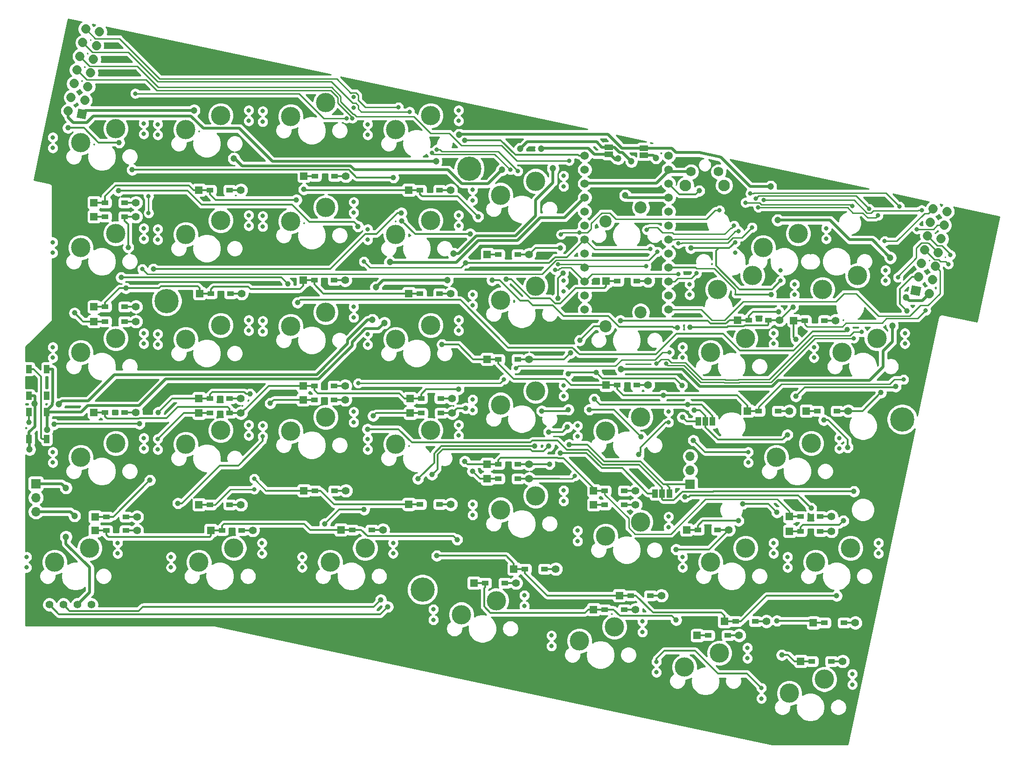
<source format=gtl>
G04 #@! TF.GenerationSoftware,KiCad,Pcbnew,(5.1.5-0-10_14)*
G04 #@! TF.CreationDate,2020-05-14T06:03:50+09:00*
G04 #@! TF.ProjectId,Colice,436f6c69-6365-42e6-9b69-6361645f7063,rev?*
G04 #@! TF.SameCoordinates,Original*
G04 #@! TF.FileFunction,Copper,L1,Top*
G04 #@! TF.FilePolarity,Positive*
%FSLAX46Y46*%
G04 Gerber Fmt 4.6, Leading zero omitted, Abs format (unit mm)*
G04 Created by KiCad (PCBNEW (5.1.5-0-10_14)) date 2020-05-14 06:03:50*
%MOMM*%
%LPD*%
G04 APERTURE LIST*
%ADD10C,0.800000*%
%ADD11C,3.500000*%
%ADD12C,1.524000*%
%ADD13R,1.300000X0.950000*%
%ADD14C,1.397000*%
%ADD15R,1.397000X1.397000*%
%ADD16C,2.200000*%
%ADD17C,4.400000*%
%ADD18C,0.700000*%
%ADD19C,2.100000*%
%ADD20C,1.750000*%
%ADD21R,1.000000X1.500000*%
%ADD22C,0.100000*%
%ADD23C,1.700000*%
%ADD24R,1.700000X1.700000*%
%ADD25O,1.700000X1.700000*%
%ADD26R,1.500000X1.000000*%
%ADD27C,1.000000*%
%ADD28C,1.200000*%
%ADD29C,0.300000*%
%ADD30C,0.250000*%
%ADD31C,0.500000*%
%ADD32C,0.254000*%
G04 APERTURE END LIST*
D10*
X237648750Y-68412020D03*
X254158750Y-65872020D03*
X237648750Y-70336020D03*
X254158750Y-67796020D03*
D11*
X249078750Y-66834020D03*
X242728750Y-69374020D03*
D12*
X214777350Y-45053500D03*
X214777350Y-47593500D03*
X214777350Y-50133500D03*
X214777350Y-52673500D03*
X214777350Y-55213500D03*
X214777350Y-57753500D03*
X214777350Y-60293500D03*
X214777350Y-62833500D03*
X214777350Y-65373500D03*
X214777350Y-67913500D03*
X214777350Y-70453500D03*
X214777350Y-72993500D03*
X199557350Y-72993500D03*
X199557350Y-70453500D03*
X199557350Y-67913500D03*
X199557350Y-65373500D03*
X199557350Y-62833500D03*
X199557350Y-60293500D03*
X199557350Y-57753500D03*
X199557350Y-55213500D03*
X199557350Y-52673500D03*
X199557350Y-50133500D03*
X199557350Y-47593500D03*
X199557350Y-45053500D03*
D11*
X114458750Y-40163680D03*
X108108750Y-42703680D03*
D10*
X103028750Y-41741680D03*
X119538750Y-39201680D03*
X103028750Y-43665680D03*
X119538750Y-41125680D03*
D11*
X243046250Y-140176860D03*
X236696250Y-142716860D03*
D10*
X231616250Y-141754860D03*
X248126250Y-139214860D03*
X231616250Y-143678860D03*
X248126250Y-141138860D03*
X243363750Y-60176020D03*
X226853750Y-62716020D03*
X243363750Y-58252020D03*
X226853750Y-60792020D03*
D11*
X231933750Y-61754020D03*
X238283750Y-59214020D03*
D13*
X225549000Y-132207000D03*
D14*
X227584000Y-132207000D03*
D15*
X219964000Y-132207000D03*
D13*
X221999000Y-132207000D03*
D11*
X223996250Y-135414340D03*
X217646250Y-137954340D03*
D10*
X212566250Y-136992340D03*
X229076250Y-134452340D03*
X212566250Y-138916340D03*
X229076250Y-136376340D03*
X257651250Y-79226100D03*
X241141250Y-81766100D03*
X257651250Y-77302100D03*
X241141250Y-79842100D03*
D11*
X246221250Y-80804100D03*
X252571250Y-78264100D03*
X228758750Y-78264100D03*
X222408750Y-80804100D03*
D10*
X217328750Y-79842100D03*
X233838750Y-77302100D03*
X217328750Y-81766100D03*
X233838750Y-79226100D03*
D13*
X231143000Y-91440000D03*
D15*
X229108000Y-91440000D03*
D14*
X236728000Y-91440000D03*
D13*
X234693000Y-91440000D03*
X209039000Y-86741000D03*
D14*
X211074000Y-86741000D03*
D15*
X203454000Y-86741000D03*
D13*
X205489000Y-86741000D03*
D11*
X204946250Y-130651820D03*
X198596250Y-133191820D03*
D10*
X193516250Y-132229820D03*
X210026250Y-129689820D03*
X193516250Y-134153820D03*
X210026250Y-131613820D03*
D13*
X187449000Y-62992000D03*
D14*
X189484000Y-62992000D03*
D15*
X181864000Y-62992000D03*
D13*
X183899000Y-62992000D03*
X232915000Y-74930000D03*
D14*
X234950000Y-74930000D03*
D15*
X227330000Y-74930000D03*
D13*
X229365000Y-74930000D03*
X209039000Y-67818000D03*
D14*
X211074000Y-67818000D03*
D15*
X203454000Y-67818000D03*
D13*
X205489000Y-67818000D03*
X206753000Y-105918000D03*
D14*
X208788000Y-105918000D03*
D15*
X201168000Y-105918000D03*
D13*
X203203000Y-105918000D03*
X211452000Y-124968000D03*
D14*
X213487000Y-124968000D03*
D15*
X205867000Y-124968000D03*
D13*
X207902000Y-124968000D03*
X206753000Y-127508000D03*
D14*
X208788000Y-127508000D03*
D15*
X201168000Y-127508000D03*
D13*
X203203000Y-127508000D03*
X187449000Y-82042000D03*
D14*
X189484000Y-82042000D03*
D15*
X181864000Y-82042000D03*
D13*
X183899000Y-82042000D03*
X187449000Y-101092000D03*
D14*
X189484000Y-101092000D03*
D15*
X181864000Y-101092000D03*
D13*
X183899000Y-101092000D03*
X192275000Y-120142000D03*
D14*
X194310000Y-120142000D03*
D15*
X186690000Y-120142000D03*
D13*
X188725000Y-120142000D03*
X173225000Y-51308000D03*
D14*
X175260000Y-51308000D03*
D15*
X167640000Y-51308000D03*
D13*
X169675000Y-51308000D03*
X173225000Y-70104000D03*
D14*
X175260000Y-70104000D03*
D15*
X167640000Y-70104000D03*
D13*
X169675000Y-70104000D03*
X173415500Y-89154000D03*
D14*
X175450500Y-89154000D03*
D15*
X167830500Y-89154000D03*
D13*
X169865500Y-89154000D03*
X173225000Y-108378630D03*
D14*
X175260000Y-108378630D03*
D15*
X167640000Y-108378630D03*
D13*
X169675000Y-108378630D03*
X160906000Y-113030000D03*
D14*
X162941000Y-113030000D03*
D15*
X155321000Y-113030000D03*
D13*
X157356000Y-113030000D03*
X154175000Y-48768000D03*
D14*
X156210000Y-48768000D03*
D15*
X148590000Y-48768000D03*
D13*
X150625000Y-48768000D03*
X154048000Y-67691000D03*
D14*
X156083000Y-67691000D03*
D15*
X148463000Y-67691000D03*
D13*
X150498000Y-67691000D03*
X154048000Y-86868000D03*
D14*
X156083000Y-86868000D03*
D15*
X148463000Y-86868000D03*
D13*
X150498000Y-86868000D03*
X154175000Y-105918000D03*
D14*
X156210000Y-105918000D03*
D15*
X148590000Y-105918000D03*
D13*
X150625000Y-105918000D03*
X137284000Y-113109850D03*
D14*
X139319000Y-113109850D03*
D15*
X131699000Y-113109850D03*
D13*
X133734000Y-113109850D03*
X135125000Y-51308000D03*
D14*
X137160000Y-51308000D03*
D15*
X129540000Y-51308000D03*
D13*
X131575000Y-51308000D03*
X135252000Y-70104000D03*
D14*
X137287000Y-70104000D03*
D15*
X129667000Y-70104000D03*
D13*
X131702000Y-70104000D03*
X135125000Y-89154000D03*
D14*
X137160000Y-89154000D03*
D15*
X129540000Y-89154000D03*
D13*
X131575000Y-89154000D03*
X135125000Y-108458000D03*
D14*
X137160000Y-108458000D03*
D15*
X129540000Y-108458000D03*
D13*
X131575000Y-108458000D03*
X116075000Y-53594000D03*
D14*
X118110000Y-53594000D03*
D15*
X110490000Y-53594000D03*
D13*
X112525000Y-53594000D03*
X116075000Y-72517000D03*
D14*
X118110000Y-72517000D03*
D15*
X110490000Y-72517000D03*
D13*
X112525000Y-72517000D03*
X116075000Y-91694000D03*
D14*
X118110000Y-91694000D03*
D15*
X110490000Y-91694000D03*
D13*
X112525000Y-91694000D03*
X116265500Y-110664630D03*
D14*
X118300500Y-110664630D03*
D15*
X110680500Y-110664630D03*
D13*
X112715500Y-110664630D03*
X116265500Y-113157000D03*
D14*
X118300500Y-113157000D03*
D15*
X110680500Y-113157000D03*
D13*
X112715500Y-113157000D03*
D11*
X209708750Y-92551660D03*
X203358750Y-95091660D03*
D10*
X198278750Y-94129660D03*
X214788750Y-91589660D03*
X198278750Y-96053660D03*
X214788750Y-93513660D03*
D11*
X209708750Y-111601740D03*
X203358750Y-114141740D03*
D10*
X198278750Y-113179740D03*
X214788750Y-110639740D03*
X198278750Y-115103740D03*
X214788750Y-112563740D03*
D11*
X190658750Y-87788690D03*
X184308750Y-90328690D03*
D10*
X179228750Y-89366690D03*
X195738750Y-86826690D03*
X179228750Y-91290690D03*
X195738750Y-88750690D03*
D11*
X190658750Y-106838690D03*
X184308750Y-109378690D03*
D10*
X179228750Y-108416690D03*
X195738750Y-105876690D03*
X179228750Y-110340690D03*
X195738750Y-107800690D03*
X176688750Y-38744430D03*
X160178750Y-41284430D03*
X176688750Y-36820430D03*
X160178750Y-39360430D03*
D11*
X165258750Y-40322430D03*
X171608750Y-37782430D03*
D10*
X176688750Y-57794430D03*
X160178750Y-60334430D03*
X176688750Y-55870430D03*
X160178750Y-58410430D03*
D11*
X165258750Y-59372430D03*
X171608750Y-56832430D03*
D10*
X176688750Y-76844430D03*
X160178750Y-79384430D03*
X176688750Y-74920430D03*
X160178750Y-77460430D03*
D11*
X165258750Y-78422430D03*
X171608750Y-75882430D03*
D10*
X176688750Y-95894430D03*
X160178750Y-98434430D03*
X176688750Y-93970430D03*
X160178750Y-96510430D03*
D11*
X165258750Y-97472430D03*
X171608750Y-94932430D03*
D10*
X164782500Y-117326260D03*
X148272500Y-119866260D03*
X164782500Y-115402260D03*
X148272500Y-117942260D03*
D11*
X153352500Y-118904260D03*
X159702500Y-116364260D03*
D10*
X157638750Y-36363180D03*
X141128750Y-38903180D03*
X157638750Y-34439180D03*
X141128750Y-36979180D03*
D11*
X146208750Y-37941180D03*
X152558750Y-35401180D03*
D10*
X157638750Y-55413180D03*
X141128750Y-57953180D03*
X157638750Y-53489180D03*
X141128750Y-56029180D03*
D11*
X146208750Y-56991180D03*
X152558750Y-54451180D03*
D10*
X157638750Y-74463180D03*
X141128750Y-77003180D03*
X157638750Y-72539180D03*
X141128750Y-75079180D03*
D11*
X146208750Y-76041180D03*
X152558750Y-73501180D03*
D10*
X157638750Y-93513180D03*
X141128750Y-96053180D03*
X157638750Y-91589180D03*
X141128750Y-94129180D03*
D11*
X146208750Y-95091180D03*
X152558750Y-92551180D03*
D10*
X140970000Y-117326260D03*
X124460000Y-119866260D03*
X140970000Y-115402260D03*
X124460000Y-117942260D03*
D11*
X129540000Y-118904260D03*
X135890000Y-116364260D03*
X133508750Y-37782430D03*
X127158750Y-40322430D03*
D10*
X122078750Y-39360430D03*
X138588750Y-36820430D03*
X122078750Y-41284430D03*
X138588750Y-38744430D03*
D11*
X133508750Y-56832430D03*
X127158750Y-59372430D03*
D10*
X122078750Y-58410430D03*
X138588750Y-55870430D03*
X122078750Y-60334430D03*
X138588750Y-57794430D03*
D11*
X133508750Y-75882430D03*
X127158750Y-78422430D03*
D10*
X122078750Y-77460430D03*
X138588750Y-74920430D03*
X122078750Y-79384430D03*
X138588750Y-76844430D03*
D11*
X133508750Y-94932430D03*
X127158750Y-97472430D03*
D10*
X122078750Y-96510430D03*
X138588750Y-93970430D03*
X122078750Y-98434430D03*
X138588750Y-95894430D03*
D11*
X114458750Y-59213680D03*
X108108750Y-61753680D03*
D10*
X103028750Y-60791680D03*
X119538750Y-58251680D03*
X103028750Y-62715680D03*
X119538750Y-60175680D03*
D11*
X114458750Y-78263680D03*
X108108750Y-80803680D03*
D10*
X103028750Y-79841680D03*
X119538750Y-77301680D03*
X103028750Y-81765680D03*
X119538750Y-79225680D03*
D11*
X114458750Y-97313680D03*
X108108750Y-99853680D03*
D10*
X103028750Y-98891680D03*
X119538750Y-96351680D03*
X103028750Y-100815680D03*
X119538750Y-98275680D03*
D11*
X109696250Y-116364260D03*
X103346250Y-118904260D03*
D10*
X98266250Y-117942260D03*
X114776250Y-115402260D03*
X98266250Y-119866260D03*
X114776250Y-117326260D03*
X195738750Y-50650690D03*
X179228750Y-53190690D03*
X195738750Y-48726690D03*
X179228750Y-51266690D03*
D11*
X184308750Y-52228690D03*
X190658750Y-49688690D03*
X190658750Y-68738690D03*
X184308750Y-71278690D03*
D10*
X179228750Y-70316690D03*
X195738750Y-67776690D03*
X179228750Y-72240690D03*
X195738750Y-69700690D03*
D16*
X203358750Y-56991500D03*
X209708750Y-54451500D03*
D17*
X257175000Y-92964000D03*
D18*
X258825000Y-92964000D03*
X258341726Y-94130726D03*
X257175000Y-94614000D03*
X256008274Y-94130726D03*
X255525000Y-92964000D03*
X256008274Y-91797274D03*
X257175000Y-91314000D03*
X258341726Y-91797274D03*
X171283226Y-122724314D03*
X170116500Y-122241040D03*
X168949774Y-122724314D03*
X168466500Y-123891040D03*
X168949774Y-125057766D03*
X170116500Y-125541040D03*
X171283226Y-125057766D03*
X171766500Y-123891040D03*
D17*
X170116500Y-123891040D03*
X123675140Y-71442580D03*
D18*
X125325140Y-71442580D03*
X124841866Y-72609306D03*
X123675140Y-73092580D03*
X122508414Y-72609306D03*
X122025140Y-71442580D03*
X122508414Y-70275854D03*
X123675140Y-69792580D03*
X124841866Y-70275854D03*
D17*
X178612800Y-47409100D03*
D18*
X180262800Y-47409100D03*
X179779526Y-48575826D03*
X178612800Y-49059100D03*
X177446074Y-48575826D03*
X176962800Y-47409100D03*
X177446074Y-46242374D03*
X178612800Y-45759100D03*
X179779526Y-46242374D03*
D13*
X245361000Y-91440000D03*
D14*
X247396000Y-91440000D03*
D15*
X239776000Y-91440000D03*
D13*
X241811000Y-91440000D03*
X240795000Y-136906000D03*
D15*
X238760000Y-136906000D03*
D14*
X246380000Y-136906000D03*
D13*
X244345000Y-136906000D03*
X242313000Y-110617000D03*
D14*
X244348000Y-110617000D03*
D15*
X236728000Y-110617000D03*
D13*
X238763000Y-110617000D03*
X226952000Y-129667000D03*
D15*
X224917000Y-129667000D03*
D14*
X232537000Y-129667000D03*
D13*
X230502000Y-129667000D03*
X185036000Y-122682000D03*
D14*
X187071000Y-122682000D03*
D15*
X179451000Y-122682000D03*
D13*
X181486000Y-122682000D03*
D10*
X245745000Y-98276180D03*
X229235000Y-100816180D03*
X245745000Y-96352180D03*
X229235000Y-98892180D03*
D11*
X234315000Y-99854180D03*
X240665000Y-97314180D03*
X228758750Y-116364260D03*
X222408750Y-118904260D03*
D10*
X217328750Y-117942260D03*
X233838750Y-115402260D03*
X217328750Y-119866260D03*
X233838750Y-117326260D03*
X188595000Y-126851300D03*
X172085000Y-129391300D03*
X188595000Y-124927300D03*
X172085000Y-127467300D03*
D11*
X177165000Y-128429300D03*
X183515000Y-125889300D03*
D16*
X203358750Y-76041580D03*
X209708750Y-73501580D03*
D19*
X224850200Y-50470600D03*
D20*
X223850200Y-47980600D03*
X218850200Y-47980600D03*
D19*
X217840200Y-50470600D03*
D13*
X112525000Y-75184000D03*
D15*
X110490000Y-75184000D03*
D14*
X118110000Y-75184000D03*
D13*
X116075000Y-75184000D03*
X116075000Y-56134000D03*
D14*
X118110000Y-56134000D03*
D15*
X110490000Y-56134000D03*
D13*
X112525000Y-56134000D03*
X135125000Y-91821000D03*
D14*
X137160000Y-91821000D03*
D15*
X129540000Y-91821000D03*
D13*
X131575000Y-91821000D03*
X238763000Y-113284000D03*
D15*
X236728000Y-113284000D03*
D14*
X244348000Y-113284000D03*
D13*
X242313000Y-113284000D03*
X243081000Y-129921000D03*
D15*
X241046000Y-129921000D03*
D14*
X248666000Y-129921000D03*
D13*
X246631000Y-129921000D03*
X223644000Y-113030000D03*
D14*
X225679000Y-113030000D03*
D15*
X218059000Y-113030000D03*
D13*
X220094000Y-113030000D03*
X150498000Y-89408000D03*
D15*
X148463000Y-89408000D03*
D14*
X156083000Y-89408000D03*
D13*
X154048000Y-89408000D03*
X173479000Y-91821000D03*
D14*
X175514000Y-91821000D03*
D15*
X167894000Y-91821000D03*
D13*
X169929000Y-91821000D03*
X183899000Y-103759000D03*
D15*
X181864000Y-103759000D03*
D14*
X189484000Y-103759000D03*
D13*
X187449000Y-103759000D03*
X206753000Y-108458000D03*
D14*
X208788000Y-108458000D03*
D15*
X201168000Y-108458000D03*
D13*
X203203000Y-108458000D03*
D21*
X98717300Y-96531600D03*
X101917300Y-96531600D03*
X98717300Y-91631600D03*
X101917300Y-91631600D03*
X101917300Y-83808400D03*
X98717300Y-83808400D03*
X101917300Y-88708400D03*
X98717300Y-88708400D03*
G04 #@! TA.AperFunction,ComponentPad*
D22*
G36*
X258630650Y-70240541D02*
G01*
X258984099Y-68577690D01*
X260646950Y-68931139D01*
X260293501Y-70593990D01*
X258630650Y-70240541D01*
G37*
G04 #@! TD.AperFunction*
D23*
X262123295Y-70113936D02*
X262123295Y-70113936D01*
X260166896Y-67101345D02*
X260166896Y-67101345D01*
X262651391Y-67629441D02*
X262651391Y-67629441D01*
X260694991Y-64616850D02*
X260694991Y-64616850D01*
X263179486Y-65144946D02*
X263179486Y-65144946D01*
X261223087Y-62132355D02*
X261223087Y-62132355D01*
X263707582Y-62660451D02*
X263707582Y-62660451D01*
X261751183Y-59647860D02*
X261751183Y-59647860D01*
X264235678Y-60175956D02*
X264235678Y-60175956D01*
X262279278Y-57163365D02*
X262279278Y-57163365D01*
X264763773Y-57691461D02*
X264763773Y-57691461D01*
X262807374Y-54678871D02*
X262807374Y-54678871D01*
X265291869Y-55206966D02*
X265291869Y-55206966D01*
D24*
X218694000Y-104775000D03*
D25*
X218694000Y-102235000D03*
X218694000Y-99695000D03*
X99949000Y-109728000D03*
X99949000Y-107188000D03*
D24*
X99949000Y-104648000D03*
D10*
X252888750Y-117326260D03*
X236378750Y-119866260D03*
X252888750Y-115402260D03*
X236378750Y-117942260D03*
D11*
X241458750Y-118904260D03*
X247808750Y-116364260D03*
G04 #@! TA.AperFunction,ComponentPad*
D22*
G36*
X107294910Y-38137481D02*
G01*
X107648359Y-36474630D01*
X109311210Y-36828079D01*
X108957761Y-38490930D01*
X107294910Y-38137481D01*
G37*
G04 #@! TD.AperFunction*
D23*
X105818565Y-36954684D02*
X105818565Y-36954684D01*
X108831156Y-34998285D02*
X108831156Y-34998285D01*
X106346661Y-34470189D02*
X106346661Y-34470189D01*
X109359251Y-32513790D02*
X109359251Y-32513790D01*
X106874756Y-31985694D02*
X106874756Y-31985694D01*
X109887347Y-30029295D02*
X109887347Y-30029295D01*
X107402852Y-29501200D02*
X107402852Y-29501200D01*
X110415443Y-27544800D02*
X110415443Y-27544800D01*
X107930948Y-27016705D02*
X107930948Y-27016705D01*
X110943538Y-25060305D02*
X110943538Y-25060305D01*
X108459044Y-24532210D02*
X108459044Y-24532210D01*
X111471634Y-22575811D02*
X111471634Y-22575811D01*
X108987139Y-22047715D02*
X108987139Y-22047715D01*
D13*
X239525000Y-75009690D03*
D15*
X237490000Y-75009690D03*
D14*
X245110000Y-75009690D03*
D13*
X243075000Y-75009690D03*
D11*
X223678750Y-69374020D03*
X230028750Y-66834020D03*
D10*
X235108750Y-67796020D03*
X218598750Y-70336020D03*
X235108750Y-65872020D03*
X218598750Y-68412020D03*
D26*
X203947000Y-43546000D03*
X203947000Y-44846000D03*
X210297000Y-44973000D03*
X210297000Y-43673000D03*
D21*
X212314000Y-106426000D03*
X213614000Y-106426000D03*
X214914000Y-106426000D03*
X220158000Y-93345000D03*
X221458000Y-93345000D03*
X222758000Y-93345000D03*
D14*
X102393750Y-126619000D03*
X104933750Y-126619000D03*
X107473750Y-126619000D03*
X110013750Y-126619000D03*
D27*
X253308489Y-88120992D03*
X195108010Y-61798440D03*
X193167000Y-101092000D03*
X106967867Y-73642655D03*
X218694000Y-76200000D03*
X237363006Y-72553010D03*
X196973562Y-80890546D03*
X125730000Y-108204000D03*
X142494000Y-90043000D03*
X161163000Y-92329000D03*
X159512000Y-109347000D03*
X152399980Y-111919220D03*
X179197000Y-102362000D03*
X209353999Y-99372530D03*
D10*
X120395998Y-52451000D03*
X119252994Y-65659000D03*
X252788840Y-55912021D03*
X231061716Y-54446770D03*
X212750000Y-62500000D03*
X120400660Y-55499992D03*
X227457000Y-58801000D03*
D27*
X173653456Y-79362332D03*
X228252402Y-108313770D03*
X234442000Y-109855000D03*
X234442000Y-129540000D03*
X116713000Y-61722000D03*
D10*
X265557000Y-64770000D03*
D27*
X116278985Y-69141013D03*
X213802001Y-88580001D03*
D10*
X257429000Y-85725000D03*
D27*
X176657000Y-87503000D03*
X177800000Y-100584000D03*
X235331000Y-135763000D03*
D10*
X265938000Y-63119000D03*
D27*
X233368964Y-70292010D03*
X237918892Y-78459103D03*
D10*
X261444092Y-73191588D03*
D27*
X172720000Y-117729000D03*
X122174000Y-91694000D03*
X240665000Y-109093000D03*
X120649990Y-104013000D03*
X245268750Y-125016150D03*
D10*
X229616000Y-51943000D03*
X219836996Y-66421000D03*
D27*
X138811011Y-88355498D03*
X217743855Y-107025011D03*
D10*
X256667000Y-54307468D03*
X139573000Y-103759004D03*
D27*
X216154000Y-116586000D03*
X176403000Y-114808000D03*
X216154000Y-129413000D03*
D10*
X254000000Y-60579000D03*
X248412000Y-78232000D03*
X214345086Y-82869990D03*
X139573000Y-105664000D03*
D27*
X247166425Y-76652991D03*
X115443000Y-67183000D03*
X145669000Y-68362010D03*
X147447000Y-71755000D03*
X180213000Y-56134000D03*
X147223783Y-53090015D03*
X148590000Y-51180992D03*
X185313875Y-67511356D03*
X234749454Y-73399562D03*
X206033286Y-75019688D03*
X242951000Y-93091000D03*
X247269000Y-98044000D03*
X246507000Y-111379000D03*
X227457000Y-111379000D03*
X218821000Y-61849000D03*
X219263010Y-96774000D03*
D10*
X187071000Y-83693000D03*
X184912000Y-85725000D03*
X158433739Y-86401676D03*
X214949990Y-80769464D03*
X156326874Y-38262347D03*
X117983000Y-33782000D03*
D27*
X177927000Y-90932000D03*
X177959303Y-64548490D03*
D10*
X211455000Y-61976000D03*
X256413000Y-67183000D03*
X249808998Y-77089000D03*
X212598000Y-82869990D03*
X159468315Y-64299774D03*
X157376841Y-38272029D03*
X196723000Y-45974000D03*
X224028000Y-54991000D03*
X228727000Y-53594000D03*
X248158000Y-54242022D03*
X195237990Y-59397097D03*
X198554021Y-59063909D03*
X197739000Y-103251000D03*
D27*
X209804000Y-96139000D03*
D10*
X210693000Y-65151000D03*
X210820000Y-58547000D03*
X167767000Y-37084000D03*
D27*
X200406000Y-91186000D03*
D10*
X259842000Y-58420000D03*
X187418026Y-47878985D03*
X251160778Y-54731011D03*
X226661228Y-57751228D03*
X230632000Y-52818990D03*
X194739741Y-64819537D03*
X172719998Y-43942000D03*
D27*
X198638713Y-78613000D03*
D28*
X206121000Y-83820000D03*
X255397000Y-75964098D03*
X187833000Y-43815000D03*
X184531000Y-47625000D03*
X135890000Y-45593000D03*
X128651000Y-36830000D03*
X208026000Y-46101000D03*
D27*
X98679000Y-93472000D03*
X118750900Y-93788276D03*
X121285000Y-65638679D03*
X166279759Y-55462241D03*
X103251000Y-93853000D03*
X177766207Y-42259056D03*
D28*
X255023289Y-63609649D03*
X233299000Y-50673000D03*
X234569000Y-56769000D03*
X172593000Y-46093990D03*
X176777181Y-41268168D03*
X257844010Y-70794002D03*
D10*
X194183000Y-65786000D03*
X186055000Y-47625000D03*
X216535000Y-66548000D03*
X216547984Y-61018510D03*
X229933564Y-58100785D03*
X232040515Y-53145013D03*
X260705619Y-54950174D03*
X165735000Y-36272399D03*
X171845228Y-44522774D03*
D27*
X163830000Y-127000000D03*
X193040000Y-97790000D03*
X193040000Y-95250000D03*
X171831000Y-103018753D03*
X196728729Y-97541217D03*
X196433721Y-94361000D03*
X201295000Y-89281000D03*
X218247010Y-90315208D03*
X220345006Y-51435000D03*
D28*
X206908739Y-52281952D03*
X98806000Y-98425000D03*
X205651660Y-45595527D03*
X191643000Y-43815000D03*
X193802000Y-47388688D03*
X175768000Y-62865000D03*
X174625000Y-67691000D03*
X161671000Y-68961000D03*
X99721670Y-90136205D03*
X161020377Y-74887989D03*
X104070129Y-90224435D03*
X105410000Y-105410000D03*
X105410000Y-114300000D03*
X212471000Y-45466000D03*
X101981000Y-94881598D03*
X164211000Y-64389000D03*
X163195000Y-75438000D03*
X106969423Y-110490000D03*
D27*
X201675996Y-84455000D03*
X217297000Y-92583002D03*
X162560000Y-125730000D03*
X190500000Y-97790000D03*
X191770000Y-91440000D03*
X196596000Y-91186000D03*
X196596000Y-84709000D03*
X169291000Y-103759000D03*
X217200010Y-86774982D03*
X248412000Y-106045000D03*
X114935000Y-51435000D03*
X158383739Y-57912000D03*
X160147000Y-94742000D03*
X258064000Y-73228991D03*
X164846000Y-49022000D03*
X166370000Y-56896000D03*
X182753000Y-67691000D03*
X178770917Y-59277758D03*
X236347000Y-95757998D03*
X237871000Y-88773000D03*
X255985791Y-86995000D03*
X105791000Y-40005000D03*
X115062000Y-42672000D03*
X117413567Y-47619499D03*
X219456000Y-91313000D03*
X216407996Y-76327000D03*
X194691000Y-70938692D03*
X195157405Y-99091923D03*
X195626329Y-66363204D03*
D29*
X135125000Y-51308000D02*
X137160000Y-51308000D01*
X135125000Y-108458000D02*
X137160000Y-108458000D01*
X245361000Y-91440000D02*
X247396000Y-91440000D01*
X249989481Y-91440000D02*
X253308489Y-88120992D01*
X247396000Y-91440000D02*
X249989481Y-91440000D01*
X234693000Y-91440000D02*
X236728000Y-91440000D01*
X242313000Y-110617000D02*
X244348000Y-110617000D01*
X156210000Y-48768000D02*
X154175000Y-48768000D01*
X154048000Y-86868000D02*
X156083000Y-86868000D01*
X154175000Y-105918000D02*
X156210000Y-105918000D01*
X173225000Y-51308000D02*
X175260000Y-51308000D01*
X175450500Y-89154000D02*
X173415500Y-89154000D01*
X187449000Y-62992000D02*
X189484000Y-62992000D01*
X189484000Y-62992000D02*
X190677560Y-61798440D01*
X190677560Y-61798440D02*
X195108010Y-61798440D01*
X189484000Y-101092000D02*
X193167000Y-101092000D01*
X187449000Y-101092000D02*
X189484000Y-101092000D01*
X211452000Y-124968000D02*
X213487000Y-124968000D01*
X101117300Y-96531600D02*
X100930999Y-96345299D01*
X100930999Y-85222099D02*
X99517300Y-83808400D01*
X101917300Y-96531600D02*
X101117300Y-96531600D01*
X99517300Y-83808400D02*
X98717300Y-83808400D01*
X100930999Y-96345299D02*
X100930999Y-85222099D01*
X110490000Y-75184000D02*
X112525000Y-75184000D01*
X108509212Y-75184000D02*
X106967867Y-73642655D01*
X110490000Y-75184000D02*
X108509212Y-75184000D01*
X116075000Y-72517000D02*
X118110000Y-72517000D01*
X118110000Y-53594000D02*
X116075000Y-53594000D01*
X232915000Y-74930000D02*
X234950000Y-74930000D01*
X225396474Y-76200000D02*
X218694000Y-76200000D01*
X225517973Y-76078501D02*
X225396474Y-76200000D01*
X228612001Y-75855001D02*
X228388501Y-76078501D01*
X232764999Y-75855001D02*
X228612001Y-75855001D01*
X232915000Y-75705000D02*
X232764999Y-75855001D01*
X228388501Y-76078501D02*
X225517973Y-76078501D01*
X232915000Y-74930000D02*
X232915000Y-75705000D01*
X237326990Y-72553010D02*
X237363006Y-72553010D01*
X234950000Y-74930000D02*
X237326990Y-72553010D01*
X156083000Y-67691000D02*
X154048000Y-67691000D01*
X173225000Y-70104000D02*
X175260000Y-70104000D01*
X187449000Y-82042000D02*
X189484000Y-82042000D01*
X195822108Y-82042000D02*
X196973562Y-80890546D01*
X189484000Y-82042000D02*
X195822108Y-82042000D01*
X116265500Y-110664630D02*
X118300500Y-110664630D01*
X135252000Y-70104000D02*
X137287000Y-70104000D01*
X246631000Y-129921000D02*
X248666000Y-129921000D01*
X244345000Y-136906000D02*
X246380000Y-136906000D01*
X230502000Y-129667000D02*
X232537000Y-129667000D01*
X141128750Y-96893432D02*
X141128750Y-96053180D01*
X136684751Y-101337431D02*
X141128750Y-96893432D01*
X133303675Y-101337431D02*
X136684751Y-101337431D01*
X126437106Y-108204000D02*
X133303675Y-101337431D01*
X125730000Y-108204000D02*
X126437106Y-108204000D01*
X150498000Y-89408000D02*
X148463000Y-89408000D01*
X143129000Y-89408000D02*
X142494000Y-90043000D01*
X148463000Y-89408000D02*
X143129000Y-89408000D01*
X137284000Y-113109850D02*
X139319000Y-113109850D01*
X167894000Y-91821000D02*
X169929000Y-91821000D01*
X167894000Y-91821000D02*
X161671000Y-91821000D01*
X161671000Y-91821000D02*
X161163000Y-92329000D01*
X154972200Y-109347000D02*
X152399980Y-111919220D01*
X159512000Y-109347000D02*
X154972200Y-109347000D01*
X173225000Y-108378630D02*
X175260000Y-108378630D01*
X160906000Y-113030000D02*
X162941000Y-113030000D01*
X180594000Y-103759000D02*
X181864000Y-103759000D01*
X179197000Y-102362000D02*
X180594000Y-103759000D01*
X183899000Y-103759000D02*
X181864000Y-103759000D01*
X192275000Y-120142000D02*
X194310000Y-120142000D01*
X209039000Y-67818000D02*
X211074000Y-67818000D01*
X209039000Y-86741000D02*
X211074000Y-86741000D01*
X206753000Y-105918000D02*
X208788000Y-105918000D01*
X214788750Y-93513660D02*
X214223065Y-93513660D01*
X214223065Y-93513660D02*
X209703988Y-98032737D01*
X209703988Y-98032737D02*
X209703988Y-99022541D01*
X209703988Y-99022541D02*
X209353999Y-99372530D01*
X116075000Y-75184000D02*
X118110000Y-75184000D01*
D30*
X252388841Y-56312020D02*
X250887661Y-56312020D01*
X247248528Y-54446770D02*
X231627401Y-54446770D01*
X252788840Y-55912021D02*
X252388841Y-56312020D01*
X248241918Y-55440160D02*
X247248528Y-54446770D01*
X231627401Y-54446770D02*
X231061716Y-54446770D01*
X250887661Y-56312020D02*
X250015801Y-55440160D01*
X250015801Y-55440160D02*
X248241918Y-55440160D01*
X194380226Y-64044527D02*
X211205473Y-64044527D01*
X120157683Y-66563689D02*
X191861064Y-66563689D01*
X212350001Y-62899999D02*
X212750000Y-62500000D01*
X191861064Y-66563689D02*
X194380226Y-64044527D01*
X119252994Y-65659000D02*
X120157683Y-66563689D01*
X211205473Y-64044527D02*
X212350001Y-62899999D01*
X120395998Y-55495330D02*
X120400660Y-55499992D01*
X120395998Y-52451000D02*
X120395998Y-55495330D01*
X215950480Y-60198000D02*
X225494315Y-60198000D01*
X225494315Y-60198000D02*
X226891315Y-58801000D01*
X214777350Y-60293500D02*
X215854980Y-60293500D01*
X215854980Y-60293500D02*
X215950480Y-60198000D01*
X226891315Y-58801000D02*
X227457000Y-58801000D01*
D29*
X112525000Y-72517000D02*
X110490000Y-72517000D01*
X129667000Y-70104000D02*
X131702000Y-70104000D01*
X150498000Y-67691000D02*
X148463000Y-67691000D01*
X167640000Y-70104000D02*
X169675000Y-70104000D01*
X150498000Y-68466000D02*
X150498000Y-67691000D01*
X152136000Y-70104000D02*
X150498000Y-68466000D01*
X167640000Y-70104000D02*
X152136000Y-70104000D01*
X116075000Y-56134000D02*
X118110000Y-56134000D01*
X203454000Y-86741000D02*
X205489000Y-86741000D01*
X229108000Y-91440000D02*
X231143000Y-91440000D01*
X181864000Y-82042000D02*
X183899000Y-82042000D01*
X173653456Y-79362332D02*
X176644332Y-79362332D01*
X179324000Y-82042000D02*
X181864000Y-82042000D01*
X176644332Y-79362332D02*
X179324000Y-82042000D01*
X241046000Y-129921000D02*
X243081000Y-129921000D01*
X232900770Y-108313770D02*
X234442000Y-109855000D01*
X228252402Y-108313770D02*
X232900770Y-108313770D01*
X240665000Y-129540000D02*
X241046000Y-129921000D01*
X234442000Y-129540000D02*
X240665000Y-129540000D01*
X116075000Y-56909000D02*
X116713000Y-57547000D01*
X116713000Y-57547000D02*
X116713000Y-61722000D01*
X116075000Y-56134000D02*
X116075000Y-56909000D01*
X112525000Y-71742000D02*
X112525000Y-72517000D01*
X132135998Y-68895002D02*
X131702000Y-69329000D01*
X129354079Y-68792579D02*
X122670968Y-68792579D01*
X131702000Y-69329000D02*
X131702000Y-70104000D01*
X122322534Y-69141013D02*
X115125987Y-69141013D01*
X129667000Y-69105500D02*
X129354079Y-68792579D01*
X138481998Y-68895002D02*
X132135998Y-68895002D01*
X115125987Y-69141013D02*
X112525000Y-71742000D01*
X122670968Y-68792579D02*
X122322534Y-69141013D01*
X147840489Y-69312011D02*
X138899007Y-69312011D01*
X148463000Y-67691000D02*
X148463000Y-68689500D01*
X148463000Y-68689500D02*
X147840489Y-69312011D01*
X129667000Y-70104000D02*
X129667000Y-69105500D01*
X138899007Y-69312011D02*
X138481998Y-68895002D01*
X205489000Y-87516000D02*
X206553001Y-88580001D01*
X206553001Y-88580001D02*
X227246501Y-88580001D01*
X227246501Y-88580001D02*
X229108000Y-90441500D01*
X229108000Y-90441500D02*
X229108000Y-91440000D01*
X205489000Y-86741000D02*
X205489000Y-87516000D01*
D30*
X254899690Y-86577998D02*
X255752688Y-85725000D01*
X255752688Y-85725000D02*
X257429000Y-85725000D01*
X235280002Y-86577998D02*
X254899690Y-86577998D01*
X231143000Y-91440000D02*
X231143000Y-90715000D01*
X231143000Y-90715000D02*
X235280002Y-86577998D01*
D29*
X183899000Y-82817000D02*
X186670689Y-85588689D01*
X202455500Y-86741000D02*
X203454000Y-86741000D01*
X183899000Y-82042000D02*
X183899000Y-82817000D01*
X186670689Y-85588689D02*
X195942687Y-85588689D01*
X195942687Y-85588689D02*
X197094998Y-86741000D01*
X197094998Y-86741000D02*
X202455500Y-86741000D01*
D30*
X265037000Y-64250000D02*
X265557000Y-64770000D01*
X264097542Y-64250000D02*
X265037000Y-64250000D01*
X263767487Y-63919945D02*
X264097542Y-64250000D01*
X263010677Y-63919945D02*
X263767487Y-63919945D01*
X261223087Y-62132355D02*
X263010677Y-63919945D01*
D29*
X116075000Y-91694000D02*
X118110000Y-91694000D01*
X137160000Y-91821000D02*
X135125000Y-91821000D01*
X112525000Y-91694000D02*
X110490000Y-91694000D01*
X148463000Y-86868000D02*
X150498000Y-86868000D01*
X181864000Y-101092000D02*
X183899000Y-101092000D01*
X169865500Y-89154000D02*
X167830500Y-89154000D01*
X237490000Y-75009690D02*
X239525000Y-75009690D01*
X236728000Y-110617000D02*
X238763000Y-110617000D01*
X201168000Y-105918000D02*
X203203000Y-105918000D01*
X170741500Y-87503000D02*
X176657000Y-87503000D01*
X169865500Y-88379000D02*
X170741500Y-87503000D01*
X169865500Y-89154000D02*
X169865500Y-88379000D01*
X178308000Y-101092000D02*
X181864000Y-101092000D01*
X177800000Y-100584000D02*
X178308000Y-101092000D01*
X137994501Y-91122501D02*
X137858499Y-91122501D01*
X137858499Y-91122501D02*
X137160000Y-91821000D01*
X148463000Y-86868000D02*
X142249002Y-86868000D01*
X142249002Y-86868000D02*
X137994501Y-91122501D01*
X235331000Y-135763000D02*
X236474000Y-135763000D01*
X237617000Y-136906000D02*
X238760000Y-136906000D01*
X236474000Y-135763000D02*
X237617000Y-136906000D01*
X238760000Y-136906000D02*
X240795000Y-136906000D01*
X125735501Y-90672499D02*
X123632001Y-92775999D01*
X134751499Y-90672499D02*
X125735501Y-90672499D01*
X135125000Y-91821000D02*
X135125000Y-91046000D01*
X123632001Y-92775999D02*
X118727783Y-92775999D01*
X118727783Y-92775999D02*
X118661281Y-92842501D01*
X112898501Y-92842501D02*
X112525000Y-92469000D01*
X135125000Y-91046000D02*
X134751499Y-90672499D01*
X118661281Y-92842501D02*
X112898501Y-92842501D01*
X112525000Y-92469000D02*
X112525000Y-91694000D01*
X214777350Y-65373500D02*
X219659462Y-65373500D01*
D30*
X226845902Y-70247170D02*
X226845902Y-69351334D01*
X226845902Y-69351334D02*
X223088589Y-65594021D01*
X223088589Y-65594021D02*
X219879983Y-65594021D01*
X219879983Y-65594021D02*
X219659462Y-65373500D01*
D29*
X226845902Y-70247170D02*
X226890742Y-70292010D01*
X226890742Y-70292010D02*
X233368964Y-70292010D01*
X237490000Y-78030211D02*
X237918892Y-78459103D01*
X237490000Y-75009690D02*
X237490000Y-78030211D01*
D30*
X236728000Y-109668500D02*
X236728000Y-110617000D01*
X234489679Y-107430179D02*
X236728000Y-109668500D01*
X215150257Y-113776741D02*
X221496819Y-107430179D01*
X207533749Y-112645741D02*
X208664749Y-113776741D01*
X221496819Y-107430179D02*
X234489679Y-107430179D01*
X207533749Y-110973749D02*
X207533749Y-112645741D01*
X208664749Y-113776741D02*
X215150257Y-113776741D01*
X203203000Y-106643000D02*
X207533749Y-110973749D01*
X203203000Y-105918000D02*
X203203000Y-106643000D01*
D29*
X151120000Y-88265000D02*
X150498000Y-87643000D01*
X165943000Y-88265000D02*
X151120000Y-88265000D01*
X150498000Y-87643000D02*
X150498000Y-86868000D01*
X166832000Y-89154000D02*
X165943000Y-88265000D01*
X167830500Y-89154000D02*
X166832000Y-89154000D01*
X194701403Y-100041925D02*
X194574403Y-99914925D01*
X195753841Y-100041925D02*
X194701403Y-100041925D01*
X183899000Y-100317000D02*
X183899000Y-101092000D01*
X201168000Y-105918000D02*
X201168000Y-105456084D01*
X201168000Y-105456084D02*
X195753841Y-100041925D01*
X184301075Y-99914925D02*
X183899000Y-100317000D01*
X194574403Y-99914925D02*
X184301075Y-99914925D01*
D30*
X265938000Y-62938000D02*
X265938000Y-63119000D01*
X263550000Y-61400957D02*
X264400957Y-61400957D01*
X261796903Y-59647860D02*
X263550000Y-61400957D01*
X264400957Y-61400957D02*
X265938000Y-62938000D01*
X261751183Y-59647860D02*
X261796903Y-59647860D01*
X253527904Y-75472096D02*
X254345988Y-74654012D01*
X246978316Y-75472096D02*
X253527904Y-75472096D01*
X239923501Y-76133191D02*
X246317221Y-76133191D01*
X239525000Y-75734690D02*
X239923501Y-76133191D01*
X239525000Y-75009690D02*
X239525000Y-75734690D01*
X254345988Y-74654012D02*
X259981668Y-74654012D01*
X259981668Y-74654012D02*
X261444092Y-73191588D01*
X246317221Y-76133191D02*
X246978316Y-75472096D01*
D29*
X110680500Y-110664630D02*
X112715500Y-110664630D01*
X192776000Y-124968000D02*
X205867000Y-124968000D01*
X188725000Y-120917000D02*
X192776000Y-124968000D01*
X188725000Y-120142000D02*
X188725000Y-120917000D01*
X186690000Y-119143500D02*
X186690000Y-120142000D01*
X185275500Y-117729000D02*
X186690000Y-119143500D01*
X172720000Y-117729000D02*
X185275500Y-117729000D01*
X124714000Y-89154000D02*
X129540000Y-89154000D01*
X122174000Y-91694000D02*
X124714000Y-89154000D01*
X129540000Y-89154000D02*
X131575000Y-89154000D01*
X244348000Y-113284000D02*
X242313000Y-113284000D01*
X148590000Y-105918000D02*
X150625000Y-105918000D01*
X154035630Y-108378630D02*
X167640000Y-108378630D01*
X151575000Y-105918000D02*
X154035630Y-108378630D01*
X150625000Y-105918000D02*
X151575000Y-105918000D01*
X167640000Y-108378630D02*
X169675000Y-108378630D01*
X224917000Y-129667000D02*
X226952000Y-129667000D01*
X205867000Y-124968000D02*
X207902000Y-124968000D01*
X224304990Y-128056490D02*
X224917000Y-128668500D01*
X207902000Y-124968000D02*
X208852000Y-124968000D01*
X208852000Y-124968000D02*
X211940490Y-128056490D01*
X211940490Y-128056490D02*
X224304990Y-128056490D01*
X224917000Y-128668500D02*
X224917000Y-129667000D01*
X186690000Y-120142000D02*
X188725000Y-120142000D01*
X113998360Y-110664630D02*
X120649990Y-104013000D01*
X112715500Y-110664630D02*
X113998360Y-110664630D01*
X232552850Y-125016150D02*
X245268750Y-125016150D01*
X226952000Y-129667000D02*
X227902000Y-129667000D01*
X227902000Y-129667000D02*
X232552850Y-125016150D01*
D30*
X216439481Y-67328999D02*
X218928997Y-67328999D01*
X215854980Y-67913500D02*
X216439481Y-67328999D01*
X218928997Y-67328999D02*
X219836996Y-66421000D01*
X214777350Y-67913500D02*
X215854980Y-67913500D01*
D29*
X131575000Y-89154000D02*
X131575000Y-88379000D01*
X138103905Y-88355498D02*
X138811011Y-88355498D01*
X131948501Y-88005499D02*
X137753906Y-88005499D01*
X137753906Y-88005499D02*
X138103905Y-88355498D01*
X131575000Y-88379000D02*
X131948501Y-88005499D01*
X240665000Y-109093000D02*
X238346228Y-106774228D01*
X238346228Y-106774228D02*
X218701744Y-106774228D01*
X218701744Y-106774228D02*
X218450961Y-107025011D01*
X218450961Y-107025011D02*
X217743855Y-107025011D01*
D30*
X229616000Y-51943000D02*
X230181685Y-51943000D01*
X256267001Y-53907469D02*
X256667000Y-54307468D01*
X254229532Y-51870000D02*
X256267001Y-53907469D01*
X230181685Y-51943000D02*
X230254685Y-51870000D01*
X230254685Y-51870000D02*
X254229532Y-51870000D01*
D29*
X148590000Y-105918000D02*
X141979794Y-105918000D01*
D30*
X141979794Y-105918000D02*
X141731996Y-105918000D01*
X141731996Y-105918000D02*
X139972999Y-104159003D01*
X139972999Y-104159003D02*
X139573000Y-103759004D01*
D29*
X116265500Y-113157000D02*
X118300500Y-113157000D01*
X110680500Y-113157000D02*
X112715500Y-113157000D01*
X129540000Y-108458000D02*
X131575000Y-108458000D01*
X133734000Y-113109850D02*
X131699000Y-113109850D01*
X222123000Y-116586000D02*
X216154000Y-116586000D01*
X225679000Y-113030000D02*
X222123000Y-116586000D01*
X200169500Y-127508000D02*
X201168000Y-127508000D01*
X182458999Y-128089301D02*
X199588199Y-128089301D01*
X181314999Y-126945301D02*
X182458999Y-128089301D01*
X181486000Y-123457000D02*
X181314999Y-123628001D01*
X199588199Y-128089301D02*
X200169500Y-127508000D01*
X181314999Y-123628001D02*
X181314999Y-126945301D01*
X181486000Y-122682000D02*
X181486000Y-123457000D01*
X131699000Y-114108350D02*
X131699000Y-113109850D01*
X131501849Y-114305501D02*
X131699000Y-114108350D01*
X113089001Y-114305501D02*
X131501849Y-114305501D01*
X112715500Y-113932000D02*
X113089001Y-114305501D01*
X112715500Y-113157000D02*
X112715500Y-113932000D01*
X223644000Y-113030000D02*
X225679000Y-113030000D01*
X219964000Y-132207000D02*
X221999000Y-132207000D01*
X201168000Y-127508000D02*
X203203000Y-127508000D01*
X205966499Y-128656501D02*
X215397501Y-128656501D01*
X204817998Y-127508000D02*
X205966499Y-128656501D01*
X203203000Y-127508000D02*
X204817998Y-127508000D01*
X215397501Y-128656501D02*
X216154000Y-129413000D01*
X179451000Y-122682000D02*
X181486000Y-122682000D01*
X155321000Y-113030000D02*
X157356000Y-113030000D01*
X134107501Y-111961349D02*
X148654875Y-111961349D01*
X133734000Y-113109850D02*
X133734000Y-112334850D01*
X133734000Y-112334850D02*
X134107501Y-111961349D01*
X149723526Y-113030000D02*
X155321000Y-113030000D01*
X148654875Y-111961349D02*
X149723526Y-113030000D01*
X157356000Y-113030000D02*
X158970998Y-113030000D01*
X160119499Y-114178501D02*
X175773501Y-114178501D01*
X175773501Y-114178501D02*
X175903001Y-114308001D01*
X158970998Y-113030000D02*
X160119499Y-114178501D01*
X175903001Y-114308001D02*
X176403000Y-114808000D01*
D30*
X254565685Y-60579000D02*
X254000000Y-60579000D01*
X256171000Y-60579000D02*
X254565685Y-60579000D01*
X261957375Y-55528870D02*
X261221130Y-55528870D01*
X261221130Y-55528870D02*
X256171000Y-60579000D01*
X262807374Y-54678871D02*
X261957375Y-55528870D01*
X217576598Y-83144989D02*
X214620085Y-83144989D01*
X224800563Y-86213009D02*
X220644617Y-86213008D01*
X227586934Y-86263012D02*
X224850565Y-86263011D01*
X241346205Y-78232000D02*
X233365196Y-86213009D01*
X248412000Y-78232000D02*
X241346205Y-78232000D01*
X233365196Y-86213009D02*
X227636937Y-86213009D01*
X214620085Y-83144989D02*
X214345086Y-82869990D01*
X220644617Y-86213008D02*
X217576598Y-83144989D01*
X227636937Y-86213009D02*
X227586934Y-86263012D01*
X224850565Y-86263011D02*
X224800563Y-86213009D01*
X135269000Y-105664000D02*
X139007315Y-105664000D01*
X139007315Y-105664000D02*
X139573000Y-105664000D01*
X132475000Y-108458000D02*
X135269000Y-105664000D01*
X131575000Y-108458000D02*
X132475000Y-108458000D01*
D29*
X110490000Y-56134000D02*
X112525000Y-56134000D01*
X145669000Y-68362010D02*
X144489990Y-67183000D01*
X144489990Y-67183000D02*
X115443000Y-67183000D01*
X240953822Y-77002990D02*
X246816426Y-77002990D01*
X176985059Y-71255001D02*
X185661817Y-79931759D01*
X246816426Y-77002990D02*
X247166425Y-76652991D01*
X237492711Y-80464101D02*
X240953822Y-77002990D01*
X224642650Y-77404002D02*
X227702749Y-80464101D01*
X198554251Y-81118999D02*
X212491001Y-81118999D01*
X227702749Y-80464101D02*
X237492711Y-80464101D01*
X212491001Y-81118999D02*
X216205998Y-77404002D01*
X216205998Y-77404002D02*
X224642650Y-77404002D01*
X185661817Y-79931759D02*
X197367011Y-79931759D01*
X147946999Y-71255001D02*
X176985059Y-71255001D01*
X147447000Y-71755000D02*
X147946999Y-71255001D01*
X197367011Y-79931759D02*
X198554251Y-81118999D01*
X129540000Y-51308000D02*
X131575000Y-51308000D01*
X150625000Y-48768000D02*
X148590000Y-48768000D01*
X110490000Y-53594000D02*
X112525000Y-53594000D01*
X170048501Y-52456501D02*
X176535501Y-52456501D01*
X169675000Y-52083000D02*
X170048501Y-52456501D01*
X176535501Y-52456501D02*
X180213000Y-56134000D01*
X169675000Y-51308000D02*
X169675000Y-52083000D01*
X227330000Y-74930000D02*
X229365000Y-74930000D01*
X239776000Y-91440000D02*
X241811000Y-91440000D01*
X167640000Y-51308000D02*
X169675000Y-51308000D01*
X181864000Y-62992000D02*
X183899000Y-62992000D01*
X203454000Y-67818000D02*
X205489000Y-67818000D01*
X132582015Y-53090015D02*
X147223783Y-53090015D01*
X131575000Y-52083000D02*
X132582015Y-53090015D01*
X131575000Y-51308000D02*
X131575000Y-52083000D01*
X167640000Y-51308000D02*
X148717008Y-51308000D01*
X148717008Y-51308000D02*
X148590000Y-51180992D01*
X230120438Y-73399562D02*
X234749454Y-73399562D01*
X229365000Y-74155000D02*
X230120438Y-73399562D01*
X229365000Y-74930000D02*
X229365000Y-74155000D01*
X206740392Y-75019688D02*
X206033286Y-75019688D01*
X225205000Y-75542932D02*
X222406500Y-75542932D01*
X221920568Y-75057000D02*
X206777704Y-75057000D01*
X227330000Y-74930000D02*
X225817932Y-74930000D01*
X222406500Y-75542932D02*
X221920568Y-75057000D01*
X225817932Y-74930000D02*
X225205000Y-75542932D01*
X206777704Y-75057000D02*
X206740392Y-75019688D01*
X194234998Y-71888694D02*
X193284995Y-70938691D01*
X186276933Y-67511356D02*
X185313875Y-67511356D01*
X203454000Y-68816500D02*
X203144999Y-69125501D01*
X203144999Y-69125501D02*
X197910195Y-69125501D01*
X197910195Y-69125501D02*
X195147002Y-71888694D01*
X193284995Y-70938691D02*
X189704268Y-70938691D01*
X189704268Y-70938691D02*
X186276933Y-67511356D01*
X203454000Y-67818000D02*
X203454000Y-68816500D01*
X195147002Y-71888694D02*
X194234998Y-71888694D01*
X114478999Y-50484999D02*
X112525000Y-52438998D01*
X129540000Y-51308000D02*
X128541500Y-51308000D01*
X112525000Y-52438998D02*
X112525000Y-53594000D01*
X127718499Y-50484999D02*
X114478999Y-50484999D01*
X128541500Y-51308000D02*
X127718499Y-50484999D01*
X126768180Y-91821000D02*
X122078750Y-96510430D01*
X129540000Y-91821000D02*
X126768180Y-91821000D01*
X131575000Y-91821000D02*
X129540000Y-91821000D01*
X135125000Y-89154000D02*
X137160000Y-89154000D01*
X229030729Y-139169339D02*
X231616250Y-141754860D01*
X223748223Y-139169339D02*
X229030729Y-139169339D01*
X212566250Y-136992340D02*
X212566250Y-136426655D01*
X219579884Y-135001000D02*
X223748223Y-139169339D01*
X213991905Y-135001000D02*
X219579884Y-135001000D01*
X212566250Y-136426655D02*
X213991905Y-135001000D01*
X247269000Y-96618178D02*
X247269000Y-98044000D01*
X243741822Y-93091000D02*
X247269000Y-96618178D01*
X242951000Y-93091000D02*
X243741822Y-93091000D01*
X238763000Y-112509000D02*
X238763000Y-113284000D01*
X245750501Y-112135499D02*
X239136501Y-112135499D01*
X239136501Y-112135499D02*
X238763000Y-112509000D01*
X246507000Y-111379000D02*
X245750501Y-112135499D01*
X238763000Y-113284000D02*
X236728000Y-113284000D01*
X225549000Y-132207000D02*
X227584000Y-132207000D01*
X220094000Y-112255000D02*
X220094000Y-113030000D01*
X220970000Y-111379000D02*
X220094000Y-112255000D01*
X227457000Y-111379000D02*
X220970000Y-111379000D01*
X218059000Y-113030000D02*
X220094000Y-113030000D01*
X225796770Y-61849000D02*
X226853750Y-60792020D01*
X218821000Y-61849000D02*
X223901000Y-61849000D01*
X223901000Y-61849000D02*
X225796770Y-61849000D01*
X233562770Y-69342000D02*
X235108750Y-67796020D01*
X227649756Y-69342000D02*
X233562770Y-69342000D01*
X223393000Y-65085244D02*
X227649756Y-69342000D01*
X223393000Y-62357000D02*
X223393000Y-65085244D01*
X223901000Y-61849000D02*
X223393000Y-62357000D01*
X221381190Y-98892180D02*
X219263010Y-96774000D01*
X229235000Y-98892180D02*
X221381190Y-98892180D01*
X156083000Y-89408000D02*
X154048000Y-89408000D01*
D30*
X184912000Y-85725000D02*
X184235324Y-86401676D01*
X184235324Y-86401676D02*
X158433739Y-86401676D01*
X264029485Y-70094748D02*
X261861233Y-72263000D01*
X248818725Y-70106021D02*
X246635001Y-70106021D01*
X264029485Y-65994945D02*
X264029485Y-70094748D01*
X220670256Y-72993500D02*
X215854980Y-72993500D01*
X263179486Y-65144946D02*
X264029485Y-65994945D01*
X228342746Y-71591998D02*
X224966823Y-74967921D01*
X222644677Y-74967921D02*
X220670256Y-72993500D01*
X224966823Y-74967921D02*
X222644677Y-74967921D01*
X258558001Y-74154001D02*
X252866705Y-74154001D01*
X252866705Y-74154001D02*
X248818725Y-70106021D01*
X246635001Y-70106021D02*
X245149024Y-71591998D01*
X261861233Y-72263000D02*
X260449002Y-72263000D01*
X215854980Y-72993500D02*
X214777350Y-72993500D01*
X245149024Y-71591998D02*
X228342746Y-71591998D01*
X260449002Y-72263000D02*
X258558001Y-74154001D01*
X213686534Y-80769464D02*
X214384305Y-80769464D01*
X187470999Y-83293001D02*
X205130997Y-83293001D01*
X187071000Y-83693000D02*
X187470999Y-83293001D01*
X212311009Y-82144989D02*
X213686534Y-80769464D01*
X206279009Y-82144989D02*
X212311009Y-82144989D01*
X205130997Y-83293001D02*
X206279009Y-82144989D01*
X214384305Y-80769464D02*
X214949990Y-80769464D01*
X156326874Y-38262347D02*
X152200914Y-38262347D01*
X152200914Y-38262347D02*
X147720567Y-33782000D01*
X147720567Y-33782000D02*
X118548685Y-33782000D01*
X118548685Y-33782000D02*
X117983000Y-33782000D01*
D29*
X173479000Y-91821000D02*
X175514000Y-91821000D01*
X176403000Y-90932000D02*
X175514000Y-91821000D01*
X177927000Y-90932000D02*
X176403000Y-90932000D01*
D30*
X199557350Y-60293500D02*
X201366850Y-62103000D01*
X211328000Y-62103000D02*
X211455000Y-61976000D01*
X201366850Y-62103000D02*
X211328000Y-62103000D01*
X177959303Y-64548490D02*
X177093791Y-65414002D01*
X177093791Y-65414002D02*
X160582543Y-65414002D01*
X160582543Y-65414002D02*
X159468315Y-64299774D01*
X259750000Y-63624419D02*
X256413000Y-66961419D01*
X259750000Y-61792440D02*
X259750000Y-63624419D01*
X262004485Y-60957354D02*
X261861088Y-60957354D01*
X261861088Y-60957354D02*
X261811088Y-60907354D01*
X260635086Y-60907354D02*
X259750000Y-61792440D01*
X261811088Y-60907354D02*
X260635086Y-60907354D01*
X256413000Y-66961419D02*
X256413000Y-67183000D01*
X263707582Y-62660451D02*
X262004485Y-60957354D01*
X227379823Y-85763001D02*
X225057677Y-85763001D01*
X233057000Y-85712998D02*
X227429826Y-85712998D01*
X249808998Y-77089000D02*
X248375428Y-77089000D01*
X213373001Y-82094989D02*
X212997999Y-82469991D01*
X248375428Y-77089000D02*
X247732439Y-77731989D01*
X215267076Y-82644978D02*
X214717087Y-82094989D01*
X247732439Y-77731989D02*
X241038009Y-77731989D01*
X227429826Y-85712998D02*
X227379823Y-85763001D01*
X225007674Y-85712998D02*
X220851729Y-85712998D01*
X212997999Y-82469991D02*
X212598000Y-82869990D01*
X225057677Y-85763001D02*
X225007674Y-85712998D01*
X214717087Y-82094989D02*
X213373001Y-82094989D01*
X217783709Y-82644978D02*
X215267076Y-82644978D01*
X241038009Y-77731989D02*
X233057000Y-85712998D01*
X220851729Y-85712998D02*
X217783709Y-82644978D01*
D29*
X194162760Y-63519516D02*
X193133786Y-64548490D01*
X196331334Y-63519516D02*
X194162760Y-63519516D01*
X199557350Y-60293500D02*
X196331334Y-63519516D01*
X178666409Y-64548490D02*
X177959303Y-64548490D01*
X193133786Y-64548490D02*
X178666409Y-64548490D01*
D30*
X157376841Y-38108497D02*
X157376841Y-38272029D01*
X109155948Y-31254296D02*
X119900296Y-31254296D01*
X121869276Y-33223276D02*
X153475032Y-33223276D01*
X119900296Y-31254296D02*
X121869276Y-33223276D01*
X154733751Y-34481995D02*
X154733751Y-35465407D01*
X153475032Y-33223276D02*
X154733751Y-34481995D01*
X154733751Y-35465407D02*
X157376841Y-38108497D01*
X107402852Y-29501200D02*
X109155948Y-31254296D01*
D29*
X189484000Y-103759000D02*
X187449000Y-103759000D01*
D30*
X205190751Y-56566499D02*
X204090751Y-55466499D01*
X223239248Y-54991000D02*
X221663749Y-56566499D01*
X200003703Y-59063909D02*
X198554021Y-59063909D01*
X204090751Y-55466499D02*
X202626749Y-55466499D01*
X200744351Y-57348897D02*
X200744351Y-58323261D01*
X198554021Y-59063909D02*
X195571178Y-59063909D01*
X200744351Y-58323261D02*
X200003703Y-59063909D01*
X195571178Y-59063909D02*
X195237990Y-59397097D01*
X202626749Y-55466499D02*
X200744351Y-57348897D01*
X224028000Y-54991000D02*
X223239248Y-54991000D01*
X221663749Y-56566499D02*
X205190751Y-56566499D01*
D29*
X189484000Y-103759000D02*
X194945000Y-103759000D01*
D30*
X197231000Y-103759000D02*
X197739000Y-103251000D01*
X194945000Y-103759000D02*
X197231000Y-103759000D01*
X231631000Y-53920023D02*
X247836001Y-53920023D01*
X247836001Y-53920023D02*
X248158000Y-54242022D01*
X231304977Y-53594000D02*
X231631000Y-53920023D01*
X228727000Y-53594000D02*
X231304977Y-53594000D01*
X122174000Y-32639000D02*
X153597878Y-32639000D01*
X157526632Y-37511632D02*
X157719932Y-37511632D01*
X184420378Y-43184066D02*
X187210312Y-45974000D01*
X158144301Y-37936001D02*
X168572483Y-37936001D01*
X155233762Y-34274884D02*
X155233762Y-35218762D01*
X155233762Y-35218762D02*
X157526632Y-37511632D01*
X171598900Y-40962418D02*
X174948248Y-40962418D01*
X107930948Y-27016705D02*
X109684044Y-28769801D01*
X109684044Y-28769801D02*
X118304801Y-28769801D01*
X196157315Y-45974000D02*
X196723000Y-45974000D01*
X168572483Y-37936001D02*
X171598900Y-40962418D01*
X174948248Y-40962418D02*
X177169896Y-43184066D01*
X177169896Y-43184066D02*
X184420378Y-43184066D01*
X157719932Y-37511632D02*
X158144301Y-37936001D01*
X153597878Y-32639000D02*
X155233762Y-34274884D01*
X187210312Y-45974000D02*
X196157315Y-45974000D01*
X118304801Y-28769801D02*
X122174000Y-32639000D01*
D29*
X185036000Y-122682000D02*
X187071000Y-122682000D01*
X208788000Y-108458000D02*
X206753000Y-108458000D01*
D30*
X199779850Y-65151000D02*
X199557350Y-65373500D01*
X210693000Y-65151000D02*
X199779850Y-65151000D01*
D29*
X209804000Y-96139000D02*
X204851000Y-91186000D01*
X204851000Y-91186000D02*
X200406000Y-91186000D01*
D30*
X263561692Y-57691461D02*
X262833153Y-58420000D01*
X264763773Y-57691461D02*
X263561692Y-57691461D01*
X262833153Y-58420000D02*
X259842000Y-58420000D01*
X248799778Y-52370011D02*
X250760779Y-54331012D01*
X230632000Y-52818990D02*
X231080979Y-52370011D01*
X250760779Y-54331012D02*
X251160778Y-54731011D01*
X231080979Y-52370011D02*
X248799778Y-52370011D01*
X158463751Y-35967179D02*
X158463751Y-36543751D01*
X158034751Y-35538179D02*
X158463751Y-35967179D01*
X116713000Y-26289000D02*
X122047000Y-31623000D01*
X110215834Y-26289000D02*
X116713000Y-26289000D01*
X108459044Y-24532210D02*
X110215834Y-26289000D01*
X122047000Y-31623000D02*
X153543000Y-31623000D01*
X167201315Y-37084000D02*
X167767000Y-37084000D01*
X153543000Y-31623000D02*
X157458179Y-35538179D01*
X159004000Y-37084000D02*
X167201315Y-37084000D01*
X157458179Y-35538179D02*
X158034751Y-35538179D01*
X158463751Y-36543751D02*
X159004000Y-37084000D01*
X194789278Y-64770000D02*
X194739741Y-64819537D01*
X198953850Y-64770000D02*
X194789278Y-64770000D01*
X199557350Y-65373500D02*
X198953850Y-64770000D01*
X212745221Y-58147001D02*
X213678284Y-59080064D01*
X215664631Y-59258021D02*
X224963977Y-59258021D01*
X224963977Y-59258021D02*
X226070771Y-58151227D01*
X213678284Y-59080064D02*
X215486674Y-59080064D01*
X226070771Y-58151227D02*
X226261229Y-58151227D01*
X226261229Y-58151227D02*
X226661228Y-57751228D01*
X211219999Y-58147001D02*
X212745221Y-58147001D01*
X215486674Y-59080064D02*
X215664631Y-59258021D01*
X210820000Y-58547000D02*
X211219999Y-58147001D01*
X183823129Y-44284088D02*
X173627771Y-44284088D01*
X173627771Y-44284088D02*
X173285683Y-43942000D01*
X187418026Y-47878985D02*
X183823129Y-44284088D01*
X173285683Y-43942000D02*
X172719998Y-43942000D01*
D29*
X203203000Y-108458000D02*
X201168000Y-108458000D01*
X203358750Y-76041580D02*
X201210133Y-76041580D01*
X201210133Y-76041580D02*
X198638713Y-78613000D01*
X208788000Y-127508000D02*
X206753000Y-127508000D01*
D31*
X157051235Y-46919488D02*
X137343488Y-46919488D01*
X157756747Y-47625000D02*
X157051235Y-46919488D01*
X184531000Y-47625000D02*
X181996899Y-50159101D01*
X181996899Y-50159101D02*
X177292799Y-50159101D01*
X174758698Y-47625000D02*
X157756747Y-47625000D01*
X177292799Y-50159101D02*
X174758698Y-47625000D01*
X136017000Y-45593000D02*
X135890000Y-45593000D01*
X137343488Y-46919488D02*
X136017000Y-45593000D01*
X108955840Y-36830000D02*
X108303060Y-37482780D01*
X128651000Y-36830000D02*
X108955840Y-36830000D01*
X206398011Y-44473011D02*
X208026000Y-46101000D01*
X203947000Y-43546000D02*
X204974614Y-43546000D01*
X204974614Y-43546000D02*
X205901625Y-44473011D01*
X205901625Y-44473011D02*
X206398011Y-44473011D01*
X203947000Y-43546000D02*
X202697000Y-43546000D01*
X201697000Y-42546000D02*
X189102000Y-42546000D01*
X189102000Y-42546000D02*
X187833000Y-43815000D01*
X202697000Y-43546000D02*
X201697000Y-42546000D01*
X233594792Y-86938021D02*
X234644812Y-85888001D01*
X253686249Y-83454075D02*
X253686249Y-80553103D01*
X251252323Y-85888001D02*
X253686249Y-83454075D01*
X255397000Y-76812626D02*
X255397000Y-75964098D01*
X206121000Y-83820000D02*
X217297000Y-83820000D01*
X234644812Y-85888001D02*
X251252323Y-85888001D01*
X220415021Y-86938021D02*
X233594792Y-86938021D01*
X253686249Y-80553103D02*
X255397000Y-78842352D01*
X255397000Y-78842352D02*
X255397000Y-76812626D01*
X217297000Y-83820000D02*
X220415021Y-86938021D01*
D29*
X98679000Y-91669900D02*
X98717300Y-91631600D01*
X98679000Y-93472000D02*
X98679000Y-91669900D01*
X103315724Y-93788276D02*
X103251000Y-93853000D01*
X118750900Y-93788276D02*
X103315724Y-93788276D01*
X186954513Y-44905013D02*
X184308556Y-42259056D01*
X184308556Y-42259056D02*
X177766207Y-42259056D01*
X198479720Y-45053500D02*
X198331233Y-44905013D01*
X198331233Y-44905013D02*
X186954513Y-44905013D01*
X199557350Y-45053500D02*
X198479720Y-45053500D01*
X165572653Y-55462241D02*
X166279759Y-55462241D01*
X121285000Y-65638679D02*
X153392501Y-65638679D01*
X161774463Y-59260431D02*
X165572653Y-55462241D01*
X159770749Y-59260431D02*
X161774463Y-59260431D01*
X153392501Y-65638679D02*
X159770749Y-59260431D01*
D31*
X255023289Y-63609649D02*
X251745641Y-60332001D01*
X244072208Y-56769000D02*
X234569000Y-56769000D01*
X251745641Y-60332001D02*
X247635209Y-60332001D01*
X247635209Y-60332001D02*
X244072208Y-56769000D01*
X229616000Y-50673000D02*
X233299000Y-50673000D01*
X224270579Y-45327579D02*
X229616000Y-50673000D01*
X216154000Y-44488388D02*
X220322913Y-44488388D01*
X215338612Y-43673000D02*
X216154000Y-44488388D01*
X220322913Y-44488388D02*
X224270579Y-45327579D01*
X210297000Y-43673000D02*
X215338612Y-43673000D01*
X136856431Y-40082431D02*
X142867990Y-46093990D01*
X142867990Y-46093990D02*
X172593000Y-46093990D01*
X128104001Y-37863679D02*
X130322753Y-40082431D01*
X130322753Y-40082431D02*
X136856431Y-40082431D01*
X105818565Y-38156765D02*
X106702740Y-39040940D01*
X106702740Y-39040940D02*
X109185584Y-39040940D01*
X109185584Y-39040940D02*
X110362845Y-37863679D01*
X105818565Y-36954684D02*
X105818565Y-38156765D01*
X110362845Y-37863679D02*
X128104001Y-37863679D01*
X203789008Y-41148006D02*
X176897343Y-41148006D01*
X210297000Y-43673000D02*
X206314002Y-43673000D01*
X176897343Y-41148006D02*
X176777181Y-41268168D01*
X206314002Y-43673000D02*
X203789008Y-41148006D01*
X262123295Y-70113936D02*
X260843230Y-71394001D01*
X258444009Y-71394001D02*
X257844010Y-70794002D01*
X260843230Y-71394001D02*
X258444009Y-71394001D01*
D30*
X200922850Y-66548000D02*
X199557350Y-67913500D01*
X216535000Y-66548000D02*
X200922850Y-66548000D01*
X217209169Y-60923010D02*
X225501758Y-60923010D01*
X226457749Y-59967019D02*
X228067330Y-59967019D01*
X228067330Y-59967019D02*
X229933564Y-58100785D01*
X216547984Y-61018510D02*
X217113669Y-61018510D01*
X225501758Y-60923010D02*
X226457749Y-59967019D01*
X217113669Y-61018510D02*
X217209169Y-60923010D01*
X232040515Y-53145013D02*
X248427776Y-53145013D01*
X250788776Y-55506013D02*
X251532780Y-55506013D01*
X251532780Y-55506013D02*
X251956315Y-55082478D01*
X251956315Y-55082478D02*
X260007630Y-55082478D01*
X248427776Y-53145013D02*
X250788776Y-55506013D01*
X260007630Y-55082478D02*
X260139934Y-54950174D01*
X260139934Y-54950174D02*
X260705619Y-54950174D01*
X194183000Y-65786000D02*
X194748685Y-65786000D01*
X195111743Y-65594539D02*
X195337283Y-65368999D01*
X195337283Y-65368999D02*
X197012849Y-65368999D01*
X194940146Y-65594539D02*
X195111743Y-65594539D01*
X194748685Y-65786000D02*
X194940146Y-65594539D01*
X198795351Y-67151501D02*
X199557350Y-67913500D01*
X197012849Y-65368999D02*
X198795351Y-67151501D01*
X165169315Y-36272399D02*
X165735000Y-36272399D01*
X158463751Y-34043179D02*
X158463751Y-34835181D01*
X158034751Y-33614179D02*
X158463751Y-34043179D01*
X115076178Y-23800812D02*
X122390366Y-31115000D01*
X157242749Y-33614179D02*
X158034751Y-33614179D01*
X157150464Y-33706464D02*
X157242749Y-33614179D01*
X154559000Y-31115000D02*
X157150464Y-33706464D01*
X122390366Y-31115000D02*
X154559000Y-31115000D01*
X159716399Y-36272399D02*
X165169315Y-36272399D01*
X110740236Y-23800812D02*
X115076178Y-23800812D01*
X158371466Y-34927466D02*
X159716399Y-36272399D01*
X158463751Y-34835181D02*
X158371466Y-34927466D01*
X108987139Y-22047715D02*
X110740236Y-23800812D01*
X186055000Y-47625000D02*
X183214099Y-44784099D01*
X172106553Y-44784099D02*
X171845228Y-44522774D01*
X183214099Y-44784099D02*
X172106553Y-44784099D01*
D29*
X218694000Y-104775000D02*
X217544000Y-104775000D01*
X217544000Y-104775000D02*
X217538499Y-104769499D01*
X214313000Y-104775000D02*
X213868000Y-104775000D01*
X214914000Y-105376000D02*
X214313000Y-104775000D01*
X214914000Y-106426000D02*
X214914000Y-105376000D01*
X217538499Y-104769499D02*
X213868000Y-104775000D01*
X163330001Y-127499999D02*
X163830000Y-127000000D01*
X104142262Y-128367512D02*
X162462488Y-128367512D01*
X162462488Y-128367512D02*
X163330001Y-127499999D01*
X102393750Y-126619000D02*
X104142262Y-128367512D01*
X172823749Y-102026004D02*
X172330999Y-102518754D01*
X192089998Y-98740002D02*
X190043998Y-98740002D01*
X190043998Y-98740002D02*
X189694007Y-98390011D01*
X172330999Y-102518754D02*
X171831000Y-103018753D01*
X173810167Y-98390011D02*
X172823749Y-99376429D01*
X193040000Y-97790000D02*
X192089998Y-98740002D01*
X189694007Y-98390011D02*
X173810167Y-98390011D01*
X172823749Y-99376429D02*
X172823749Y-102026004D01*
X200037303Y-97541217D02*
X197435835Y-97541217D01*
X197435835Y-97541217D02*
X196728729Y-97541217D01*
X209711989Y-100618989D02*
X203115075Y-100618989D01*
X213868000Y-104775000D02*
X209711989Y-100618989D01*
X203115075Y-100618989D02*
X200037303Y-97541217D01*
X193040000Y-95250000D02*
X195544721Y-95250000D01*
X195544721Y-95250000D02*
X196433721Y-94361000D01*
X222758000Y-92295000D02*
X220778208Y-90315208D01*
X220778208Y-90315208D02*
X218247010Y-90315208D01*
X201295000Y-89281000D02*
X202329208Y-90315208D01*
X202329208Y-90315208D02*
X218247010Y-90315208D01*
X222758000Y-93345000D02*
X222758000Y-92295000D01*
X216705849Y-52061999D02*
X219718007Y-52061999D01*
X219718007Y-52061999D02*
X220345006Y-51435000D01*
X214777350Y-50133500D02*
X216705849Y-52061999D01*
X243075000Y-75009690D02*
X245110000Y-75009690D01*
D31*
X207300287Y-52673500D02*
X206908739Y-52281952D01*
X214777350Y-52673500D02*
X207300287Y-52673500D01*
X98806000Y-96620300D02*
X98717300Y-96531600D01*
X98806000Y-98425000D02*
X98806000Y-96620300D01*
X99767301Y-88758401D02*
X99717300Y-88708400D01*
X98717300Y-95281600D02*
X99767301Y-94231599D01*
X99717300Y-88708400D02*
X98717300Y-88708400D01*
X99767301Y-94231599D02*
X99767301Y-88758401D01*
X98717300Y-96531600D02*
X98717300Y-95281600D01*
X205401187Y-45846000D02*
X205651660Y-45595527D01*
X203947000Y-44846000D02*
X204197000Y-44846000D01*
X205197000Y-45846000D02*
X205401187Y-45846000D01*
X204197000Y-44846000D02*
X205197000Y-45846000D01*
X200187111Y-43741499D02*
X191716501Y-43741499D01*
X203947000Y-44846000D02*
X201291612Y-44846000D01*
X191716501Y-43741499D02*
X191643000Y-43815000D01*
X201291612Y-44846000D02*
X200187111Y-43741499D01*
X162941000Y-67691000D02*
X161671000Y-68961000D01*
X174625000Y-67691000D02*
X162941000Y-67691000D01*
X176668614Y-62865000D02*
X175768000Y-62865000D01*
X179881624Y-59651990D02*
X176668614Y-62865000D01*
X187000425Y-59651989D02*
X179881624Y-59651990D01*
X190662650Y-55989764D02*
X187000425Y-59651989D01*
X190662651Y-53088791D02*
X190662650Y-55989764D01*
X193802000Y-49949442D02*
X190662651Y-53088791D01*
X193802000Y-47388688D02*
X193802000Y-49949442D01*
X104670128Y-89624436D02*
X104070129Y-90224435D01*
X160171849Y-74887989D02*
X156523751Y-78536087D01*
X156523751Y-79199863D02*
X150904126Y-84819488D01*
X161020377Y-74887989D02*
X160171849Y-74887989D01*
X150904126Y-84819488D02*
X114207916Y-84819488D01*
X156523751Y-78536087D02*
X156523751Y-79199863D01*
X114207916Y-84819488D02*
X109402969Y-89624435D01*
X109402969Y-89624435D02*
X104670128Y-89624436D01*
X104648000Y-104648000D02*
X105410000Y-105410000D01*
X99949000Y-104648000D02*
X104648000Y-104648000D01*
X105410000Y-115148528D02*
X105410000Y-114300000D01*
X105410000Y-115570000D02*
X105410000Y-115148528D01*
X109700151Y-119860151D02*
X105410000Y-115570000D01*
X109700151Y-124392599D02*
X109700151Y-119860151D01*
X107473750Y-126619000D02*
X109700151Y-124392599D01*
X215164450Y-47980600D02*
X214777350Y-47593500D01*
X218850200Y-47980600D02*
X215164450Y-47980600D01*
X212598000Y-50038000D02*
X199652850Y-50038000D01*
X214777350Y-47858650D02*
X212598000Y-50038000D01*
X199652850Y-50038000D02*
X199557350Y-50133500D01*
X214777350Y-47593500D02*
X214777350Y-47858650D01*
X210297000Y-44973000D02*
X211978000Y-44973000D01*
X211978000Y-44973000D02*
X212471000Y-45466000D01*
X101981000Y-91695300D02*
X101917300Y-91631600D01*
X101981000Y-94881598D02*
X101981000Y-91695300D01*
X191462661Y-56321139D02*
X187331800Y-60452000D01*
X199557350Y-52673500D02*
X195909711Y-56321139D01*
X195909711Y-56321139D02*
X191462661Y-56321139D01*
X187331800Y-60452000D02*
X180213000Y-60452000D01*
X164278331Y-64456331D02*
X164211000Y-64389000D01*
X176208669Y-64456331D02*
X164278331Y-64456331D01*
X180213000Y-60452000D02*
X176208669Y-64456331D01*
X108165398Y-91631600D02*
X101917300Y-91631600D01*
X118709281Y-90445499D02*
X109351499Y-90445499D01*
X157323762Y-79596556D02*
X151300819Y-85619499D01*
X157323762Y-78909416D02*
X157323762Y-79596556D01*
X159722749Y-76510429D02*
X157323762Y-78909416D01*
X123535281Y-85619499D02*
X118709281Y-90445499D01*
X162122571Y-76510429D02*
X159722749Y-76510429D01*
X109351499Y-90445499D02*
X108165398Y-91631600D01*
X163195000Y-75438000D02*
X162122571Y-76510429D01*
X151300819Y-85619499D02*
X123535281Y-85619499D01*
X102917300Y-90381600D02*
X101917300Y-91381600D01*
X102917300Y-89948402D02*
X102917300Y-90381600D01*
X101917300Y-83808400D02*
X102917300Y-83808400D01*
X102917300Y-83808400D02*
X102967301Y-83858401D01*
X101917300Y-91381600D02*
X101917300Y-91631600D01*
X102967301Y-83858401D02*
X102967301Y-89898401D01*
X102967301Y-89898401D02*
X102917300Y-89948402D01*
X99949000Y-109728000D02*
X106207423Y-109728000D01*
X106207423Y-109728000D02*
X106969423Y-110490000D01*
D29*
X220158000Y-93345000D02*
X218058998Y-93345000D01*
X218058998Y-93345000D02*
X217297000Y-92583002D01*
X106082251Y-127767501D02*
X118612499Y-127767501D01*
X104933750Y-126619000D02*
X106082251Y-127767501D01*
X118612499Y-127767501D02*
X119380000Y-127000000D01*
X119380000Y-127000000D02*
X161290000Y-127000000D01*
X161290000Y-127000000D02*
X162560000Y-125730000D01*
X191770000Y-91440000D02*
X196342000Y-91440000D01*
X196342000Y-91440000D02*
X196596000Y-91186000D01*
X201675996Y-84455000D02*
X196850000Y-84455000D01*
X196850000Y-84455000D02*
X196596000Y-84709000D01*
X190500000Y-97790000D02*
X173561635Y-97790000D01*
X172223738Y-100826262D02*
X169790999Y-103259001D01*
X173561635Y-97790000D02*
X172223738Y-99127897D01*
X172223738Y-99127897D02*
X172223738Y-100826262D01*
X169790999Y-103259001D02*
X169291000Y-103759000D01*
X215972040Y-85547012D02*
X216700011Y-86274983D01*
X201675996Y-84455000D02*
X202768008Y-85547012D01*
X216700011Y-86274983D02*
X217200010Y-86774982D01*
X202768008Y-85547012D02*
X215972040Y-85547012D01*
X215715999Y-107626001D02*
X217266999Y-106075001D01*
X213764001Y-107626001D02*
X215715999Y-107626001D01*
X213614000Y-107476000D02*
X213764001Y-107626001D01*
X213614000Y-106426000D02*
X213614000Y-107476000D01*
X217266999Y-106075001D02*
X222854999Y-106075001D01*
X222885000Y-106045000D02*
X248412000Y-106045000D01*
X222854999Y-106075001D02*
X222885000Y-106045000D01*
X127459998Y-51435000D02*
X129999998Y-53975000D01*
X114935000Y-51435000D02*
X127459998Y-51435000D01*
X149560851Y-57087279D02*
X157671279Y-57087279D01*
X146448572Y-53975000D02*
X149560851Y-57087279D01*
X129999998Y-53975000D02*
X146448572Y-53975000D01*
X158383739Y-57799739D02*
X158383739Y-57912000D01*
X157671279Y-57087279D02*
X158383739Y-57799739D01*
X213614000Y-105376000D02*
X209457000Y-101219000D01*
X194621506Y-96839998D02*
X190043998Y-96839998D01*
X209457000Y-101219000D02*
X202866543Y-101219000D01*
X200138762Y-98491219D02*
X196272727Y-98491219D01*
X213614000Y-106426000D02*
X213614000Y-105376000D01*
X202866543Y-101219000D02*
X200138762Y-98491219D01*
X165784322Y-94742000D02*
X160854106Y-94742000D01*
X196272727Y-98491219D02*
X194621506Y-96839998D01*
X168197322Y-97155000D02*
X165784322Y-94742000D01*
X160854106Y-94742000D02*
X160147000Y-94742000D01*
X190043998Y-96839998D02*
X189728996Y-97155000D01*
X189728996Y-97155000D02*
X168197322Y-97155000D01*
X258964815Y-67101345D02*
X256794000Y-69272160D01*
X256794000Y-69272160D02*
X256794000Y-71958991D01*
X256794000Y-71958991D02*
X257564001Y-72728992D01*
X257564001Y-72728992D02*
X258064000Y-73228991D01*
X260166896Y-67101345D02*
X258964815Y-67101345D01*
X164846000Y-49022000D02*
X158163783Y-49022000D01*
X156761282Y-47619499D02*
X117413567Y-47619499D01*
X158163783Y-49022000D02*
X156761282Y-47619499D01*
X168751758Y-59277758D02*
X178770917Y-59277758D01*
X166370000Y-56896000D02*
X168751758Y-59277758D01*
X235466001Y-96638997D02*
X236347000Y-95757998D01*
X223701997Y-96638997D02*
X235466001Y-96638997D01*
X221458000Y-93345000D02*
X221458000Y-94395000D01*
X221458000Y-94395000D02*
X223701997Y-96638997D01*
X239473009Y-87170991D02*
X255809800Y-87170991D01*
X255809800Y-87170991D02*
X255985791Y-86995000D01*
X237871000Y-88773000D02*
X239473009Y-87170991D01*
X111333072Y-42672000D02*
X115062000Y-42672000D01*
X108666072Y-40005000D02*
X111333072Y-42672000D01*
X105791000Y-40005000D02*
X108666072Y-40005000D01*
X221458000Y-92295000D02*
X221458000Y-93345000D01*
X220476000Y-91313000D02*
X221458000Y-92295000D01*
X219456000Y-91313000D02*
X220476000Y-91313000D01*
X205798579Y-76131579D02*
X215505469Y-76131579D01*
X187833789Y-71374789D02*
X189291823Y-71374789D01*
X182753000Y-67691000D02*
X184150000Y-67691000D01*
X190148535Y-72231501D02*
X193729262Y-72231501D01*
X195703262Y-74205501D02*
X203872501Y-74205501D01*
X193729262Y-72231501D02*
X195703262Y-74205501D01*
X189291823Y-71374789D02*
X190148535Y-72231501D01*
X203872501Y-74205501D02*
X205798579Y-76131579D01*
X215505469Y-76131579D02*
X215700890Y-76327000D01*
X184150000Y-67691000D02*
X187833789Y-71374789D01*
X215700890Y-76327000D02*
X216407996Y-76327000D01*
X199890925Y-99091923D02*
X202618013Y-101819011D01*
X210987458Y-106426000D02*
X212314000Y-106426000D01*
X195157405Y-99091923D02*
X199890925Y-99091923D01*
X206380469Y-101819011D02*
X210987458Y-106426000D01*
X202618013Y-101819011D02*
X206380469Y-101819011D01*
X194691000Y-67298533D02*
X195626329Y-66363204D01*
X194691000Y-70938692D02*
X194691000Y-67298533D01*
D32*
G36*
X274766447Y-56148818D02*
G01*
X270712612Y-75220621D01*
X264555149Y-73911081D01*
X264524067Y-73901206D01*
X264458511Y-73893881D01*
X264394937Y-73886771D01*
X264394900Y-73886774D01*
X264394862Y-73886770D01*
X264331056Y-73892212D01*
X264265399Y-73897805D01*
X264265362Y-73897816D01*
X264265324Y-73897819D01*
X264206003Y-73914969D01*
X264140502Y-73933898D01*
X264140465Y-73933917D01*
X264140431Y-73933927D01*
X264086583Y-73961810D01*
X264025045Y-73993665D01*
X264025013Y-73993690D01*
X264024981Y-73993707D01*
X263971688Y-74036288D01*
X263923467Y-74074808D01*
X263923446Y-74074833D01*
X263923411Y-74074861D01*
X263876091Y-74131006D01*
X263839671Y-74174208D01*
X263839655Y-74174236D01*
X263839627Y-74174270D01*
X263806499Y-74234344D01*
X263776876Y-74288045D01*
X263776864Y-74288082D01*
X263776846Y-74288115D01*
X263754202Y-74359387D01*
X263737498Y-74411947D01*
X263733875Y-74444342D01*
X259935916Y-92312334D01*
X259901052Y-92137061D01*
X259687344Y-91621124D01*
X259377088Y-91156793D01*
X258982207Y-90761912D01*
X258517876Y-90451656D01*
X258001939Y-90237948D01*
X257454223Y-90129000D01*
X256895777Y-90129000D01*
X256348061Y-90237948D01*
X255832124Y-90451656D01*
X255367793Y-90761912D01*
X254972912Y-91156793D01*
X254662656Y-91621124D01*
X254448948Y-92137061D01*
X254340000Y-92684777D01*
X254340000Y-93243223D01*
X254448948Y-93790939D01*
X254662656Y-94306876D01*
X254972912Y-94771207D01*
X255367793Y-95166088D01*
X255832124Y-95476344D01*
X256348061Y-95690052D01*
X256895777Y-95799000D01*
X257454223Y-95799000D01*
X258001939Y-95690052D01*
X258517876Y-95476344D01*
X258982207Y-95166088D01*
X259377088Y-94771207D01*
X259430144Y-94691802D01*
X247257148Y-151961251D01*
X233524783Y-151961380D01*
X201282812Y-145108138D01*
X233916250Y-145108138D01*
X233916250Y-145405582D01*
X233974279Y-145697311D01*
X234088106Y-145972113D01*
X234253357Y-146219429D01*
X234463681Y-146429753D01*
X234710997Y-146595004D01*
X234985799Y-146708831D01*
X235277528Y-146766860D01*
X235574972Y-146766860D01*
X235866701Y-146708831D01*
X236141503Y-146595004D01*
X236388819Y-146429753D01*
X236599143Y-146219429D01*
X236764394Y-145972113D01*
X236878221Y-145697311D01*
X236936250Y-145405582D01*
X236936250Y-145108138D01*
X236934855Y-145101123D01*
X237391929Y-145010206D01*
X237825971Y-144830420D01*
X237923654Y-144765150D01*
X237877350Y-144997936D01*
X237877350Y-145515784D01*
X237978377Y-146023682D01*
X238176549Y-146502111D01*
X238464250Y-146932686D01*
X238830424Y-147298860D01*
X239260999Y-147586561D01*
X239739428Y-147784733D01*
X240247326Y-147885760D01*
X240765174Y-147885760D01*
X241273072Y-147784733D01*
X241751501Y-147586561D01*
X242182076Y-147298860D01*
X242548250Y-146932686D01*
X242835951Y-146502111D01*
X243034123Y-146023682D01*
X243135150Y-145515784D01*
X243135150Y-145108138D01*
X244076250Y-145108138D01*
X244076250Y-145405582D01*
X244134279Y-145697311D01*
X244248106Y-145972113D01*
X244413357Y-146219429D01*
X244623681Y-146429753D01*
X244870997Y-146595004D01*
X245145799Y-146708831D01*
X245437528Y-146766860D01*
X245734972Y-146766860D01*
X246026701Y-146708831D01*
X246301503Y-146595004D01*
X246548819Y-146429753D01*
X246759143Y-146219429D01*
X246924394Y-145972113D01*
X247038221Y-145697311D01*
X247096250Y-145405582D01*
X247096250Y-145108138D01*
X247038221Y-144816409D01*
X246924394Y-144541607D01*
X246759143Y-144294291D01*
X246548819Y-144083967D01*
X246301503Y-143918716D01*
X246026701Y-143804889D01*
X245734972Y-143746860D01*
X245437528Y-143746860D01*
X245145799Y-143804889D01*
X244870997Y-143918716D01*
X244623681Y-144083967D01*
X244413357Y-144294291D01*
X244248106Y-144541607D01*
X244134279Y-144816409D01*
X244076250Y-145108138D01*
X243135150Y-145108138D01*
X243135150Y-144997936D01*
X243034123Y-144490038D01*
X242835951Y-144011609D01*
X242548250Y-143581034D01*
X242182076Y-143214860D01*
X241751501Y-142927159D01*
X241273072Y-142728987D01*
X240765174Y-142627960D01*
X240247326Y-142627960D01*
X239739428Y-142728987D01*
X239260999Y-142927159D01*
X239059342Y-143061902D01*
X239081250Y-142951762D01*
X239081250Y-142481958D01*
X238989596Y-142021181D01*
X238809810Y-141587139D01*
X238548800Y-141196511D01*
X238216599Y-140864310D01*
X237825971Y-140603300D01*
X237391929Y-140423514D01*
X236931152Y-140331860D01*
X236461348Y-140331860D01*
X236000571Y-140423514D01*
X235566529Y-140603300D01*
X235175901Y-140864310D01*
X234843700Y-141196511D01*
X234582690Y-141587139D01*
X234402904Y-142021181D01*
X234311250Y-142481958D01*
X234311250Y-142951762D01*
X234402904Y-143412539D01*
X234582690Y-143846581D01*
X234655615Y-143955721D01*
X234463681Y-144083967D01*
X234253357Y-144294291D01*
X234088106Y-144541607D01*
X233974279Y-144816409D01*
X233916250Y-145108138D01*
X201282812Y-145108138D01*
X156471018Y-135583098D01*
X195816250Y-135583098D01*
X195816250Y-135880542D01*
X195874279Y-136172271D01*
X195988106Y-136447073D01*
X196153357Y-136694389D01*
X196363681Y-136904713D01*
X196610997Y-137069964D01*
X196885799Y-137183791D01*
X197177528Y-137241820D01*
X197474972Y-137241820D01*
X197766701Y-137183791D01*
X198041503Y-137069964D01*
X198288819Y-136904713D01*
X198499143Y-136694389D01*
X198664394Y-136447073D01*
X198778221Y-136172271D01*
X198836250Y-135880542D01*
X198836250Y-135583098D01*
X198834855Y-135576083D01*
X199291929Y-135485166D01*
X199725971Y-135305380D01*
X199823654Y-135240110D01*
X199777350Y-135472896D01*
X199777350Y-135990744D01*
X199878377Y-136498642D01*
X200076549Y-136977071D01*
X200364250Y-137407646D01*
X200730424Y-137773820D01*
X201160999Y-138061521D01*
X201639428Y-138259693D01*
X202147326Y-138360720D01*
X202665174Y-138360720D01*
X203173072Y-138259693D01*
X203651501Y-138061521D01*
X204082076Y-137773820D01*
X204448250Y-137407646D01*
X204735951Y-136977071D01*
X204934123Y-136498642D01*
X205035150Y-135990744D01*
X205035150Y-135583098D01*
X205976250Y-135583098D01*
X205976250Y-135880542D01*
X206034279Y-136172271D01*
X206148106Y-136447073D01*
X206313357Y-136694389D01*
X206523681Y-136904713D01*
X206770997Y-137069964D01*
X207045799Y-137183791D01*
X207337528Y-137241820D01*
X207634972Y-137241820D01*
X207926701Y-137183791D01*
X208201503Y-137069964D01*
X208448819Y-136904713D01*
X208463131Y-136890401D01*
X211531250Y-136890401D01*
X211531250Y-137094279D01*
X211571024Y-137294238D01*
X211649045Y-137482596D01*
X211762313Y-137652114D01*
X211906476Y-137796277D01*
X212075994Y-137909545D01*
X212184138Y-137954340D01*
X212075994Y-137999135D01*
X211906476Y-138112403D01*
X211762313Y-138256566D01*
X211649045Y-138426084D01*
X211571024Y-138614442D01*
X211531250Y-138814401D01*
X211531250Y-139018279D01*
X211571024Y-139218238D01*
X211649045Y-139406596D01*
X211762313Y-139576114D01*
X211906476Y-139720277D01*
X212075994Y-139833545D01*
X212264352Y-139911566D01*
X212464311Y-139951340D01*
X212668189Y-139951340D01*
X212868148Y-139911566D01*
X213056506Y-139833545D01*
X213226024Y-139720277D01*
X213370187Y-139576114D01*
X213483455Y-139406596D01*
X213561476Y-139218238D01*
X213601250Y-139018279D01*
X213601250Y-138814401D01*
X213561476Y-138614442D01*
X213483455Y-138426084D01*
X213370187Y-138256566D01*
X213226024Y-138112403D01*
X213056506Y-137999135D01*
X212948362Y-137954340D01*
X213056506Y-137909545D01*
X213226024Y-137796277D01*
X213370187Y-137652114D01*
X213483455Y-137482596D01*
X213561476Y-137294238D01*
X213601250Y-137094279D01*
X213601250Y-136890401D01*
X213561476Y-136690442D01*
X213517877Y-136585185D01*
X214317062Y-135786000D01*
X216648780Y-135786000D01*
X216516529Y-135840780D01*
X216125901Y-136101790D01*
X215793700Y-136433991D01*
X215532690Y-136824619D01*
X215352904Y-137258661D01*
X215261250Y-137719438D01*
X215261250Y-138189242D01*
X215352904Y-138650019D01*
X215532690Y-139084061D01*
X215605615Y-139193201D01*
X215413681Y-139321447D01*
X215203357Y-139531771D01*
X215038106Y-139779087D01*
X214924279Y-140053889D01*
X214866250Y-140345618D01*
X214866250Y-140643062D01*
X214924279Y-140934791D01*
X215038106Y-141209593D01*
X215203357Y-141456909D01*
X215413681Y-141667233D01*
X215660997Y-141832484D01*
X215935799Y-141946311D01*
X216227528Y-142004340D01*
X216524972Y-142004340D01*
X216816701Y-141946311D01*
X217091503Y-141832484D01*
X217338819Y-141667233D01*
X217549143Y-141456909D01*
X217714394Y-141209593D01*
X217828221Y-140934791D01*
X217886250Y-140643062D01*
X217886250Y-140345618D01*
X217884855Y-140338603D01*
X218341929Y-140247686D01*
X218775971Y-140067900D01*
X218873654Y-140002630D01*
X218827350Y-140235416D01*
X218827350Y-140753264D01*
X218928377Y-141261162D01*
X219126549Y-141739591D01*
X219414250Y-142170166D01*
X219780424Y-142536340D01*
X220210999Y-142824041D01*
X220689428Y-143022213D01*
X221197326Y-143123240D01*
X221715174Y-143123240D01*
X222223072Y-143022213D01*
X222701501Y-142824041D01*
X223132076Y-142536340D01*
X223498250Y-142170166D01*
X223785951Y-141739591D01*
X223984123Y-141261162D01*
X224085150Y-140753264D01*
X224085150Y-140235416D01*
X224029240Y-139954339D01*
X225125514Y-139954339D01*
X225084279Y-140053889D01*
X225026250Y-140345618D01*
X225026250Y-140643062D01*
X225084279Y-140934791D01*
X225198106Y-141209593D01*
X225363357Y-141456909D01*
X225573681Y-141667233D01*
X225820997Y-141832484D01*
X226095799Y-141946311D01*
X226387528Y-142004340D01*
X226684972Y-142004340D01*
X226976701Y-141946311D01*
X227251503Y-141832484D01*
X227498819Y-141667233D01*
X227709143Y-141456909D01*
X227874394Y-141209593D01*
X227988221Y-140934791D01*
X228046250Y-140643062D01*
X228046250Y-140345618D01*
X227988221Y-140053889D01*
X227946986Y-139954339D01*
X228705572Y-139954339D01*
X230581250Y-141830017D01*
X230581250Y-141856799D01*
X230621024Y-142056758D01*
X230699045Y-142245116D01*
X230812313Y-142414634D01*
X230956476Y-142558797D01*
X231125994Y-142672065D01*
X231234138Y-142716860D01*
X231125994Y-142761655D01*
X230956476Y-142874923D01*
X230812313Y-143019086D01*
X230699045Y-143188604D01*
X230621024Y-143376962D01*
X230581250Y-143576921D01*
X230581250Y-143780799D01*
X230621024Y-143980758D01*
X230699045Y-144169116D01*
X230812313Y-144338634D01*
X230956476Y-144482797D01*
X231125994Y-144596065D01*
X231314352Y-144674086D01*
X231514311Y-144713860D01*
X231718189Y-144713860D01*
X231918148Y-144674086D01*
X232106506Y-144596065D01*
X232276024Y-144482797D01*
X232420187Y-144338634D01*
X232533455Y-144169116D01*
X232611476Y-143980758D01*
X232651250Y-143780799D01*
X232651250Y-143576921D01*
X232611476Y-143376962D01*
X232533455Y-143188604D01*
X232420187Y-143019086D01*
X232276024Y-142874923D01*
X232106506Y-142761655D01*
X231998362Y-142716860D01*
X232106506Y-142672065D01*
X232276024Y-142558797D01*
X232420187Y-142414634D01*
X232533455Y-142245116D01*
X232611476Y-142056758D01*
X232651250Y-141856799D01*
X232651250Y-141652921D01*
X232611476Y-141452962D01*
X232533455Y-141264604D01*
X232420187Y-141095086D01*
X232276024Y-140950923D01*
X232106506Y-140837655D01*
X231918148Y-140759634D01*
X231718189Y-140719860D01*
X231691407Y-140719860D01*
X230913505Y-139941958D01*
X240661250Y-139941958D01*
X240661250Y-140411762D01*
X240752904Y-140872539D01*
X240932690Y-141306581D01*
X241193700Y-141697209D01*
X241525901Y-142029410D01*
X241916529Y-142290420D01*
X242350571Y-142470206D01*
X242811348Y-142561860D01*
X243281152Y-142561860D01*
X243741929Y-142470206D01*
X244175971Y-142290420D01*
X244566599Y-142029410D01*
X244898800Y-141697209D01*
X245159810Y-141306581D01*
X245339596Y-140872539D01*
X245431250Y-140411762D01*
X245431250Y-139941958D01*
X245339596Y-139481181D01*
X245187058Y-139112921D01*
X247091250Y-139112921D01*
X247091250Y-139316799D01*
X247131024Y-139516758D01*
X247209045Y-139705116D01*
X247322313Y-139874634D01*
X247466476Y-140018797D01*
X247635994Y-140132065D01*
X247744138Y-140176860D01*
X247635994Y-140221655D01*
X247466476Y-140334923D01*
X247322313Y-140479086D01*
X247209045Y-140648604D01*
X247131024Y-140836962D01*
X247091250Y-141036921D01*
X247091250Y-141240799D01*
X247131024Y-141440758D01*
X247209045Y-141629116D01*
X247322313Y-141798634D01*
X247466476Y-141942797D01*
X247635994Y-142056065D01*
X247824352Y-142134086D01*
X248024311Y-142173860D01*
X248228189Y-142173860D01*
X248428148Y-142134086D01*
X248616506Y-142056065D01*
X248786024Y-141942797D01*
X248930187Y-141798634D01*
X249043455Y-141629116D01*
X249121476Y-141440758D01*
X249161250Y-141240799D01*
X249161250Y-141036921D01*
X249121476Y-140836962D01*
X249043455Y-140648604D01*
X248930187Y-140479086D01*
X248786024Y-140334923D01*
X248616506Y-140221655D01*
X248508362Y-140176860D01*
X248616506Y-140132065D01*
X248786024Y-140018797D01*
X248930187Y-139874634D01*
X249043455Y-139705116D01*
X249121476Y-139516758D01*
X249161250Y-139316799D01*
X249161250Y-139112921D01*
X249121476Y-138912962D01*
X249043455Y-138724604D01*
X248930187Y-138555086D01*
X248786024Y-138410923D01*
X248616506Y-138297655D01*
X248428148Y-138219634D01*
X248228189Y-138179860D01*
X248024311Y-138179860D01*
X247824352Y-138219634D01*
X247635994Y-138297655D01*
X247466476Y-138410923D01*
X247322313Y-138555086D01*
X247209045Y-138724604D01*
X247131024Y-138912962D01*
X247091250Y-139112921D01*
X245187058Y-139112921D01*
X245159810Y-139047139D01*
X244898800Y-138656511D01*
X244566599Y-138324310D01*
X244175971Y-138063300D01*
X244069195Y-138019072D01*
X244995000Y-138019072D01*
X245119482Y-138006812D01*
X245239180Y-137970502D01*
X245349494Y-137911537D01*
X245431985Y-137843839D01*
X245529943Y-137941797D01*
X245748351Y-138087732D01*
X245991032Y-138188254D01*
X246248662Y-138239500D01*
X246511338Y-138239500D01*
X246768968Y-138188254D01*
X247011649Y-138087732D01*
X247230057Y-137941797D01*
X247415797Y-137756057D01*
X247561732Y-137537649D01*
X247662254Y-137294968D01*
X247713500Y-137037338D01*
X247713500Y-136774662D01*
X247662254Y-136517032D01*
X247561732Y-136274351D01*
X247415797Y-136055943D01*
X247230057Y-135870203D01*
X247011649Y-135724268D01*
X246768968Y-135623746D01*
X246511338Y-135572500D01*
X246248662Y-135572500D01*
X245991032Y-135623746D01*
X245748351Y-135724268D01*
X245529943Y-135870203D01*
X245431985Y-135968161D01*
X245349494Y-135900463D01*
X245239180Y-135841498D01*
X245119482Y-135805188D01*
X244995000Y-135792928D01*
X243695000Y-135792928D01*
X243570518Y-135805188D01*
X243450820Y-135841498D01*
X243340506Y-135900463D01*
X243243815Y-135979815D01*
X243164463Y-136076506D01*
X243105498Y-136186820D01*
X243069188Y-136306518D01*
X243056928Y-136431000D01*
X243056928Y-137381000D01*
X243069188Y-137505482D01*
X243105498Y-137625180D01*
X243164463Y-137735494D01*
X243210721Y-137791860D01*
X242811348Y-137791860D01*
X242350571Y-137883514D01*
X241916529Y-138063300D01*
X241525901Y-138324310D01*
X241193700Y-138656511D01*
X240932690Y-139047139D01*
X240752904Y-139481181D01*
X240661250Y-139941958D01*
X230913505Y-139941958D01*
X229613074Y-138641527D01*
X229588493Y-138611575D01*
X229468962Y-138513477D01*
X229332589Y-138440585D01*
X229184616Y-138395698D01*
X229069290Y-138384339D01*
X229069282Y-138384339D01*
X229030729Y-138380542D01*
X228992176Y-138384339D01*
X224073380Y-138384339D01*
X223420603Y-137731562D01*
X223761348Y-137799340D01*
X224231152Y-137799340D01*
X224691929Y-137707686D01*
X225125971Y-137527900D01*
X225516599Y-137266890D01*
X225848800Y-136934689D01*
X226109810Y-136544061D01*
X226289596Y-136110019D01*
X226381250Y-135649242D01*
X226381250Y-135179438D01*
X226289596Y-134718661D01*
X226137058Y-134350401D01*
X228041250Y-134350401D01*
X228041250Y-134554279D01*
X228081024Y-134754238D01*
X228159045Y-134942596D01*
X228272313Y-135112114D01*
X228416476Y-135256277D01*
X228585994Y-135369545D01*
X228694138Y-135414340D01*
X228585994Y-135459135D01*
X228416476Y-135572403D01*
X228272313Y-135716566D01*
X228159045Y-135886084D01*
X228081024Y-136074442D01*
X228041250Y-136274401D01*
X228041250Y-136478279D01*
X228081024Y-136678238D01*
X228159045Y-136866596D01*
X228272313Y-137036114D01*
X228416476Y-137180277D01*
X228585994Y-137293545D01*
X228774352Y-137371566D01*
X228974311Y-137411340D01*
X229178189Y-137411340D01*
X229378148Y-137371566D01*
X229566506Y-137293545D01*
X229736024Y-137180277D01*
X229880187Y-137036114D01*
X229993455Y-136866596D01*
X230071476Y-136678238D01*
X230111250Y-136478279D01*
X230111250Y-136274401D01*
X230071476Y-136074442D01*
X229993455Y-135886084D01*
X229880187Y-135716566D01*
X229814833Y-135651212D01*
X234196000Y-135651212D01*
X234196000Y-135874788D01*
X234239617Y-136094067D01*
X234325176Y-136300624D01*
X234449388Y-136486520D01*
X234607480Y-136644612D01*
X234793376Y-136768824D01*
X234999933Y-136854383D01*
X235219212Y-136898000D01*
X235442788Y-136898000D01*
X235662067Y-136854383D01*
X235868624Y-136768824D01*
X236054520Y-136644612D01*
X236149987Y-136549145D01*
X237034658Y-137433815D01*
X237059236Y-137463764D01*
X237089184Y-137488342D01*
X237089187Y-137488345D01*
X237110069Y-137505482D01*
X237178767Y-137561862D01*
X237297228Y-137625180D01*
X237315140Y-137634754D01*
X237429834Y-137669546D01*
X237435688Y-137728982D01*
X237471998Y-137848680D01*
X237530963Y-137958994D01*
X237610315Y-138055685D01*
X237707006Y-138135037D01*
X237817320Y-138194002D01*
X237937018Y-138230312D01*
X238061500Y-138242572D01*
X239458500Y-138242572D01*
X239582982Y-138230312D01*
X239702680Y-138194002D01*
X239812994Y-138135037D01*
X239909685Y-138055685D01*
X239963891Y-137989634D01*
X240020518Y-138006812D01*
X240145000Y-138019072D01*
X241445000Y-138019072D01*
X241569482Y-138006812D01*
X241689180Y-137970502D01*
X241799494Y-137911537D01*
X241896185Y-137832185D01*
X241975537Y-137735494D01*
X242034502Y-137625180D01*
X242070812Y-137505482D01*
X242083072Y-137381000D01*
X242083072Y-136431000D01*
X242070812Y-136306518D01*
X242034502Y-136186820D01*
X241975537Y-136076506D01*
X241896185Y-135979815D01*
X241799494Y-135900463D01*
X241689180Y-135841498D01*
X241569482Y-135805188D01*
X241445000Y-135792928D01*
X240145000Y-135792928D01*
X240020518Y-135805188D01*
X239963891Y-135822366D01*
X239909685Y-135756315D01*
X239812994Y-135676963D01*
X239702680Y-135617998D01*
X239582982Y-135581688D01*
X239458500Y-135569428D01*
X238061500Y-135569428D01*
X237937018Y-135581688D01*
X237817320Y-135617998D01*
X237707006Y-135676963D01*
X237610315Y-135756315D01*
X237595511Y-135774354D01*
X237056347Y-135235190D01*
X237031764Y-135205236D01*
X236912233Y-135107138D01*
X236775860Y-135034246D01*
X236627887Y-134989359D01*
X236512561Y-134978000D01*
X236512553Y-134978000D01*
X236474000Y-134974203D01*
X236435447Y-134978000D01*
X236151132Y-134978000D01*
X236054520Y-134881388D01*
X235868624Y-134757176D01*
X235662067Y-134671617D01*
X235442788Y-134628000D01*
X235219212Y-134628000D01*
X234999933Y-134671617D01*
X234793376Y-134757176D01*
X234607480Y-134881388D01*
X234449388Y-135039480D01*
X234325176Y-135225376D01*
X234239617Y-135431933D01*
X234196000Y-135651212D01*
X229814833Y-135651212D01*
X229736024Y-135572403D01*
X229566506Y-135459135D01*
X229458362Y-135414340D01*
X229566506Y-135369545D01*
X229736024Y-135256277D01*
X229880187Y-135112114D01*
X229993455Y-134942596D01*
X230071476Y-134754238D01*
X230111250Y-134554279D01*
X230111250Y-134350401D01*
X230071476Y-134150442D01*
X229993455Y-133962084D01*
X229880187Y-133792566D01*
X229736024Y-133648403D01*
X229566506Y-133535135D01*
X229378148Y-133457114D01*
X229178189Y-133417340D01*
X228974311Y-133417340D01*
X228774352Y-133457114D01*
X228585994Y-133535135D01*
X228416476Y-133648403D01*
X228272313Y-133792566D01*
X228159045Y-133962084D01*
X228081024Y-134150442D01*
X228041250Y-134350401D01*
X226137058Y-134350401D01*
X226109810Y-134284619D01*
X225848800Y-133893991D01*
X225516599Y-133561790D01*
X225154843Y-133320072D01*
X226199000Y-133320072D01*
X226323482Y-133307812D01*
X226443180Y-133271502D01*
X226553494Y-133212537D01*
X226635985Y-133144839D01*
X226733943Y-133242797D01*
X226952351Y-133388732D01*
X227195032Y-133489254D01*
X227452662Y-133540500D01*
X227715338Y-133540500D01*
X227972968Y-133489254D01*
X228215649Y-133388732D01*
X228434057Y-133242797D01*
X228619797Y-133057057D01*
X228765732Y-132838649D01*
X228866254Y-132595968D01*
X228917500Y-132338338D01*
X228917500Y-132075662D01*
X228866254Y-131818032D01*
X228765732Y-131575351D01*
X228619797Y-131356943D01*
X228434057Y-131171203D01*
X228215649Y-131025268D01*
X227972968Y-130924746D01*
X227715338Y-130873500D01*
X227452662Y-130873500D01*
X227195032Y-130924746D01*
X226952351Y-131025268D01*
X226733943Y-131171203D01*
X226635985Y-131269161D01*
X226553494Y-131201463D01*
X226443180Y-131142498D01*
X226323482Y-131106188D01*
X226199000Y-131093928D01*
X224899000Y-131093928D01*
X224774518Y-131106188D01*
X224654820Y-131142498D01*
X224544506Y-131201463D01*
X224447815Y-131280815D01*
X224368463Y-131377506D01*
X224309498Y-131487820D01*
X224273188Y-131607518D01*
X224260928Y-131732000D01*
X224260928Y-132682000D01*
X224273188Y-132806482D01*
X224309498Y-132926180D01*
X224368463Y-133036494D01*
X224388234Y-133060586D01*
X224231152Y-133029340D01*
X223761348Y-133029340D01*
X223300571Y-133120994D01*
X222866529Y-133300780D01*
X222475901Y-133561790D01*
X222143700Y-133893991D01*
X221882690Y-134284619D01*
X221702904Y-134718661D01*
X221611250Y-135179438D01*
X221611250Y-135649242D01*
X221679028Y-135989987D01*
X220162231Y-134473190D01*
X220137648Y-134443236D01*
X220018117Y-134345138D01*
X219881744Y-134272246D01*
X219733771Y-134227359D01*
X219618445Y-134216000D01*
X219618437Y-134216000D01*
X219579884Y-134212203D01*
X219541331Y-134216000D01*
X214030461Y-134216000D01*
X213991905Y-134212203D01*
X213953349Y-134216000D01*
X213953344Y-134216000D01*
X213912931Y-134219980D01*
X213838018Y-134227358D01*
X213690045Y-134272246D01*
X213553672Y-134345138D01*
X213434141Y-134443236D01*
X213409558Y-134473190D01*
X212038435Y-135844313D01*
X212008487Y-135868891D01*
X211983909Y-135898839D01*
X211983905Y-135898843D01*
X211982576Y-135900463D01*
X211910389Y-135988422D01*
X211837496Y-136124795D01*
X211792609Y-136272768D01*
X211789386Y-136305493D01*
X211762313Y-136332566D01*
X211649045Y-136502084D01*
X211571024Y-136690442D01*
X211531250Y-136890401D01*
X208463131Y-136890401D01*
X208659143Y-136694389D01*
X208824394Y-136447073D01*
X208938221Y-136172271D01*
X208996250Y-135880542D01*
X208996250Y-135583098D01*
X208938221Y-135291369D01*
X208824394Y-135016567D01*
X208659143Y-134769251D01*
X208448819Y-134558927D01*
X208201503Y-134393676D01*
X207926701Y-134279849D01*
X207634972Y-134221820D01*
X207337528Y-134221820D01*
X207045799Y-134279849D01*
X206770997Y-134393676D01*
X206523681Y-134558927D01*
X206313357Y-134769251D01*
X206148106Y-135016567D01*
X206034279Y-135291369D01*
X205976250Y-135583098D01*
X205035150Y-135583098D01*
X205035150Y-135472896D01*
X204934123Y-134964998D01*
X204735951Y-134486569D01*
X204448250Y-134055994D01*
X204082076Y-133689820D01*
X203651501Y-133402119D01*
X203173072Y-133203947D01*
X202665174Y-133102920D01*
X202147326Y-133102920D01*
X201639428Y-133203947D01*
X201160999Y-133402119D01*
X200959342Y-133536862D01*
X200981250Y-133426722D01*
X200981250Y-132956918D01*
X200889596Y-132496141D01*
X200709810Y-132062099D01*
X200448800Y-131671471D01*
X200116599Y-131339270D01*
X199725971Y-131078260D01*
X199291929Y-130898474D01*
X198831152Y-130806820D01*
X198361348Y-130806820D01*
X197900571Y-130898474D01*
X197466529Y-131078260D01*
X197075901Y-131339270D01*
X196743700Y-131671471D01*
X196482690Y-132062099D01*
X196302904Y-132496141D01*
X196211250Y-132956918D01*
X196211250Y-133426722D01*
X196302904Y-133887499D01*
X196482690Y-134321541D01*
X196555615Y-134430681D01*
X196363681Y-134558927D01*
X196153357Y-134769251D01*
X195988106Y-135016567D01*
X195874279Y-135291369D01*
X195816250Y-135583098D01*
X156471018Y-135583098D01*
X132291753Y-130443637D01*
X132256440Y-130432924D01*
X132196034Y-130426974D01*
X132135729Y-130420236D01*
X132098961Y-130423372D01*
X98128788Y-130422908D01*
X98128774Y-121295538D01*
X100566250Y-121295538D01*
X100566250Y-121592982D01*
X100624279Y-121884711D01*
X100738106Y-122159513D01*
X100903357Y-122406829D01*
X101113681Y-122617153D01*
X101360997Y-122782404D01*
X101635799Y-122896231D01*
X101927528Y-122954260D01*
X102224972Y-122954260D01*
X102516701Y-122896231D01*
X102791503Y-122782404D01*
X103038819Y-122617153D01*
X103249143Y-122406829D01*
X103414394Y-122159513D01*
X103528221Y-121884711D01*
X103586250Y-121592982D01*
X103586250Y-121295538D01*
X103584855Y-121288523D01*
X104041929Y-121197606D01*
X104475971Y-121017820D01*
X104573654Y-120952550D01*
X104527350Y-121185336D01*
X104527350Y-121703184D01*
X104628377Y-122211082D01*
X104826549Y-122689511D01*
X105114250Y-123120086D01*
X105480424Y-123486260D01*
X105910999Y-123773961D01*
X106389428Y-123972133D01*
X106897326Y-124073160D01*
X107415174Y-124073160D01*
X107923072Y-123972133D01*
X108401501Y-123773961D01*
X108815151Y-123497569D01*
X108815151Y-124026020D01*
X107555672Y-125285500D01*
X107342412Y-125285500D01*
X107084782Y-125336746D01*
X106842101Y-125437268D01*
X106623693Y-125583203D01*
X106437953Y-125768943D01*
X106292018Y-125987351D01*
X106203750Y-126200448D01*
X106115482Y-125987351D01*
X105969547Y-125768943D01*
X105783807Y-125583203D01*
X105565399Y-125437268D01*
X105322718Y-125336746D01*
X105065088Y-125285500D01*
X104802412Y-125285500D01*
X104544782Y-125336746D01*
X104302101Y-125437268D01*
X104083693Y-125583203D01*
X103897953Y-125768943D01*
X103752018Y-125987351D01*
X103663750Y-126200448D01*
X103575482Y-125987351D01*
X103429547Y-125768943D01*
X103243807Y-125583203D01*
X103025399Y-125437268D01*
X102782718Y-125336746D01*
X102525088Y-125285500D01*
X102262412Y-125285500D01*
X102004782Y-125336746D01*
X101762101Y-125437268D01*
X101543693Y-125583203D01*
X101357953Y-125768943D01*
X101212018Y-125987351D01*
X101111496Y-126230032D01*
X101060250Y-126487662D01*
X101060250Y-126750338D01*
X101111496Y-127007968D01*
X101212018Y-127250649D01*
X101357953Y-127469057D01*
X101543693Y-127654797D01*
X101762101Y-127800732D01*
X102004782Y-127901254D01*
X102262412Y-127952500D01*
X102525088Y-127952500D01*
X102601828Y-127937235D01*
X103559920Y-128895328D01*
X103584498Y-128925276D01*
X103614446Y-128949854D01*
X103614449Y-128949857D01*
X103637166Y-128968500D01*
X103704029Y-129023374D01*
X103840402Y-129096266D01*
X103953934Y-129130706D01*
X103988374Y-129141153D01*
X104002752Y-129142569D01*
X104103701Y-129152512D01*
X104103708Y-129152512D01*
X104142261Y-129156309D01*
X104180814Y-129152512D01*
X162423935Y-129152512D01*
X162462488Y-129156309D01*
X162501041Y-129152512D01*
X162501049Y-129152512D01*
X162616375Y-129141153D01*
X162764348Y-129096266D01*
X162900721Y-129023374D01*
X163020252Y-128925276D01*
X163044835Y-128895322D01*
X163805157Y-128135000D01*
X163941788Y-128135000D01*
X164161067Y-128091383D01*
X164367624Y-128005824D01*
X164553520Y-127881612D01*
X164711612Y-127723520D01*
X164835824Y-127537624D01*
X164907177Y-127365361D01*
X171050000Y-127365361D01*
X171050000Y-127569239D01*
X171089774Y-127769198D01*
X171167795Y-127957556D01*
X171281063Y-128127074D01*
X171425226Y-128271237D01*
X171594744Y-128384505D01*
X171702888Y-128429300D01*
X171594744Y-128474095D01*
X171425226Y-128587363D01*
X171281063Y-128731526D01*
X171167795Y-128901044D01*
X171089774Y-129089402D01*
X171050000Y-129289361D01*
X171050000Y-129493239D01*
X171089774Y-129693198D01*
X171167795Y-129881556D01*
X171281063Y-130051074D01*
X171425226Y-130195237D01*
X171594744Y-130308505D01*
X171783102Y-130386526D01*
X171983061Y-130426300D01*
X172186939Y-130426300D01*
X172386898Y-130386526D01*
X172575256Y-130308505D01*
X172744774Y-130195237D01*
X172888937Y-130051074D01*
X173002205Y-129881556D01*
X173080226Y-129693198D01*
X173120000Y-129493239D01*
X173120000Y-129289361D01*
X173080226Y-129089402D01*
X173002205Y-128901044D01*
X172888937Y-128731526D01*
X172744774Y-128587363D01*
X172575256Y-128474095D01*
X172467112Y-128429300D01*
X172575256Y-128384505D01*
X172744774Y-128271237D01*
X172888937Y-128127074D01*
X173002205Y-127957556D01*
X173080226Y-127769198D01*
X173120000Y-127569239D01*
X173120000Y-127365361D01*
X173080226Y-127165402D01*
X173002205Y-126977044D01*
X172888937Y-126807526D01*
X172744774Y-126663363D01*
X172575256Y-126550095D01*
X172386898Y-126472074D01*
X172186939Y-126432300D01*
X171983061Y-126432300D01*
X171783102Y-126472074D01*
X171594744Y-126550095D01*
X171425226Y-126663363D01*
X171281063Y-126807526D01*
X171167795Y-126977044D01*
X171089774Y-127165402D01*
X171050000Y-127365361D01*
X164907177Y-127365361D01*
X164921383Y-127331067D01*
X164965000Y-127111788D01*
X164965000Y-126888212D01*
X164921383Y-126668933D01*
X164835824Y-126462376D01*
X164711612Y-126276480D01*
X164553520Y-126118388D01*
X164367624Y-125994176D01*
X164161067Y-125908617D01*
X163941788Y-125865000D01*
X163718212Y-125865000D01*
X163689236Y-125870764D01*
X163695000Y-125841788D01*
X163695000Y-125618212D01*
X163651383Y-125398933D01*
X163565824Y-125192376D01*
X163441612Y-125006480D01*
X163283520Y-124848388D01*
X163097624Y-124724176D01*
X162891067Y-124638617D01*
X162671788Y-124595000D01*
X162448212Y-124595000D01*
X162228933Y-124638617D01*
X162022376Y-124724176D01*
X161836480Y-124848388D01*
X161678388Y-125006480D01*
X161554176Y-125192376D01*
X161468617Y-125398933D01*
X161425000Y-125618212D01*
X161425000Y-125754842D01*
X160964843Y-126215000D01*
X119418552Y-126215000D01*
X119379999Y-126211203D01*
X119341446Y-126215000D01*
X119341439Y-126215000D01*
X119240490Y-126224943D01*
X119226112Y-126226359D01*
X119191672Y-126236806D01*
X119078140Y-126271246D01*
X118941767Y-126344138D01*
X118918838Y-126362956D01*
X118852187Y-126417655D01*
X118852184Y-126417658D01*
X118822236Y-126442236D01*
X118797657Y-126472185D01*
X118287342Y-126982501D01*
X111301070Y-126982501D01*
X111347250Y-126750338D01*
X111347250Y-126487662D01*
X111296004Y-126230032D01*
X111195482Y-125987351D01*
X111049547Y-125768943D01*
X110863807Y-125583203D01*
X110645399Y-125437268D01*
X110402718Y-125336746D01*
X110145088Y-125285500D01*
X110058829Y-125285500D01*
X110295201Y-125049128D01*
X110328968Y-125021416D01*
X110382360Y-124956359D01*
X110439561Y-124886659D01*
X110439562Y-124886658D01*
X110521740Y-124732912D01*
X110572346Y-124566089D01*
X110585151Y-124436076D01*
X110585151Y-124436066D01*
X110589432Y-124392600D01*
X110585151Y-124349134D01*
X110585151Y-121295538D01*
X110726250Y-121295538D01*
X110726250Y-121592982D01*
X110784279Y-121884711D01*
X110898106Y-122159513D01*
X111063357Y-122406829D01*
X111273681Y-122617153D01*
X111520997Y-122782404D01*
X111795799Y-122896231D01*
X112087528Y-122954260D01*
X112384972Y-122954260D01*
X112676701Y-122896231D01*
X112951503Y-122782404D01*
X113198819Y-122617153D01*
X113409143Y-122406829D01*
X113574394Y-122159513D01*
X113688221Y-121884711D01*
X113746250Y-121592982D01*
X113746250Y-121295538D01*
X126760000Y-121295538D01*
X126760000Y-121592982D01*
X126818029Y-121884711D01*
X126931856Y-122159513D01*
X127097107Y-122406829D01*
X127307431Y-122617153D01*
X127554747Y-122782404D01*
X127829549Y-122896231D01*
X128121278Y-122954260D01*
X128418722Y-122954260D01*
X128710451Y-122896231D01*
X128985253Y-122782404D01*
X129232569Y-122617153D01*
X129442893Y-122406829D01*
X129608144Y-122159513D01*
X129721971Y-121884711D01*
X129780000Y-121592982D01*
X129780000Y-121295538D01*
X129778605Y-121288523D01*
X130235679Y-121197606D01*
X130669721Y-121017820D01*
X130767404Y-120952550D01*
X130721100Y-121185336D01*
X130721100Y-121703184D01*
X130822127Y-122211082D01*
X131020299Y-122689511D01*
X131308000Y-123120086D01*
X131674174Y-123486260D01*
X132104749Y-123773961D01*
X132583178Y-123972133D01*
X133091076Y-124073160D01*
X133608924Y-124073160D01*
X134116822Y-123972133D01*
X134595251Y-123773961D01*
X135025826Y-123486260D01*
X135392000Y-123120086D01*
X135679701Y-122689511D01*
X135877873Y-122211082D01*
X135978900Y-121703184D01*
X135978900Y-121295538D01*
X136920000Y-121295538D01*
X136920000Y-121592982D01*
X136978029Y-121884711D01*
X137091856Y-122159513D01*
X137257107Y-122406829D01*
X137467431Y-122617153D01*
X137714747Y-122782404D01*
X137989549Y-122896231D01*
X138281278Y-122954260D01*
X138578722Y-122954260D01*
X138870451Y-122896231D01*
X139145253Y-122782404D01*
X139392569Y-122617153D01*
X139602893Y-122406829D01*
X139768144Y-122159513D01*
X139881971Y-121884711D01*
X139940000Y-121592982D01*
X139940000Y-121295538D01*
X150572500Y-121295538D01*
X150572500Y-121592982D01*
X150630529Y-121884711D01*
X150744356Y-122159513D01*
X150909607Y-122406829D01*
X151119931Y-122617153D01*
X151367247Y-122782404D01*
X151642049Y-122896231D01*
X151933778Y-122954260D01*
X152231222Y-122954260D01*
X152522951Y-122896231D01*
X152797753Y-122782404D01*
X153045069Y-122617153D01*
X153255393Y-122406829D01*
X153420644Y-122159513D01*
X153534471Y-121884711D01*
X153592500Y-121592982D01*
X153592500Y-121295538D01*
X153591105Y-121288523D01*
X154048179Y-121197606D01*
X154482221Y-121017820D01*
X154579904Y-120952550D01*
X154533600Y-121185336D01*
X154533600Y-121703184D01*
X154634627Y-122211082D01*
X154832799Y-122689511D01*
X155120500Y-123120086D01*
X155486674Y-123486260D01*
X155917249Y-123773961D01*
X156395678Y-123972133D01*
X156903576Y-124073160D01*
X157421424Y-124073160D01*
X157929322Y-123972133D01*
X158407751Y-123773961D01*
X158650416Y-123611817D01*
X167281500Y-123611817D01*
X167281500Y-124170263D01*
X167390448Y-124717979D01*
X167604156Y-125233916D01*
X167914412Y-125698247D01*
X168309293Y-126093128D01*
X168773624Y-126403384D01*
X169289561Y-126617092D01*
X169837277Y-126726040D01*
X170395723Y-126726040D01*
X170943439Y-126617092D01*
X171459376Y-126403384D01*
X171923707Y-126093128D01*
X172318588Y-125698247D01*
X172628844Y-125233916D01*
X172842552Y-124717979D01*
X172951500Y-124170263D01*
X172951500Y-123611817D01*
X172842552Y-123064101D01*
X172628844Y-122548164D01*
X172318588Y-122083833D01*
X171923707Y-121688952D01*
X171459376Y-121378696D01*
X170943439Y-121164988D01*
X170395723Y-121056040D01*
X169837277Y-121056040D01*
X169289561Y-121164988D01*
X168773624Y-121378696D01*
X168309293Y-121688952D01*
X167914412Y-122083833D01*
X167604156Y-122548164D01*
X167390448Y-123064101D01*
X167281500Y-123611817D01*
X158650416Y-123611817D01*
X158838326Y-123486260D01*
X159204500Y-123120086D01*
X159492201Y-122689511D01*
X159690373Y-122211082D01*
X159791400Y-121703184D01*
X159791400Y-121295538D01*
X160732500Y-121295538D01*
X160732500Y-121592982D01*
X160790529Y-121884711D01*
X160904356Y-122159513D01*
X161069607Y-122406829D01*
X161279931Y-122617153D01*
X161527247Y-122782404D01*
X161802049Y-122896231D01*
X162093778Y-122954260D01*
X162391222Y-122954260D01*
X162682951Y-122896231D01*
X162957753Y-122782404D01*
X163205069Y-122617153D01*
X163415393Y-122406829D01*
X163580644Y-122159513D01*
X163694471Y-121884711D01*
X163752500Y-121592982D01*
X163752500Y-121295538D01*
X163694471Y-121003809D01*
X163580644Y-120729007D01*
X163415393Y-120481691D01*
X163205069Y-120271367D01*
X162957753Y-120106116D01*
X162682951Y-119992289D01*
X162391222Y-119934260D01*
X162093778Y-119934260D01*
X161802049Y-119992289D01*
X161527247Y-120106116D01*
X161279931Y-120271367D01*
X161069607Y-120481691D01*
X160904356Y-120729007D01*
X160790529Y-121003809D01*
X160732500Y-121295538D01*
X159791400Y-121295538D01*
X159791400Y-121185336D01*
X159690373Y-120677438D01*
X159492201Y-120199009D01*
X159204500Y-119768434D01*
X158838326Y-119402260D01*
X158407751Y-119114559D01*
X157929322Y-118916387D01*
X157421424Y-118815360D01*
X156903576Y-118815360D01*
X156395678Y-118916387D01*
X155917249Y-119114559D01*
X155715592Y-119249302D01*
X155737500Y-119139162D01*
X155737500Y-118669358D01*
X155645846Y-118208581D01*
X155466060Y-117774539D01*
X155205050Y-117383911D01*
X154872849Y-117051710D01*
X154482221Y-116790700D01*
X154048179Y-116610914D01*
X153587402Y-116519260D01*
X153117598Y-116519260D01*
X152656821Y-116610914D01*
X152222779Y-116790700D01*
X151832151Y-117051710D01*
X151499950Y-117383911D01*
X151238940Y-117774539D01*
X151059154Y-118208581D01*
X150967500Y-118669358D01*
X150967500Y-119139162D01*
X151059154Y-119599939D01*
X151238940Y-120033981D01*
X151311865Y-120143121D01*
X151119931Y-120271367D01*
X150909607Y-120481691D01*
X150744356Y-120729007D01*
X150630529Y-121003809D01*
X150572500Y-121295538D01*
X139940000Y-121295538D01*
X139881971Y-121003809D01*
X139768144Y-120729007D01*
X139602893Y-120481691D01*
X139392569Y-120271367D01*
X139145253Y-120106116D01*
X138870451Y-119992289D01*
X138578722Y-119934260D01*
X138281278Y-119934260D01*
X137989549Y-119992289D01*
X137714747Y-120106116D01*
X137467431Y-120271367D01*
X137257107Y-120481691D01*
X137091856Y-120729007D01*
X136978029Y-121003809D01*
X136920000Y-121295538D01*
X135978900Y-121295538D01*
X135978900Y-121185336D01*
X135877873Y-120677438D01*
X135679701Y-120199009D01*
X135392000Y-119768434D01*
X135025826Y-119402260D01*
X134595251Y-119114559D01*
X134116822Y-118916387D01*
X133608924Y-118815360D01*
X133091076Y-118815360D01*
X132583178Y-118916387D01*
X132104749Y-119114559D01*
X131903092Y-119249302D01*
X131925000Y-119139162D01*
X131925000Y-118669358D01*
X131833346Y-118208581D01*
X131653560Y-117774539D01*
X131392550Y-117383911D01*
X131060349Y-117051710D01*
X130669721Y-116790700D01*
X130235679Y-116610914D01*
X129774902Y-116519260D01*
X129305098Y-116519260D01*
X128844321Y-116610914D01*
X128410279Y-116790700D01*
X128019651Y-117051710D01*
X127687450Y-117383911D01*
X127426440Y-117774539D01*
X127246654Y-118208581D01*
X127155000Y-118669358D01*
X127155000Y-119139162D01*
X127246654Y-119599939D01*
X127426440Y-120033981D01*
X127499365Y-120143121D01*
X127307431Y-120271367D01*
X127097107Y-120481691D01*
X126931856Y-120729007D01*
X126818029Y-121003809D01*
X126760000Y-121295538D01*
X113746250Y-121295538D01*
X113688221Y-121003809D01*
X113574394Y-120729007D01*
X113409143Y-120481691D01*
X113198819Y-120271367D01*
X112951503Y-120106116D01*
X112676701Y-119992289D01*
X112384972Y-119934260D01*
X112087528Y-119934260D01*
X111795799Y-119992289D01*
X111520997Y-120106116D01*
X111273681Y-120271367D01*
X111063357Y-120481691D01*
X110898106Y-120729007D01*
X110784279Y-121003809D01*
X110726250Y-121295538D01*
X110585151Y-121295538D01*
X110585151Y-119903620D01*
X110589432Y-119860151D01*
X110585151Y-119816682D01*
X110585151Y-119816674D01*
X110572346Y-119686661D01*
X110521740Y-119519838D01*
X110439562Y-119366092D01*
X110395585Y-119312506D01*
X110356683Y-119265104D01*
X110356681Y-119265102D01*
X110328968Y-119231334D01*
X110295200Y-119203621D01*
X109840839Y-118749260D01*
X109931152Y-118749260D01*
X110391929Y-118657606D01*
X110825971Y-118477820D01*
X111216599Y-118216810D01*
X111548800Y-117884609D01*
X111809810Y-117493981D01*
X111989596Y-117059939D01*
X112081250Y-116599162D01*
X112081250Y-116129358D01*
X111989596Y-115668581D01*
X111809810Y-115234539D01*
X111548800Y-114843911D01*
X111216599Y-114511710D01*
X111189454Y-114493572D01*
X111379000Y-114493572D01*
X111503482Y-114481312D01*
X111623180Y-114445002D01*
X111733494Y-114386037D01*
X111830185Y-114306685D01*
X111884391Y-114240634D01*
X111941018Y-114257812D01*
X112002802Y-114263897D01*
X112016507Y-114289537D01*
X112059639Y-114370233D01*
X112081666Y-114397072D01*
X112133155Y-114459812D01*
X112133159Y-114459816D01*
X112157737Y-114489764D01*
X112187685Y-114514342D01*
X112506654Y-114833311D01*
X112531237Y-114863265D01*
X112650768Y-114961363D01*
X112787141Y-115034255D01*
X112935113Y-115079142D01*
X112949491Y-115080558D01*
X113050440Y-115090501D01*
X113050447Y-115090501D01*
X113089000Y-115094298D01*
X113127553Y-115090501D01*
X113785109Y-115090501D01*
X113781024Y-115100362D01*
X113741250Y-115300321D01*
X113741250Y-115504199D01*
X113781024Y-115704158D01*
X113859045Y-115892516D01*
X113972313Y-116062034D01*
X114116476Y-116206197D01*
X114285994Y-116319465D01*
X114394138Y-116364260D01*
X114285994Y-116409055D01*
X114116476Y-116522323D01*
X113972313Y-116666486D01*
X113859045Y-116836004D01*
X113781024Y-117024362D01*
X113741250Y-117224321D01*
X113741250Y-117428199D01*
X113781024Y-117628158D01*
X113859045Y-117816516D01*
X113972313Y-117986034D01*
X114116476Y-118130197D01*
X114285994Y-118243465D01*
X114474352Y-118321486D01*
X114674311Y-118361260D01*
X114878189Y-118361260D01*
X115078148Y-118321486D01*
X115266506Y-118243465D01*
X115436024Y-118130197D01*
X115580187Y-117986034D01*
X115677549Y-117840321D01*
X123425000Y-117840321D01*
X123425000Y-118044199D01*
X123464774Y-118244158D01*
X123542795Y-118432516D01*
X123656063Y-118602034D01*
X123800226Y-118746197D01*
X123969744Y-118859465D01*
X124077888Y-118904260D01*
X123969744Y-118949055D01*
X123800226Y-119062323D01*
X123656063Y-119206486D01*
X123542795Y-119376004D01*
X123464774Y-119564362D01*
X123425000Y-119764321D01*
X123425000Y-119968199D01*
X123464774Y-120168158D01*
X123542795Y-120356516D01*
X123656063Y-120526034D01*
X123800226Y-120670197D01*
X123969744Y-120783465D01*
X124158102Y-120861486D01*
X124358061Y-120901260D01*
X124561939Y-120901260D01*
X124761898Y-120861486D01*
X124950256Y-120783465D01*
X125119774Y-120670197D01*
X125263937Y-120526034D01*
X125377205Y-120356516D01*
X125455226Y-120168158D01*
X125495000Y-119968199D01*
X125495000Y-119764321D01*
X125455226Y-119564362D01*
X125377205Y-119376004D01*
X125263937Y-119206486D01*
X125119774Y-119062323D01*
X124950256Y-118949055D01*
X124842112Y-118904260D01*
X124950256Y-118859465D01*
X125119774Y-118746197D01*
X125263937Y-118602034D01*
X125377205Y-118432516D01*
X125455226Y-118244158D01*
X125495000Y-118044199D01*
X125495000Y-117840321D01*
X125455226Y-117640362D01*
X125377205Y-117452004D01*
X125263937Y-117282486D01*
X125119774Y-117138323D01*
X124950256Y-117025055D01*
X124761898Y-116947034D01*
X124561939Y-116907260D01*
X124358061Y-116907260D01*
X124158102Y-116947034D01*
X123969744Y-117025055D01*
X123800226Y-117138323D01*
X123656063Y-117282486D01*
X123542795Y-117452004D01*
X123464774Y-117640362D01*
X123425000Y-117840321D01*
X115677549Y-117840321D01*
X115693455Y-117816516D01*
X115771476Y-117628158D01*
X115811250Y-117428199D01*
X115811250Y-117224321D01*
X115771476Y-117024362D01*
X115693455Y-116836004D01*
X115580187Y-116666486D01*
X115436024Y-116522323D01*
X115266506Y-116409055D01*
X115158362Y-116364260D01*
X115266506Y-116319465D01*
X115436024Y-116206197D01*
X115580187Y-116062034D01*
X115693455Y-115892516D01*
X115771476Y-115704158D01*
X115811250Y-115504199D01*
X115811250Y-115300321D01*
X115771476Y-115100362D01*
X115767391Y-115090501D01*
X131463296Y-115090501D01*
X131501849Y-115094298D01*
X131540402Y-115090501D01*
X131540410Y-115090501D01*
X131655736Y-115079142D01*
X131803709Y-115034255D01*
X131940082Y-114961363D01*
X132059613Y-114863265D01*
X132084197Y-114833310D01*
X132226807Y-114690699D01*
X132256764Y-114666114D01*
X132354862Y-114546583D01*
X132409004Y-114445289D01*
X132521982Y-114434162D01*
X132641680Y-114397852D01*
X132751994Y-114338887D01*
X132848685Y-114259535D01*
X132902891Y-114193484D01*
X132959518Y-114210662D01*
X133084000Y-114222922D01*
X134384000Y-114222922D01*
X134508482Y-114210662D01*
X134628180Y-114174352D01*
X134738494Y-114115387D01*
X134835185Y-114036035D01*
X134914537Y-113939344D01*
X134973502Y-113829030D01*
X135009812Y-113709332D01*
X135022072Y-113584850D01*
X135022072Y-112746349D01*
X135995928Y-112746349D01*
X135995928Y-113584850D01*
X136008188Y-113709332D01*
X136044498Y-113829030D01*
X136103463Y-113939344D01*
X136138429Y-113981951D01*
X136124902Y-113979260D01*
X135655098Y-113979260D01*
X135194321Y-114070914D01*
X134760279Y-114250700D01*
X134369651Y-114511710D01*
X134037450Y-114843911D01*
X133776440Y-115234539D01*
X133596654Y-115668581D01*
X133505000Y-116129358D01*
X133505000Y-116599162D01*
X133596654Y-117059939D01*
X133776440Y-117493981D01*
X134037450Y-117884609D01*
X134369651Y-118216810D01*
X134760279Y-118477820D01*
X135194321Y-118657606D01*
X135655098Y-118749260D01*
X136124902Y-118749260D01*
X136585679Y-118657606D01*
X137019721Y-118477820D01*
X137410349Y-118216810D01*
X137742550Y-117884609D01*
X138003560Y-117493981D01*
X138183346Y-117059939D01*
X138275000Y-116599162D01*
X138275000Y-116129358D01*
X138183346Y-115668581D01*
X138030808Y-115300321D01*
X139935000Y-115300321D01*
X139935000Y-115504199D01*
X139974774Y-115704158D01*
X140052795Y-115892516D01*
X140166063Y-116062034D01*
X140310226Y-116206197D01*
X140479744Y-116319465D01*
X140587888Y-116364260D01*
X140479744Y-116409055D01*
X140310226Y-116522323D01*
X140166063Y-116666486D01*
X140052795Y-116836004D01*
X139974774Y-117024362D01*
X139935000Y-117224321D01*
X139935000Y-117428199D01*
X139974774Y-117628158D01*
X140052795Y-117816516D01*
X140166063Y-117986034D01*
X140310226Y-118130197D01*
X140479744Y-118243465D01*
X140668102Y-118321486D01*
X140868061Y-118361260D01*
X141071939Y-118361260D01*
X141271898Y-118321486D01*
X141460256Y-118243465D01*
X141629774Y-118130197D01*
X141773937Y-117986034D01*
X141871299Y-117840321D01*
X147237500Y-117840321D01*
X147237500Y-118044199D01*
X147277274Y-118244158D01*
X147355295Y-118432516D01*
X147468563Y-118602034D01*
X147612726Y-118746197D01*
X147782244Y-118859465D01*
X147890388Y-118904260D01*
X147782244Y-118949055D01*
X147612726Y-119062323D01*
X147468563Y-119206486D01*
X147355295Y-119376004D01*
X147277274Y-119564362D01*
X147237500Y-119764321D01*
X147237500Y-119968199D01*
X147277274Y-120168158D01*
X147355295Y-120356516D01*
X147468563Y-120526034D01*
X147612726Y-120670197D01*
X147782244Y-120783465D01*
X147970602Y-120861486D01*
X148170561Y-120901260D01*
X148374439Y-120901260D01*
X148574398Y-120861486D01*
X148762756Y-120783465D01*
X148932274Y-120670197D01*
X149076437Y-120526034D01*
X149189705Y-120356516D01*
X149267726Y-120168158D01*
X149307500Y-119968199D01*
X149307500Y-119764321D01*
X149267726Y-119564362D01*
X149189705Y-119376004D01*
X149076437Y-119206486D01*
X148932274Y-119062323D01*
X148762756Y-118949055D01*
X148654612Y-118904260D01*
X148762756Y-118859465D01*
X148932274Y-118746197D01*
X149076437Y-118602034D01*
X149189705Y-118432516D01*
X149267726Y-118244158D01*
X149307500Y-118044199D01*
X149307500Y-117840321D01*
X149267726Y-117640362D01*
X149189705Y-117452004D01*
X149076437Y-117282486D01*
X148932274Y-117138323D01*
X148762756Y-117025055D01*
X148574398Y-116947034D01*
X148374439Y-116907260D01*
X148170561Y-116907260D01*
X147970602Y-116947034D01*
X147782244Y-117025055D01*
X147612726Y-117138323D01*
X147468563Y-117282486D01*
X147355295Y-117452004D01*
X147277274Y-117640362D01*
X147237500Y-117840321D01*
X141871299Y-117840321D01*
X141887205Y-117816516D01*
X141965226Y-117628158D01*
X142005000Y-117428199D01*
X142005000Y-117224321D01*
X141965226Y-117024362D01*
X141887205Y-116836004D01*
X141773937Y-116666486D01*
X141629774Y-116522323D01*
X141460256Y-116409055D01*
X141352112Y-116364260D01*
X141460256Y-116319465D01*
X141629774Y-116206197D01*
X141773937Y-116062034D01*
X141887205Y-115892516D01*
X141965226Y-115704158D01*
X142005000Y-115504199D01*
X142005000Y-115300321D01*
X141965226Y-115100362D01*
X141887205Y-114912004D01*
X141773937Y-114742486D01*
X141629774Y-114598323D01*
X141460256Y-114485055D01*
X141271898Y-114407034D01*
X141071939Y-114367260D01*
X140868061Y-114367260D01*
X140668102Y-114407034D01*
X140479744Y-114485055D01*
X140310226Y-114598323D01*
X140166063Y-114742486D01*
X140052795Y-114912004D01*
X139974774Y-115100362D01*
X139935000Y-115300321D01*
X138030808Y-115300321D01*
X138003560Y-115234539D01*
X137742550Y-114843911D01*
X137410349Y-114511710D01*
X137019721Y-114250700D01*
X136952659Y-114222922D01*
X137934000Y-114222922D01*
X138058482Y-114210662D01*
X138178180Y-114174352D01*
X138288494Y-114115387D01*
X138370985Y-114047689D01*
X138468943Y-114145647D01*
X138687351Y-114291582D01*
X138930032Y-114392104D01*
X139187662Y-114443350D01*
X139450338Y-114443350D01*
X139707968Y-114392104D01*
X139950649Y-114291582D01*
X140169057Y-114145647D01*
X140354797Y-113959907D01*
X140500732Y-113741499D01*
X140601254Y-113498818D01*
X140652500Y-113241188D01*
X140652500Y-112978512D01*
X140606320Y-112746349D01*
X148329718Y-112746349D01*
X149141179Y-113557810D01*
X149165762Y-113587764D01*
X149285293Y-113685862D01*
X149403754Y-113749180D01*
X149421666Y-113758754D01*
X149569639Y-113803642D01*
X149644552Y-113811020D01*
X149684965Y-113815000D01*
X149684970Y-113815000D01*
X149723526Y-113818797D01*
X149762082Y-113815000D01*
X153992947Y-113815000D01*
X153996688Y-113852982D01*
X154032998Y-113972680D01*
X154091963Y-114082994D01*
X154171315Y-114179685D01*
X154268006Y-114259037D01*
X154378320Y-114318002D01*
X154498018Y-114354312D01*
X154622500Y-114366572D01*
X156019500Y-114366572D01*
X156143982Y-114354312D01*
X156263680Y-114318002D01*
X156373994Y-114259037D01*
X156470685Y-114179685D01*
X156524891Y-114113634D01*
X156581518Y-114130812D01*
X156706000Y-114143072D01*
X158006000Y-114143072D01*
X158130482Y-114130812D01*
X158250180Y-114094502D01*
X158360494Y-114035537D01*
X158457185Y-113956185D01*
X158536537Y-113859494D01*
X158560320Y-113815000D01*
X158645841Y-113815000D01*
X158932528Y-114101687D01*
X158572779Y-114250700D01*
X158182151Y-114511710D01*
X157849950Y-114843911D01*
X157588940Y-115234539D01*
X157409154Y-115668581D01*
X157317500Y-116129358D01*
X157317500Y-116599162D01*
X157409154Y-117059939D01*
X157588940Y-117493981D01*
X157849950Y-117884609D01*
X158182151Y-118216810D01*
X158572779Y-118477820D01*
X159006821Y-118657606D01*
X159467598Y-118749260D01*
X159937402Y-118749260D01*
X160398179Y-118657606D01*
X160832221Y-118477820D01*
X161222849Y-118216810D01*
X161555050Y-117884609D01*
X161816060Y-117493981D01*
X161995846Y-117059939D01*
X162087500Y-116599162D01*
X162087500Y-116129358D01*
X161995846Y-115668581D01*
X161816060Y-115234539D01*
X161634958Y-114963501D01*
X163843964Y-114963501D01*
X163787274Y-115100362D01*
X163747500Y-115300321D01*
X163747500Y-115504199D01*
X163787274Y-115704158D01*
X163865295Y-115892516D01*
X163978563Y-116062034D01*
X164122726Y-116206197D01*
X164292244Y-116319465D01*
X164400388Y-116364260D01*
X164292244Y-116409055D01*
X164122726Y-116522323D01*
X163978563Y-116666486D01*
X163865295Y-116836004D01*
X163787274Y-117024362D01*
X163747500Y-117224321D01*
X163747500Y-117428199D01*
X163787274Y-117628158D01*
X163865295Y-117816516D01*
X163978563Y-117986034D01*
X164122726Y-118130197D01*
X164292244Y-118243465D01*
X164480602Y-118321486D01*
X164680561Y-118361260D01*
X164884439Y-118361260D01*
X165084398Y-118321486D01*
X165272756Y-118243465D01*
X165442274Y-118130197D01*
X165586437Y-117986034D01*
X165699705Y-117816516D01*
X165777726Y-117628158D01*
X165779903Y-117617212D01*
X171585000Y-117617212D01*
X171585000Y-117840788D01*
X171628617Y-118060067D01*
X171714176Y-118266624D01*
X171838388Y-118452520D01*
X171996480Y-118610612D01*
X172182376Y-118734824D01*
X172388933Y-118820383D01*
X172608212Y-118864000D01*
X172831788Y-118864000D01*
X173051067Y-118820383D01*
X173257624Y-118734824D01*
X173443520Y-118610612D01*
X173540132Y-118514000D01*
X184950343Y-118514000D01*
X185489985Y-119053643D01*
X185460963Y-119089006D01*
X185401998Y-119199320D01*
X185365688Y-119319018D01*
X185353428Y-119443500D01*
X185353428Y-120840500D01*
X185365688Y-120964982D01*
X185401998Y-121084680D01*
X185460963Y-121194994D01*
X185540315Y-121291685D01*
X185637006Y-121371037D01*
X185747320Y-121430002D01*
X185867018Y-121466312D01*
X185991500Y-121478572D01*
X186491730Y-121478572D01*
X186439351Y-121500268D01*
X186220943Y-121646203D01*
X186122985Y-121744161D01*
X186040494Y-121676463D01*
X185930180Y-121617498D01*
X185810482Y-121581188D01*
X185686000Y-121568928D01*
X184386000Y-121568928D01*
X184261518Y-121581188D01*
X184141820Y-121617498D01*
X184031506Y-121676463D01*
X183934815Y-121755815D01*
X183855463Y-121852506D01*
X183796498Y-121962820D01*
X183760188Y-122082518D01*
X183747928Y-122207000D01*
X183747928Y-123157000D01*
X183760188Y-123281482D01*
X183796498Y-123401180D01*
X183855463Y-123511494D01*
X183869001Y-123527990D01*
X183749902Y-123504300D01*
X183280098Y-123504300D01*
X182819321Y-123595954D01*
X182385279Y-123775740D01*
X182099999Y-123966359D01*
X182099999Y-123946242D01*
X182141862Y-123895233D01*
X182198699Y-123788897D01*
X182260482Y-123782812D01*
X182380180Y-123746502D01*
X182490494Y-123687537D01*
X182587185Y-123608185D01*
X182666537Y-123511494D01*
X182725502Y-123401180D01*
X182761812Y-123281482D01*
X182774072Y-123157000D01*
X182774072Y-122207000D01*
X182761812Y-122082518D01*
X182725502Y-121962820D01*
X182666537Y-121852506D01*
X182587185Y-121755815D01*
X182490494Y-121676463D01*
X182380180Y-121617498D01*
X182260482Y-121581188D01*
X182136000Y-121568928D01*
X180836000Y-121568928D01*
X180711518Y-121581188D01*
X180654891Y-121598366D01*
X180600685Y-121532315D01*
X180503994Y-121452963D01*
X180393680Y-121393998D01*
X180273982Y-121357688D01*
X180149500Y-121345428D01*
X178752500Y-121345428D01*
X178628018Y-121357688D01*
X178508320Y-121393998D01*
X178398006Y-121452963D01*
X178301315Y-121532315D01*
X178221963Y-121629006D01*
X178162998Y-121739320D01*
X178126688Y-121859018D01*
X178114428Y-121983500D01*
X178114428Y-123380500D01*
X178126688Y-123504982D01*
X178162998Y-123624680D01*
X178221963Y-123734994D01*
X178301315Y-123831685D01*
X178398006Y-123911037D01*
X178508320Y-123970002D01*
X178628018Y-124006312D01*
X178752500Y-124018572D01*
X180149500Y-124018572D01*
X180273982Y-124006312D01*
X180393680Y-123970002D01*
X180503994Y-123911037D01*
X180529999Y-123889695D01*
X180530000Y-126906738D01*
X180526202Y-126945301D01*
X180541358Y-127099187D01*
X180586245Y-127247160D01*
X180588110Y-127250649D01*
X180659138Y-127383534D01*
X180699689Y-127432945D01*
X180732654Y-127473113D01*
X180732658Y-127473117D01*
X180757236Y-127503065D01*
X180787184Y-127527643D01*
X181690823Y-128431283D01*
X181233924Y-128340400D01*
X180716076Y-128340400D01*
X180208178Y-128441427D01*
X179729749Y-128639599D01*
X179528092Y-128774342D01*
X179550000Y-128664202D01*
X179550000Y-128194398D01*
X179458346Y-127733621D01*
X179278560Y-127299579D01*
X179017550Y-126908951D01*
X178685349Y-126576750D01*
X178294721Y-126315740D01*
X177860679Y-126135954D01*
X177399902Y-126044300D01*
X176930098Y-126044300D01*
X176469321Y-126135954D01*
X176035279Y-126315740D01*
X175644651Y-126576750D01*
X175312450Y-126908951D01*
X175051440Y-127299579D01*
X174871654Y-127733621D01*
X174780000Y-128194398D01*
X174780000Y-128664202D01*
X174871654Y-129124979D01*
X175051440Y-129559021D01*
X175124365Y-129668161D01*
X174932431Y-129796407D01*
X174722107Y-130006731D01*
X174556856Y-130254047D01*
X174443029Y-130528849D01*
X174385000Y-130820578D01*
X174385000Y-131118022D01*
X174443029Y-131409751D01*
X174556856Y-131684553D01*
X174722107Y-131931869D01*
X174932431Y-132142193D01*
X175179747Y-132307444D01*
X175454549Y-132421271D01*
X175746278Y-132479300D01*
X176043722Y-132479300D01*
X176335451Y-132421271D01*
X176610253Y-132307444D01*
X176857569Y-132142193D01*
X177067893Y-131931869D01*
X177233144Y-131684553D01*
X177346971Y-131409751D01*
X177405000Y-131118022D01*
X177405000Y-130820578D01*
X177403605Y-130813563D01*
X177860679Y-130722646D01*
X178294721Y-130542860D01*
X178392404Y-130477590D01*
X178346100Y-130710376D01*
X178346100Y-131228224D01*
X178447127Y-131736122D01*
X178645299Y-132214551D01*
X178933000Y-132645126D01*
X179299174Y-133011300D01*
X179729749Y-133299001D01*
X180208178Y-133497173D01*
X180716076Y-133598200D01*
X181233924Y-133598200D01*
X181741822Y-133497173D01*
X182220251Y-133299001D01*
X182650826Y-133011300D01*
X183017000Y-132645126D01*
X183304701Y-132214551D01*
X183502873Y-131736122D01*
X183603900Y-131228224D01*
X183603900Y-130820578D01*
X184545000Y-130820578D01*
X184545000Y-131118022D01*
X184603029Y-131409751D01*
X184716856Y-131684553D01*
X184882107Y-131931869D01*
X185092431Y-132142193D01*
X185339747Y-132307444D01*
X185614549Y-132421271D01*
X185906278Y-132479300D01*
X186203722Y-132479300D01*
X186495451Y-132421271D01*
X186770253Y-132307444D01*
X187017569Y-132142193D01*
X187031881Y-132127881D01*
X192481250Y-132127881D01*
X192481250Y-132331759D01*
X192521024Y-132531718D01*
X192599045Y-132720076D01*
X192712313Y-132889594D01*
X192856476Y-133033757D01*
X193025994Y-133147025D01*
X193134138Y-133191820D01*
X193025994Y-133236615D01*
X192856476Y-133349883D01*
X192712313Y-133494046D01*
X192599045Y-133663564D01*
X192521024Y-133851922D01*
X192481250Y-134051881D01*
X192481250Y-134255759D01*
X192521024Y-134455718D01*
X192599045Y-134644076D01*
X192712313Y-134813594D01*
X192856476Y-134957757D01*
X193025994Y-135071025D01*
X193214352Y-135149046D01*
X193414311Y-135188820D01*
X193618189Y-135188820D01*
X193818148Y-135149046D01*
X194006506Y-135071025D01*
X194176024Y-134957757D01*
X194320187Y-134813594D01*
X194433455Y-134644076D01*
X194511476Y-134455718D01*
X194551250Y-134255759D01*
X194551250Y-134051881D01*
X194511476Y-133851922D01*
X194433455Y-133663564D01*
X194320187Y-133494046D01*
X194176024Y-133349883D01*
X194006506Y-133236615D01*
X193898362Y-133191820D01*
X194006506Y-133147025D01*
X194176024Y-133033757D01*
X194320187Y-132889594D01*
X194433455Y-132720076D01*
X194511476Y-132531718D01*
X194551250Y-132331759D01*
X194551250Y-132127881D01*
X194511476Y-131927922D01*
X194433455Y-131739564D01*
X194320187Y-131570046D01*
X194176024Y-131425883D01*
X194006506Y-131312615D01*
X193818148Y-131234594D01*
X193618189Y-131194820D01*
X193414311Y-131194820D01*
X193214352Y-131234594D01*
X193025994Y-131312615D01*
X192856476Y-131425883D01*
X192712313Y-131570046D01*
X192599045Y-131739564D01*
X192521024Y-131927922D01*
X192481250Y-132127881D01*
X187031881Y-132127881D01*
X187227893Y-131931869D01*
X187393144Y-131684553D01*
X187506971Y-131409751D01*
X187565000Y-131118022D01*
X187565000Y-130820578D01*
X187506971Y-130528849D01*
X187393144Y-130254047D01*
X187227893Y-130006731D01*
X187017569Y-129796407D01*
X186770253Y-129631156D01*
X186495451Y-129517329D01*
X186203722Y-129459300D01*
X185906278Y-129459300D01*
X185614549Y-129517329D01*
X185339747Y-129631156D01*
X185092431Y-129796407D01*
X184882107Y-130006731D01*
X184716856Y-130254047D01*
X184603029Y-130528849D01*
X184545000Y-130820578D01*
X183603900Y-130820578D01*
X183603900Y-130710376D01*
X183502873Y-130202478D01*
X183304701Y-129724049D01*
X183017000Y-129293474D01*
X182650826Y-128927300D01*
X182571507Y-128874301D01*
X199549646Y-128874301D01*
X199588199Y-128878098D01*
X199626752Y-128874301D01*
X199626760Y-128874301D01*
X199742086Y-128862942D01*
X199890059Y-128818055D01*
X200026432Y-128745163D01*
X200075669Y-128704754D01*
X200115006Y-128737037D01*
X200225320Y-128796002D01*
X200345018Y-128832312D01*
X200469500Y-128844572D01*
X201866500Y-128844572D01*
X201990982Y-128832312D01*
X202110680Y-128796002D01*
X202220994Y-128737037D01*
X202317685Y-128657685D01*
X202371891Y-128591634D01*
X202428518Y-128608812D01*
X202553000Y-128621072D01*
X203692592Y-128621072D01*
X203425901Y-128799270D01*
X203093700Y-129131471D01*
X202832690Y-129522099D01*
X202652904Y-129956141D01*
X202561250Y-130416918D01*
X202561250Y-130886722D01*
X202652904Y-131347499D01*
X202832690Y-131781541D01*
X203093700Y-132172169D01*
X203425901Y-132504370D01*
X203816529Y-132765380D01*
X204250571Y-132945166D01*
X204711348Y-133036820D01*
X205181152Y-133036820D01*
X205641929Y-132945166D01*
X206075971Y-132765380D01*
X206466599Y-132504370D01*
X206798800Y-132172169D01*
X207059810Y-131781541D01*
X207239596Y-131347499D01*
X207331250Y-130886722D01*
X207331250Y-130416918D01*
X207239596Y-129956141D01*
X207059810Y-129522099D01*
X207005956Y-129441501D01*
X209020367Y-129441501D01*
X208991250Y-129587881D01*
X208991250Y-129791759D01*
X209031024Y-129991718D01*
X209109045Y-130180076D01*
X209222313Y-130349594D01*
X209366476Y-130493757D01*
X209535994Y-130607025D01*
X209644138Y-130651820D01*
X209535994Y-130696615D01*
X209366476Y-130809883D01*
X209222313Y-130954046D01*
X209109045Y-131123564D01*
X209031024Y-131311922D01*
X208991250Y-131511881D01*
X208991250Y-131715759D01*
X209031024Y-131915718D01*
X209109045Y-132104076D01*
X209222313Y-132273594D01*
X209366476Y-132417757D01*
X209535994Y-132531025D01*
X209724352Y-132609046D01*
X209924311Y-132648820D01*
X210128189Y-132648820D01*
X210328148Y-132609046D01*
X210516506Y-132531025D01*
X210686024Y-132417757D01*
X210830187Y-132273594D01*
X210943455Y-132104076D01*
X211021476Y-131915718D01*
X211061250Y-131715759D01*
X211061250Y-131511881D01*
X211060578Y-131508500D01*
X218627428Y-131508500D01*
X218627428Y-132905500D01*
X218639688Y-133029982D01*
X218675998Y-133149680D01*
X218734963Y-133259994D01*
X218814315Y-133356685D01*
X218911006Y-133436037D01*
X219021320Y-133495002D01*
X219141018Y-133531312D01*
X219265500Y-133543572D01*
X220662500Y-133543572D01*
X220786982Y-133531312D01*
X220906680Y-133495002D01*
X221016994Y-133436037D01*
X221113685Y-133356685D01*
X221167891Y-133290634D01*
X221224518Y-133307812D01*
X221349000Y-133320072D01*
X222649000Y-133320072D01*
X222773482Y-133307812D01*
X222893180Y-133271502D01*
X223003494Y-133212537D01*
X223100185Y-133133185D01*
X223179537Y-133036494D01*
X223238502Y-132926180D01*
X223274812Y-132806482D01*
X223287072Y-132682000D01*
X223287072Y-131732000D01*
X223274812Y-131607518D01*
X223238502Y-131487820D01*
X223179537Y-131377506D01*
X223100185Y-131280815D01*
X223003494Y-131201463D01*
X222893180Y-131142498D01*
X222773482Y-131106188D01*
X222649000Y-131093928D01*
X221349000Y-131093928D01*
X221224518Y-131106188D01*
X221167891Y-131123366D01*
X221113685Y-131057315D01*
X221016994Y-130977963D01*
X220906680Y-130918998D01*
X220786982Y-130882688D01*
X220662500Y-130870428D01*
X219265500Y-130870428D01*
X219141018Y-130882688D01*
X219021320Y-130918998D01*
X218911006Y-130977963D01*
X218814315Y-131057315D01*
X218734963Y-131154006D01*
X218675998Y-131264320D01*
X218639688Y-131384018D01*
X218627428Y-131508500D01*
X211060578Y-131508500D01*
X211021476Y-131311922D01*
X210943455Y-131123564D01*
X210830187Y-130954046D01*
X210686024Y-130809883D01*
X210516506Y-130696615D01*
X210408362Y-130651820D01*
X210516506Y-130607025D01*
X210686024Y-130493757D01*
X210830187Y-130349594D01*
X210943455Y-130180076D01*
X211021476Y-129991718D01*
X211061250Y-129791759D01*
X211061250Y-129587881D01*
X211032133Y-129441501D01*
X215019000Y-129441501D01*
X215019000Y-129524788D01*
X215062617Y-129744067D01*
X215148176Y-129950624D01*
X215272388Y-130136520D01*
X215430480Y-130294612D01*
X215616376Y-130418824D01*
X215822933Y-130504383D01*
X216042212Y-130548000D01*
X216265788Y-130548000D01*
X216485067Y-130504383D01*
X216691624Y-130418824D01*
X216877520Y-130294612D01*
X217035612Y-130136520D01*
X217159824Y-129950624D01*
X217245383Y-129744067D01*
X217289000Y-129524788D01*
X217289000Y-129301212D01*
X217245383Y-129081933D01*
X217159824Y-128875376D01*
X217137182Y-128841490D01*
X223593455Y-128841490D01*
X223592688Y-128844018D01*
X223580428Y-128968500D01*
X223580428Y-130365500D01*
X223592688Y-130489982D01*
X223628998Y-130609680D01*
X223687963Y-130719994D01*
X223767315Y-130816685D01*
X223864006Y-130896037D01*
X223974320Y-130955002D01*
X224094018Y-130991312D01*
X224218500Y-131003572D01*
X225615500Y-131003572D01*
X225739982Y-130991312D01*
X225859680Y-130955002D01*
X225969994Y-130896037D01*
X226066685Y-130816685D01*
X226120891Y-130750634D01*
X226177518Y-130767812D01*
X226302000Y-130780072D01*
X227602000Y-130780072D01*
X227726482Y-130767812D01*
X227846180Y-130731502D01*
X227956494Y-130672537D01*
X228053185Y-130593185D01*
X228132537Y-130496494D01*
X228183003Y-130402081D01*
X228203860Y-130395754D01*
X228340233Y-130322862D01*
X228459764Y-130224764D01*
X228484347Y-130194810D01*
X229213928Y-129465229D01*
X229213928Y-130142000D01*
X229226188Y-130266482D01*
X229262498Y-130386180D01*
X229321463Y-130496494D01*
X229400815Y-130593185D01*
X229497506Y-130672537D01*
X229607820Y-130731502D01*
X229727518Y-130767812D01*
X229852000Y-130780072D01*
X231152000Y-130780072D01*
X231276482Y-130767812D01*
X231396180Y-130731502D01*
X231506494Y-130672537D01*
X231588985Y-130604839D01*
X231686943Y-130702797D01*
X231905351Y-130848732D01*
X232148032Y-130949254D01*
X232405662Y-131000500D01*
X232668338Y-131000500D01*
X232925968Y-130949254D01*
X233168649Y-130848732D01*
X233387057Y-130702797D01*
X233572797Y-130517057D01*
X233669379Y-130372511D01*
X233718480Y-130421612D01*
X233904376Y-130545824D01*
X234110933Y-130631383D01*
X234330212Y-130675000D01*
X234553788Y-130675000D01*
X234773067Y-130631383D01*
X234979624Y-130545824D01*
X235165520Y-130421612D01*
X235262132Y-130325000D01*
X239709428Y-130325000D01*
X239709428Y-130619500D01*
X239721688Y-130743982D01*
X239757998Y-130863680D01*
X239816963Y-130973994D01*
X239896315Y-131070685D01*
X239993006Y-131150037D01*
X240103320Y-131209002D01*
X240223018Y-131245312D01*
X240347500Y-131257572D01*
X241744500Y-131257572D01*
X241868982Y-131245312D01*
X241988680Y-131209002D01*
X242098994Y-131150037D01*
X242195685Y-131070685D01*
X242249891Y-131004634D01*
X242306518Y-131021812D01*
X242431000Y-131034072D01*
X243731000Y-131034072D01*
X243855482Y-131021812D01*
X243975180Y-130985502D01*
X244085494Y-130926537D01*
X244182185Y-130847185D01*
X244261537Y-130750494D01*
X244320502Y-130640180D01*
X244356812Y-130520482D01*
X244369072Y-130396000D01*
X244369072Y-129446000D01*
X245342928Y-129446000D01*
X245342928Y-130396000D01*
X245355188Y-130520482D01*
X245391498Y-130640180D01*
X245450463Y-130750494D01*
X245529815Y-130847185D01*
X245626506Y-130926537D01*
X245736820Y-130985502D01*
X245856518Y-131021812D01*
X245981000Y-131034072D01*
X247281000Y-131034072D01*
X247405482Y-131021812D01*
X247525180Y-130985502D01*
X247635494Y-130926537D01*
X247717985Y-130858839D01*
X247815943Y-130956797D01*
X248034351Y-131102732D01*
X248277032Y-131203254D01*
X248534662Y-131254500D01*
X248797338Y-131254500D01*
X249054968Y-131203254D01*
X249297649Y-131102732D01*
X249516057Y-130956797D01*
X249701797Y-130771057D01*
X249847732Y-130552649D01*
X249948254Y-130309968D01*
X249999500Y-130052338D01*
X249999500Y-129789662D01*
X249948254Y-129532032D01*
X249847732Y-129289351D01*
X249701797Y-129070943D01*
X249516057Y-128885203D01*
X249297649Y-128739268D01*
X249054968Y-128638746D01*
X248797338Y-128587500D01*
X248534662Y-128587500D01*
X248277032Y-128638746D01*
X248034351Y-128739268D01*
X247815943Y-128885203D01*
X247717985Y-128983161D01*
X247635494Y-128915463D01*
X247525180Y-128856498D01*
X247405482Y-128820188D01*
X247281000Y-128807928D01*
X245981000Y-128807928D01*
X245856518Y-128820188D01*
X245736820Y-128856498D01*
X245626506Y-128915463D01*
X245529815Y-128994815D01*
X245450463Y-129091506D01*
X245391498Y-129201820D01*
X245355188Y-129321518D01*
X245342928Y-129446000D01*
X244369072Y-129446000D01*
X244356812Y-129321518D01*
X244320502Y-129201820D01*
X244261537Y-129091506D01*
X244182185Y-128994815D01*
X244085494Y-128915463D01*
X243975180Y-128856498D01*
X243855482Y-128820188D01*
X243731000Y-128807928D01*
X242431000Y-128807928D01*
X242306518Y-128820188D01*
X242249891Y-128837366D01*
X242195685Y-128771315D01*
X242098994Y-128691963D01*
X241988680Y-128632998D01*
X241868982Y-128596688D01*
X241744500Y-128584428D01*
X240347500Y-128584428D01*
X240223018Y-128596688D01*
X240103320Y-128632998D01*
X239993006Y-128691963D01*
X239916195Y-128755000D01*
X235262132Y-128755000D01*
X235165520Y-128658388D01*
X234979624Y-128534176D01*
X234773067Y-128448617D01*
X234553788Y-128405000D01*
X234330212Y-128405000D01*
X234110933Y-128448617D01*
X233904376Y-128534176D01*
X233718480Y-128658388D01*
X233566361Y-128810507D01*
X233387057Y-128631203D01*
X233168649Y-128485268D01*
X232925968Y-128384746D01*
X232668338Y-128333500D01*
X232405662Y-128333500D01*
X232148032Y-128384746D01*
X231905351Y-128485268D01*
X231686943Y-128631203D01*
X231588985Y-128729161D01*
X231506494Y-128661463D01*
X231396180Y-128602498D01*
X231276482Y-128566188D01*
X231152000Y-128553928D01*
X230125229Y-128553928D01*
X232878008Y-125801150D01*
X244448618Y-125801150D01*
X244545230Y-125897762D01*
X244731126Y-126021974D01*
X244937683Y-126107533D01*
X245156962Y-126151150D01*
X245380538Y-126151150D01*
X245599817Y-126107533D01*
X245806374Y-126021974D01*
X245992270Y-125897762D01*
X246150362Y-125739670D01*
X246274574Y-125553774D01*
X246360133Y-125347217D01*
X246403750Y-125127938D01*
X246403750Y-124904362D01*
X246360133Y-124685083D01*
X246274574Y-124478526D01*
X246150362Y-124292630D01*
X245992270Y-124134538D01*
X245814905Y-124016026D01*
X246035572Y-123972133D01*
X246514001Y-123773961D01*
X246944576Y-123486260D01*
X247310750Y-123120086D01*
X247598451Y-122689511D01*
X247796623Y-122211082D01*
X247897650Y-121703184D01*
X247897650Y-121295538D01*
X248838750Y-121295538D01*
X248838750Y-121592982D01*
X248896779Y-121884711D01*
X249010606Y-122159513D01*
X249175857Y-122406829D01*
X249386181Y-122617153D01*
X249633497Y-122782404D01*
X249908299Y-122896231D01*
X250200028Y-122954260D01*
X250497472Y-122954260D01*
X250789201Y-122896231D01*
X251064003Y-122782404D01*
X251311319Y-122617153D01*
X251521643Y-122406829D01*
X251686894Y-122159513D01*
X251800721Y-121884711D01*
X251858750Y-121592982D01*
X251858750Y-121295538D01*
X251800721Y-121003809D01*
X251686894Y-120729007D01*
X251521643Y-120481691D01*
X251311319Y-120271367D01*
X251064003Y-120106116D01*
X250789201Y-119992289D01*
X250497472Y-119934260D01*
X250200028Y-119934260D01*
X249908299Y-119992289D01*
X249633497Y-120106116D01*
X249386181Y-120271367D01*
X249175857Y-120481691D01*
X249010606Y-120729007D01*
X248896779Y-121003809D01*
X248838750Y-121295538D01*
X247897650Y-121295538D01*
X247897650Y-121185336D01*
X247796623Y-120677438D01*
X247598451Y-120199009D01*
X247310750Y-119768434D01*
X246944576Y-119402260D01*
X246514001Y-119114559D01*
X246035572Y-118916387D01*
X245527674Y-118815360D01*
X245009826Y-118815360D01*
X244501928Y-118916387D01*
X244023499Y-119114559D01*
X243821842Y-119249302D01*
X243843750Y-119139162D01*
X243843750Y-118669358D01*
X243752096Y-118208581D01*
X243572310Y-117774539D01*
X243311300Y-117383911D01*
X242979099Y-117051710D01*
X242588471Y-116790700D01*
X242154429Y-116610914D01*
X241693652Y-116519260D01*
X241223848Y-116519260D01*
X240763071Y-116610914D01*
X240329029Y-116790700D01*
X239938401Y-117051710D01*
X239606200Y-117383911D01*
X239345190Y-117774539D01*
X239165404Y-118208581D01*
X239073750Y-118669358D01*
X239073750Y-119139162D01*
X239165404Y-119599939D01*
X239345190Y-120033981D01*
X239418115Y-120143121D01*
X239226181Y-120271367D01*
X239015857Y-120481691D01*
X238850606Y-120729007D01*
X238736779Y-121003809D01*
X238678750Y-121295538D01*
X238678750Y-121592982D01*
X238736779Y-121884711D01*
X238850606Y-122159513D01*
X239015857Y-122406829D01*
X239226181Y-122617153D01*
X239473497Y-122782404D01*
X239748299Y-122896231D01*
X240040028Y-122954260D01*
X240337472Y-122954260D01*
X240629201Y-122896231D01*
X240904003Y-122782404D01*
X241151319Y-122617153D01*
X241361643Y-122406829D01*
X241526894Y-122159513D01*
X241640721Y-121884711D01*
X241698750Y-121592982D01*
X241698750Y-121295538D01*
X241697355Y-121288523D01*
X242154429Y-121197606D01*
X242588471Y-121017820D01*
X242686154Y-120952550D01*
X242639850Y-121185336D01*
X242639850Y-121703184D01*
X242740877Y-122211082D01*
X242939049Y-122689511D01*
X243226750Y-123120086D01*
X243592924Y-123486260D01*
X244023499Y-123773961D01*
X244501928Y-123972133D01*
X244722595Y-124016026D01*
X244545230Y-124134538D01*
X244448618Y-124231150D01*
X232591402Y-124231150D01*
X232552849Y-124227353D01*
X232514296Y-124231150D01*
X232514289Y-124231150D01*
X232413340Y-124241093D01*
X232398962Y-124242509D01*
X232309985Y-124269500D01*
X232250990Y-124287396D01*
X232114617Y-124360288D01*
X232064228Y-124401642D01*
X232025037Y-124433805D01*
X232025034Y-124433808D01*
X231995086Y-124458386D01*
X231970508Y-124488334D01*
X227852804Y-128606039D01*
X227846180Y-128602498D01*
X227726482Y-128566188D01*
X227602000Y-128553928D01*
X226302000Y-128553928D01*
X226177518Y-128566188D01*
X226120891Y-128583366D01*
X226066685Y-128517315D01*
X225969994Y-128437963D01*
X225859680Y-128378998D01*
X225739982Y-128342688D01*
X225627004Y-128331561D01*
X225572862Y-128230267D01*
X225474764Y-128110736D01*
X225444811Y-128086154D01*
X224887337Y-127528680D01*
X224862754Y-127498726D01*
X224743223Y-127400628D01*
X224606850Y-127327736D01*
X224458877Y-127282849D01*
X224343551Y-127271490D01*
X224343543Y-127271490D01*
X224304990Y-127267693D01*
X224266437Y-127271490D01*
X212265648Y-127271490D01*
X211075230Y-126081072D01*
X212102000Y-126081072D01*
X212226482Y-126068812D01*
X212346180Y-126032502D01*
X212456494Y-125973537D01*
X212538985Y-125905839D01*
X212636943Y-126003797D01*
X212855351Y-126149732D01*
X213098032Y-126250254D01*
X213355662Y-126301500D01*
X213618338Y-126301500D01*
X213875968Y-126250254D01*
X214118649Y-126149732D01*
X214337057Y-126003797D01*
X214522797Y-125818057D01*
X214668732Y-125599649D01*
X214769254Y-125356968D01*
X214820500Y-125099338D01*
X214820500Y-124836662D01*
X214769254Y-124579032D01*
X214668732Y-124336351D01*
X214522797Y-124117943D01*
X214337057Y-123932203D01*
X214118649Y-123786268D01*
X213875968Y-123685746D01*
X213618338Y-123634500D01*
X213355662Y-123634500D01*
X213098032Y-123685746D01*
X212855351Y-123786268D01*
X212636943Y-123932203D01*
X212538985Y-124030161D01*
X212456494Y-123962463D01*
X212346180Y-123903498D01*
X212226482Y-123867188D01*
X212102000Y-123854928D01*
X210802000Y-123854928D01*
X210677518Y-123867188D01*
X210557820Y-123903498D01*
X210447506Y-123962463D01*
X210350815Y-124041815D01*
X210271463Y-124138506D01*
X210212498Y-124248820D01*
X210176188Y-124368518D01*
X210163928Y-124493000D01*
X210163928Y-125169771D01*
X209434347Y-124440190D01*
X209409764Y-124410236D01*
X209290233Y-124312138D01*
X209153860Y-124239246D01*
X209133003Y-124232919D01*
X209082537Y-124138506D01*
X209003185Y-124041815D01*
X208906494Y-123962463D01*
X208796180Y-123903498D01*
X208676482Y-123867188D01*
X208552000Y-123854928D01*
X207252000Y-123854928D01*
X207127518Y-123867188D01*
X207070891Y-123884366D01*
X207016685Y-123818315D01*
X206919994Y-123738963D01*
X206809680Y-123679998D01*
X206689982Y-123643688D01*
X206565500Y-123631428D01*
X205168500Y-123631428D01*
X205044018Y-123643688D01*
X204924320Y-123679998D01*
X204814006Y-123738963D01*
X204717315Y-123818315D01*
X204637963Y-123915006D01*
X204578998Y-124025320D01*
X204542688Y-124145018D01*
X204538947Y-124183000D01*
X193101158Y-124183000D01*
X189898376Y-120980219D01*
X189905537Y-120971494D01*
X189964502Y-120861180D01*
X190000812Y-120741482D01*
X190013072Y-120617000D01*
X190013072Y-119667000D01*
X190986928Y-119667000D01*
X190986928Y-120617000D01*
X190999188Y-120741482D01*
X191035498Y-120861180D01*
X191094463Y-120971494D01*
X191173815Y-121068185D01*
X191270506Y-121147537D01*
X191380820Y-121206502D01*
X191500518Y-121242812D01*
X191625000Y-121255072D01*
X192925000Y-121255072D01*
X193049482Y-121242812D01*
X193169180Y-121206502D01*
X193279494Y-121147537D01*
X193361985Y-121079839D01*
X193459943Y-121177797D01*
X193678351Y-121323732D01*
X193921032Y-121424254D01*
X194178662Y-121475500D01*
X194441338Y-121475500D01*
X194698968Y-121424254D01*
X194941649Y-121323732D01*
X195160057Y-121177797D01*
X195345797Y-120992057D01*
X195491732Y-120773649D01*
X195592254Y-120530968D01*
X195643500Y-120273338D01*
X195643500Y-120010662D01*
X195592254Y-119753032D01*
X195491732Y-119510351D01*
X195345797Y-119291943D01*
X195160057Y-119106203D01*
X194941649Y-118960268D01*
X194698968Y-118859746D01*
X194441338Y-118808500D01*
X194178662Y-118808500D01*
X193921032Y-118859746D01*
X193678351Y-118960268D01*
X193459943Y-119106203D01*
X193361985Y-119204161D01*
X193279494Y-119136463D01*
X193169180Y-119077498D01*
X193049482Y-119041188D01*
X192925000Y-119028928D01*
X191625000Y-119028928D01*
X191500518Y-119041188D01*
X191380820Y-119077498D01*
X191270506Y-119136463D01*
X191173815Y-119215815D01*
X191094463Y-119312506D01*
X191035498Y-119422820D01*
X190999188Y-119542518D01*
X190986928Y-119667000D01*
X190013072Y-119667000D01*
X190000812Y-119542518D01*
X189964502Y-119422820D01*
X189905537Y-119312506D01*
X189826185Y-119215815D01*
X189729494Y-119136463D01*
X189619180Y-119077498D01*
X189499482Y-119041188D01*
X189375000Y-119028928D01*
X188075000Y-119028928D01*
X187950518Y-119041188D01*
X187893891Y-119058366D01*
X187839685Y-118992315D01*
X187742994Y-118912963D01*
X187632680Y-118853998D01*
X187512982Y-118817688D01*
X187400004Y-118806561D01*
X187345862Y-118705267D01*
X187247764Y-118585736D01*
X187217817Y-118561159D01*
X185857847Y-117201190D01*
X185833264Y-117171236D01*
X185713733Y-117073138D01*
X185577360Y-117000246D01*
X185429387Y-116955359D01*
X185314061Y-116944000D01*
X185314053Y-116944000D01*
X185275500Y-116940203D01*
X185236947Y-116944000D01*
X173540132Y-116944000D01*
X173443520Y-116847388D01*
X173257624Y-116723176D01*
X173051067Y-116637617D01*
X172831788Y-116594000D01*
X172608212Y-116594000D01*
X172388933Y-116637617D01*
X172182376Y-116723176D01*
X171996480Y-116847388D01*
X171838388Y-117005480D01*
X171714176Y-117191376D01*
X171628617Y-117397933D01*
X171585000Y-117617212D01*
X165779903Y-117617212D01*
X165817500Y-117428199D01*
X165817500Y-117224321D01*
X165777726Y-117024362D01*
X165699705Y-116836004D01*
X165586437Y-116666486D01*
X165442274Y-116522323D01*
X165272756Y-116409055D01*
X165164612Y-116364260D01*
X165272756Y-116319465D01*
X165442274Y-116206197D01*
X165586437Y-116062034D01*
X165699705Y-115892516D01*
X165777726Y-115704158D01*
X165817500Y-115504199D01*
X165817500Y-115300321D01*
X165777726Y-115100362D01*
X165721036Y-114963501D01*
X175276695Y-114963501D01*
X175311617Y-115139067D01*
X175397176Y-115345624D01*
X175521388Y-115531520D01*
X175679480Y-115689612D01*
X175865376Y-115813824D01*
X176071933Y-115899383D01*
X176291212Y-115943000D01*
X176514788Y-115943000D01*
X176734067Y-115899383D01*
X176940624Y-115813824D01*
X177126520Y-115689612D01*
X177284612Y-115531520D01*
X177408824Y-115345624D01*
X177494383Y-115139067D01*
X177538000Y-114919788D01*
X177538000Y-114696212D01*
X177494383Y-114476933D01*
X177408824Y-114270376D01*
X177284612Y-114084480D01*
X177126520Y-113926388D01*
X176940624Y-113802176D01*
X176734067Y-113716617D01*
X176514788Y-113673000D01*
X176378157Y-113673000D01*
X176355846Y-113650689D01*
X176331265Y-113620737D01*
X176211734Y-113522639D01*
X176075361Y-113449747D01*
X175927388Y-113404860D01*
X175812062Y-113393501D01*
X175812054Y-113393501D01*
X175773501Y-113389704D01*
X175734948Y-113393501D01*
X164228320Y-113393501D01*
X164274500Y-113161338D01*
X164274500Y-112898662D01*
X164223254Y-112641032D01*
X164122732Y-112398351D01*
X163976797Y-112179943D01*
X163791057Y-111994203D01*
X163572649Y-111848268D01*
X163383617Y-111769968D01*
X181528750Y-111769968D01*
X181528750Y-112067412D01*
X181586779Y-112359141D01*
X181700606Y-112633943D01*
X181865857Y-112881259D01*
X182076181Y-113091583D01*
X182323497Y-113256834D01*
X182598299Y-113370661D01*
X182890028Y-113428690D01*
X183187472Y-113428690D01*
X183479201Y-113370661D01*
X183754003Y-113256834D01*
X184001319Y-113091583D01*
X184211643Y-112881259D01*
X184376894Y-112633943D01*
X184490721Y-112359141D01*
X184548750Y-112067412D01*
X184548750Y-111769968D01*
X184547355Y-111762953D01*
X185004429Y-111672036D01*
X185438471Y-111492250D01*
X185536154Y-111426980D01*
X185489850Y-111659766D01*
X185489850Y-112177614D01*
X185590877Y-112685512D01*
X185789049Y-113163941D01*
X186076750Y-113594516D01*
X186442924Y-113960690D01*
X186873499Y-114248391D01*
X187351928Y-114446563D01*
X187859826Y-114547590D01*
X188377674Y-114547590D01*
X188885572Y-114446563D01*
X189364001Y-114248391D01*
X189794576Y-113960690D01*
X190160750Y-113594516D01*
X190448451Y-113163941D01*
X190646623Y-112685512D01*
X190747650Y-112177614D01*
X190747650Y-111769968D01*
X191688750Y-111769968D01*
X191688750Y-112067412D01*
X191746779Y-112359141D01*
X191860606Y-112633943D01*
X192025857Y-112881259D01*
X192236181Y-113091583D01*
X192483497Y-113256834D01*
X192758299Y-113370661D01*
X193050028Y-113428690D01*
X193347472Y-113428690D01*
X193639201Y-113370661D01*
X193914003Y-113256834D01*
X194161319Y-113091583D01*
X194175101Y-113077801D01*
X197243750Y-113077801D01*
X197243750Y-113281679D01*
X197283524Y-113481638D01*
X197361545Y-113669996D01*
X197474813Y-113839514D01*
X197618976Y-113983677D01*
X197788494Y-114096945D01*
X197896638Y-114141740D01*
X197788494Y-114186535D01*
X197618976Y-114299803D01*
X197474813Y-114443966D01*
X197361545Y-114613484D01*
X197283524Y-114801842D01*
X197243750Y-115001801D01*
X197243750Y-115205679D01*
X197283524Y-115405638D01*
X197361545Y-115593996D01*
X197474813Y-115763514D01*
X197618976Y-115907677D01*
X197788494Y-116020945D01*
X197976852Y-116098966D01*
X198176811Y-116138740D01*
X198380689Y-116138740D01*
X198580648Y-116098966D01*
X198769006Y-116020945D01*
X198938524Y-115907677D01*
X199082687Y-115763514D01*
X199195955Y-115593996D01*
X199273976Y-115405638D01*
X199313750Y-115205679D01*
X199313750Y-115001801D01*
X199273976Y-114801842D01*
X199195955Y-114613484D01*
X199082687Y-114443966D01*
X198938524Y-114299803D01*
X198769006Y-114186535D01*
X198660862Y-114141740D01*
X198769006Y-114096945D01*
X198938524Y-113983677D01*
X199082687Y-113839514D01*
X199195955Y-113669996D01*
X199273976Y-113481638D01*
X199313750Y-113281679D01*
X199313750Y-113077801D01*
X199273976Y-112877842D01*
X199195955Y-112689484D01*
X199082687Y-112519966D01*
X198938524Y-112375803D01*
X198769006Y-112262535D01*
X198580648Y-112184514D01*
X198380689Y-112144740D01*
X198176811Y-112144740D01*
X197976852Y-112184514D01*
X197788494Y-112262535D01*
X197618976Y-112375803D01*
X197474813Y-112519966D01*
X197361545Y-112689484D01*
X197283524Y-112877842D01*
X197243750Y-113077801D01*
X194175101Y-113077801D01*
X194371643Y-112881259D01*
X194536894Y-112633943D01*
X194650721Y-112359141D01*
X194708750Y-112067412D01*
X194708750Y-111769968D01*
X194650721Y-111478239D01*
X194536894Y-111203437D01*
X194371643Y-110956121D01*
X194161319Y-110745797D01*
X193914003Y-110580546D01*
X193639201Y-110466719D01*
X193347472Y-110408690D01*
X193050028Y-110408690D01*
X192758299Y-110466719D01*
X192483497Y-110580546D01*
X192236181Y-110745797D01*
X192025857Y-110956121D01*
X191860606Y-111203437D01*
X191746779Y-111478239D01*
X191688750Y-111769968D01*
X190747650Y-111769968D01*
X190747650Y-111659766D01*
X190646623Y-111151868D01*
X190448451Y-110673439D01*
X190160750Y-110242864D01*
X189794576Y-109876690D01*
X189364001Y-109588989D01*
X188885572Y-109390817D01*
X188377674Y-109289790D01*
X187859826Y-109289790D01*
X187351928Y-109390817D01*
X186873499Y-109588989D01*
X186671842Y-109723732D01*
X186693750Y-109613592D01*
X186693750Y-109143788D01*
X186602096Y-108683011D01*
X186422310Y-108248969D01*
X186161300Y-107858341D01*
X185829099Y-107526140D01*
X185438471Y-107265130D01*
X185004429Y-107085344D01*
X184543652Y-106993690D01*
X184073848Y-106993690D01*
X183613071Y-107085344D01*
X183179029Y-107265130D01*
X182788401Y-107526140D01*
X182456200Y-107858341D01*
X182195190Y-108248969D01*
X182015404Y-108683011D01*
X181923750Y-109143788D01*
X181923750Y-109613592D01*
X182015404Y-110074369D01*
X182195190Y-110508411D01*
X182268115Y-110617551D01*
X182076181Y-110745797D01*
X181865857Y-110956121D01*
X181700606Y-111203437D01*
X181586779Y-111478239D01*
X181528750Y-111769968D01*
X163383617Y-111769968D01*
X163329968Y-111747746D01*
X163072338Y-111696500D01*
X162809662Y-111696500D01*
X162552032Y-111747746D01*
X162309351Y-111848268D01*
X162090943Y-111994203D01*
X161992985Y-112092161D01*
X161910494Y-112024463D01*
X161800180Y-111965498D01*
X161680482Y-111929188D01*
X161556000Y-111916928D01*
X160256000Y-111916928D01*
X160131518Y-111929188D01*
X160011820Y-111965498D01*
X159901506Y-112024463D01*
X159804815Y-112103815D01*
X159725463Y-112200506D01*
X159666498Y-112310820D01*
X159630188Y-112430518D01*
X159617928Y-112555000D01*
X159617928Y-112566773D01*
X159553343Y-112502188D01*
X159528762Y-112472236D01*
X159409231Y-112374138D01*
X159272858Y-112301246D01*
X159124885Y-112256359D01*
X159009559Y-112245000D01*
X159009551Y-112245000D01*
X158970998Y-112241203D01*
X158932445Y-112245000D01*
X158560320Y-112245000D01*
X158536537Y-112200506D01*
X158457185Y-112103815D01*
X158360494Y-112024463D01*
X158250180Y-111965498D01*
X158130482Y-111929188D01*
X158006000Y-111916928D01*
X156706000Y-111916928D01*
X156581518Y-111929188D01*
X156524891Y-111946366D01*
X156470685Y-111880315D01*
X156373994Y-111800963D01*
X156263680Y-111741998D01*
X156143982Y-111705688D01*
X156019500Y-111693428D01*
X154622500Y-111693428D01*
X154498018Y-111705688D01*
X154378320Y-111741998D01*
X154268006Y-111800963D01*
X154171315Y-111880315D01*
X154091963Y-111977006D01*
X154032998Y-112087320D01*
X153996688Y-112207018D01*
X153992947Y-112245000D01*
X153492415Y-112245000D01*
X153534980Y-112031008D01*
X153534980Y-111894377D01*
X155297358Y-110132000D01*
X158691868Y-110132000D01*
X158788480Y-110228612D01*
X158974376Y-110352824D01*
X159180933Y-110438383D01*
X159400212Y-110482000D01*
X159623788Y-110482000D01*
X159843067Y-110438383D01*
X160049624Y-110352824D01*
X160235520Y-110228612D01*
X160393612Y-110070520D01*
X160517824Y-109884624D01*
X160603383Y-109678067D01*
X160647000Y-109458788D01*
X160647000Y-109235212D01*
X160632762Y-109163630D01*
X166311947Y-109163630D01*
X166315688Y-109201612D01*
X166351998Y-109321310D01*
X166410963Y-109431624D01*
X166490315Y-109528315D01*
X166587006Y-109607667D01*
X166697320Y-109666632D01*
X166817018Y-109702942D01*
X166941500Y-109715202D01*
X168338500Y-109715202D01*
X168462982Y-109702942D01*
X168582680Y-109666632D01*
X168692994Y-109607667D01*
X168789685Y-109528315D01*
X168843891Y-109462264D01*
X168900518Y-109479442D01*
X169025000Y-109491702D01*
X170325000Y-109491702D01*
X170449482Y-109479442D01*
X170569180Y-109443132D01*
X170679494Y-109384167D01*
X170776185Y-109304815D01*
X170855537Y-109208124D01*
X170914502Y-109097810D01*
X170950812Y-108978112D01*
X170963072Y-108853630D01*
X170963072Y-107903630D01*
X171936928Y-107903630D01*
X171936928Y-108853630D01*
X171949188Y-108978112D01*
X171985498Y-109097810D01*
X172044463Y-109208124D01*
X172123815Y-109304815D01*
X172220506Y-109384167D01*
X172330820Y-109443132D01*
X172450518Y-109479442D01*
X172575000Y-109491702D01*
X173875000Y-109491702D01*
X173999482Y-109479442D01*
X174119180Y-109443132D01*
X174229494Y-109384167D01*
X174311985Y-109316469D01*
X174409943Y-109414427D01*
X174628351Y-109560362D01*
X174871032Y-109660884D01*
X175128662Y-109712130D01*
X175391338Y-109712130D01*
X175648968Y-109660884D01*
X175891649Y-109560362D01*
X176110057Y-109414427D01*
X176295797Y-109228687D01*
X176441732Y-109010279D01*
X176542254Y-108767598D01*
X176593500Y-108509968D01*
X176593500Y-108314751D01*
X178193750Y-108314751D01*
X178193750Y-108518629D01*
X178233524Y-108718588D01*
X178311545Y-108906946D01*
X178424813Y-109076464D01*
X178568976Y-109220627D01*
X178738494Y-109333895D01*
X178846638Y-109378690D01*
X178738494Y-109423485D01*
X178568976Y-109536753D01*
X178424813Y-109680916D01*
X178311545Y-109850434D01*
X178233524Y-110038792D01*
X178193750Y-110238751D01*
X178193750Y-110442629D01*
X178233524Y-110642588D01*
X178311545Y-110830946D01*
X178424813Y-111000464D01*
X178568976Y-111144627D01*
X178738494Y-111257895D01*
X178926852Y-111335916D01*
X179126811Y-111375690D01*
X179330689Y-111375690D01*
X179530648Y-111335916D01*
X179719006Y-111257895D01*
X179888524Y-111144627D01*
X180032687Y-111000464D01*
X180145955Y-110830946D01*
X180223976Y-110642588D01*
X180263750Y-110442629D01*
X180263750Y-110238751D01*
X180223976Y-110038792D01*
X180145955Y-109850434D01*
X180032687Y-109680916D01*
X179888524Y-109536753D01*
X179719006Y-109423485D01*
X179610862Y-109378690D01*
X179719006Y-109333895D01*
X179888524Y-109220627D01*
X180032687Y-109076464D01*
X180145955Y-108906946D01*
X180223976Y-108718588D01*
X180263750Y-108518629D01*
X180263750Y-108314751D01*
X180223976Y-108114792D01*
X180145955Y-107926434D01*
X180032687Y-107756916D01*
X179888524Y-107612753D01*
X179719006Y-107499485D01*
X179530648Y-107421464D01*
X179330689Y-107381690D01*
X179126811Y-107381690D01*
X178926852Y-107421464D01*
X178738494Y-107499485D01*
X178568976Y-107612753D01*
X178424813Y-107756916D01*
X178311545Y-107926434D01*
X178233524Y-108114792D01*
X178193750Y-108314751D01*
X176593500Y-108314751D01*
X176593500Y-108247292D01*
X176542254Y-107989662D01*
X176441732Y-107746981D01*
X176295797Y-107528573D01*
X176110057Y-107342833D01*
X175891649Y-107196898D01*
X175648968Y-107096376D01*
X175391338Y-107045130D01*
X175128662Y-107045130D01*
X174871032Y-107096376D01*
X174628351Y-107196898D01*
X174409943Y-107342833D01*
X174311985Y-107440791D01*
X174229494Y-107373093D01*
X174119180Y-107314128D01*
X173999482Y-107277818D01*
X173875000Y-107265558D01*
X172575000Y-107265558D01*
X172450518Y-107277818D01*
X172330820Y-107314128D01*
X172220506Y-107373093D01*
X172123815Y-107452445D01*
X172044463Y-107549136D01*
X171985498Y-107659450D01*
X171949188Y-107779148D01*
X171936928Y-107903630D01*
X170963072Y-107903630D01*
X170950812Y-107779148D01*
X170914502Y-107659450D01*
X170855537Y-107549136D01*
X170776185Y-107452445D01*
X170679494Y-107373093D01*
X170569180Y-107314128D01*
X170449482Y-107277818D01*
X170325000Y-107265558D01*
X169025000Y-107265558D01*
X168900518Y-107277818D01*
X168843891Y-107294996D01*
X168789685Y-107228945D01*
X168692994Y-107149593D01*
X168582680Y-107090628D01*
X168462982Y-107054318D01*
X168338500Y-107042058D01*
X166941500Y-107042058D01*
X166817018Y-107054318D01*
X166697320Y-107090628D01*
X166587006Y-107149593D01*
X166490315Y-107228945D01*
X166410963Y-107325636D01*
X166351998Y-107435950D01*
X166315688Y-107555648D01*
X166311947Y-107593630D01*
X154360788Y-107593630D01*
X153798230Y-107031072D01*
X154825000Y-107031072D01*
X154949482Y-107018812D01*
X155069180Y-106982502D01*
X155179494Y-106923537D01*
X155261985Y-106855839D01*
X155359943Y-106953797D01*
X155578351Y-107099732D01*
X155821032Y-107200254D01*
X156078662Y-107251500D01*
X156341338Y-107251500D01*
X156598968Y-107200254D01*
X156841649Y-107099732D01*
X157060057Y-106953797D01*
X157245797Y-106768057D01*
X157391732Y-106549649D01*
X157492254Y-106306968D01*
X157543500Y-106049338D01*
X157543500Y-105786662D01*
X157492254Y-105529032D01*
X157391732Y-105286351D01*
X157245797Y-105067943D01*
X157060057Y-104882203D01*
X156841649Y-104736268D01*
X156598968Y-104635746D01*
X156341338Y-104584500D01*
X156078662Y-104584500D01*
X155821032Y-104635746D01*
X155578351Y-104736268D01*
X155359943Y-104882203D01*
X155261985Y-104980161D01*
X155179494Y-104912463D01*
X155069180Y-104853498D01*
X154949482Y-104817188D01*
X154825000Y-104804928D01*
X153525000Y-104804928D01*
X153400518Y-104817188D01*
X153280820Y-104853498D01*
X153170506Y-104912463D01*
X153073815Y-104991815D01*
X152994463Y-105088506D01*
X152935498Y-105198820D01*
X152899188Y-105318518D01*
X152886928Y-105443000D01*
X152886928Y-106119771D01*
X152157347Y-105390190D01*
X152132764Y-105360236D01*
X152013233Y-105262138D01*
X151876860Y-105189246D01*
X151856003Y-105182919D01*
X151805537Y-105088506D01*
X151726185Y-104991815D01*
X151629494Y-104912463D01*
X151519180Y-104853498D01*
X151399482Y-104817188D01*
X151275000Y-104804928D01*
X149975000Y-104804928D01*
X149850518Y-104817188D01*
X149793891Y-104834366D01*
X149739685Y-104768315D01*
X149642994Y-104688963D01*
X149532680Y-104629998D01*
X149412982Y-104593688D01*
X149288500Y-104581428D01*
X147891500Y-104581428D01*
X147767018Y-104593688D01*
X147647320Y-104629998D01*
X147537006Y-104688963D01*
X147440315Y-104768315D01*
X147360963Y-104865006D01*
X147301998Y-104975320D01*
X147265688Y-105095018D01*
X147261947Y-105133000D01*
X142021799Y-105133000D01*
X140608000Y-103719203D01*
X140608000Y-103657065D01*
X140568226Y-103457106D01*
X140490205Y-103268748D01*
X140376937Y-103099230D01*
X140232774Y-102955067D01*
X140063256Y-102841799D01*
X139874898Y-102763778D01*
X139674939Y-102724004D01*
X139471061Y-102724004D01*
X139271102Y-102763778D01*
X139082744Y-102841799D01*
X138913226Y-102955067D01*
X138769063Y-103099230D01*
X138655795Y-103268748D01*
X138577774Y-103457106D01*
X138538000Y-103657065D01*
X138538000Y-103860943D01*
X138577774Y-104060902D01*
X138655795Y-104249260D01*
X138769063Y-104418778D01*
X138913226Y-104562941D01*
X139082744Y-104676209D01*
X139167948Y-104711502D01*
X139082744Y-104746795D01*
X138913226Y-104860063D01*
X138869289Y-104904000D01*
X135306325Y-104904000D01*
X135269000Y-104900324D01*
X135231675Y-104904000D01*
X135231667Y-104904000D01*
X135120014Y-104914997D01*
X134976753Y-104958454D01*
X134844724Y-105029026D01*
X134728999Y-105123999D01*
X134705201Y-105152997D01*
X132465743Y-107392455D01*
X132349482Y-107357188D01*
X132225000Y-107344928D01*
X130925000Y-107344928D01*
X130800518Y-107357188D01*
X130743891Y-107374366D01*
X130689685Y-107308315D01*
X130592994Y-107228963D01*
X130482680Y-107169998D01*
X130362982Y-107133688D01*
X130238500Y-107121428D01*
X128841500Y-107121428D01*
X128717018Y-107133688D01*
X128597320Y-107169998D01*
X128562829Y-107188434D01*
X133628833Y-102122431D01*
X136646198Y-102122431D01*
X136684751Y-102126228D01*
X136723304Y-102122431D01*
X136723312Y-102122431D01*
X136838638Y-102111072D01*
X136986611Y-102066185D01*
X137122984Y-101993293D01*
X137242515Y-101895195D01*
X137267098Y-101865241D01*
X141649881Y-97482458D01*
X143428750Y-97482458D01*
X143428750Y-97779902D01*
X143486779Y-98071631D01*
X143600606Y-98346433D01*
X143765857Y-98593749D01*
X143976181Y-98804073D01*
X144223497Y-98969324D01*
X144498299Y-99083151D01*
X144790028Y-99141180D01*
X145087472Y-99141180D01*
X145379201Y-99083151D01*
X145654003Y-98969324D01*
X145901319Y-98804073D01*
X146111643Y-98593749D01*
X146276894Y-98346433D01*
X146390721Y-98071631D01*
X146448750Y-97779902D01*
X146448750Y-97482458D01*
X146447355Y-97475443D01*
X146904429Y-97384526D01*
X147338471Y-97204740D01*
X147436154Y-97139470D01*
X147389850Y-97372256D01*
X147389850Y-97890104D01*
X147490877Y-98398002D01*
X147689049Y-98876431D01*
X147976750Y-99307006D01*
X148342924Y-99673180D01*
X148773499Y-99960881D01*
X149251928Y-100159053D01*
X149759826Y-100260080D01*
X150277674Y-100260080D01*
X150785572Y-100159053D01*
X151264001Y-99960881D01*
X151694576Y-99673180D01*
X152060750Y-99307006D01*
X152348451Y-98876431D01*
X152546623Y-98398002D01*
X152647650Y-97890104D01*
X152647650Y-97482458D01*
X153588750Y-97482458D01*
X153588750Y-97779902D01*
X153646779Y-98071631D01*
X153760606Y-98346433D01*
X153925857Y-98593749D01*
X154136181Y-98804073D01*
X154383497Y-98969324D01*
X154658299Y-99083151D01*
X154950028Y-99141180D01*
X155247472Y-99141180D01*
X155539201Y-99083151D01*
X155814003Y-98969324D01*
X156061319Y-98804073D01*
X156271643Y-98593749D01*
X156436894Y-98346433D01*
X156550721Y-98071631D01*
X156608750Y-97779902D01*
X156608750Y-97482458D01*
X156550721Y-97190729D01*
X156436894Y-96915927D01*
X156271643Y-96668611D01*
X156061319Y-96458287D01*
X155814003Y-96293036D01*
X155539201Y-96179209D01*
X155247472Y-96121180D01*
X154950028Y-96121180D01*
X154658299Y-96179209D01*
X154383497Y-96293036D01*
X154136181Y-96458287D01*
X153925857Y-96668611D01*
X153760606Y-96915927D01*
X153646779Y-97190729D01*
X153588750Y-97482458D01*
X152647650Y-97482458D01*
X152647650Y-97372256D01*
X152546623Y-96864358D01*
X152348451Y-96385929D01*
X152060750Y-95955354D01*
X151694576Y-95589180D01*
X151264001Y-95301479D01*
X150785572Y-95103307D01*
X150277674Y-95002280D01*
X149759826Y-95002280D01*
X149251928Y-95103307D01*
X148773499Y-95301479D01*
X148571842Y-95436222D01*
X148593750Y-95326082D01*
X148593750Y-94856278D01*
X148502096Y-94395501D01*
X148322310Y-93961459D01*
X148061300Y-93570831D01*
X147729099Y-93238630D01*
X147338471Y-92977620D01*
X146904429Y-92797834D01*
X146443652Y-92706180D01*
X145973848Y-92706180D01*
X145513071Y-92797834D01*
X145079029Y-92977620D01*
X144688401Y-93238630D01*
X144356200Y-93570831D01*
X144095190Y-93961459D01*
X143915404Y-94395501D01*
X143823750Y-94856278D01*
X143823750Y-95326082D01*
X143915404Y-95786859D01*
X144095190Y-96220901D01*
X144168115Y-96330041D01*
X143976181Y-96458287D01*
X143765857Y-96668611D01*
X143600606Y-96915927D01*
X143486779Y-97190729D01*
X143428750Y-97482458D01*
X141649881Y-97482458D01*
X141656561Y-97475778D01*
X141686514Y-97451196D01*
X141784612Y-97331665D01*
X141857504Y-97195292D01*
X141863374Y-97175942D01*
X141902392Y-97047319D01*
X141910931Y-96960613D01*
X141913750Y-96931993D01*
X141913750Y-96931988D01*
X141917547Y-96893432D01*
X141913750Y-96854876D01*
X141913750Y-96731891D01*
X141932687Y-96712954D01*
X142045955Y-96543436D01*
X142123976Y-96355078D01*
X142163750Y-96155119D01*
X142163750Y-95951241D01*
X142123976Y-95751282D01*
X142045955Y-95562924D01*
X141932687Y-95393406D01*
X141788524Y-95249243D01*
X141619006Y-95135975D01*
X141510862Y-95091180D01*
X141619006Y-95046385D01*
X141788524Y-94933117D01*
X141932687Y-94788954D01*
X142045955Y-94619436D01*
X142123976Y-94431078D01*
X142163750Y-94231119D01*
X142163750Y-94027241D01*
X142123976Y-93827282D01*
X142045955Y-93638924D01*
X141932687Y-93469406D01*
X141788524Y-93325243D01*
X141619006Y-93211975D01*
X141430648Y-93133954D01*
X141230689Y-93094180D01*
X141026811Y-93094180D01*
X140826852Y-93133954D01*
X140638494Y-93211975D01*
X140468976Y-93325243D01*
X140324813Y-93469406D01*
X140211545Y-93638924D01*
X140133524Y-93827282D01*
X140093750Y-94027241D01*
X140093750Y-94231119D01*
X140133524Y-94431078D01*
X140211545Y-94619436D01*
X140324813Y-94788954D01*
X140468976Y-94933117D01*
X140638494Y-95046385D01*
X140746638Y-95091180D01*
X140638494Y-95135975D01*
X140468976Y-95249243D01*
X140324813Y-95393406D01*
X140211545Y-95562924D01*
X140133524Y-95751282D01*
X140093750Y-95951241D01*
X140093750Y-96155119D01*
X140133524Y-96355078D01*
X140211545Y-96543436D01*
X140274448Y-96637577D01*
X137453660Y-99458365D01*
X137386894Y-99297177D01*
X137221643Y-99049861D01*
X137011319Y-98839537D01*
X136764003Y-98674286D01*
X136489201Y-98560459D01*
X136197472Y-98502430D01*
X135900028Y-98502430D01*
X135608299Y-98560459D01*
X135333497Y-98674286D01*
X135086181Y-98839537D01*
X134875857Y-99049861D01*
X134710606Y-99297177D01*
X134596779Y-99571979D01*
X134538750Y-99863708D01*
X134538750Y-100161152D01*
X134596779Y-100452881D01*
X134638014Y-100552431D01*
X133541740Y-100552431D01*
X133597650Y-100271354D01*
X133597650Y-99753506D01*
X133496623Y-99245608D01*
X133298451Y-98767179D01*
X133010750Y-98336604D01*
X132644576Y-97970430D01*
X132214001Y-97682729D01*
X131735572Y-97484557D01*
X131227674Y-97383530D01*
X130709826Y-97383530D01*
X130201928Y-97484557D01*
X129723499Y-97682729D01*
X129521842Y-97817472D01*
X129543750Y-97707332D01*
X129543750Y-97237528D01*
X129452096Y-96776751D01*
X129272310Y-96342709D01*
X129011300Y-95952081D01*
X128679099Y-95619880D01*
X128288471Y-95358870D01*
X127854429Y-95179084D01*
X127393652Y-95087430D01*
X126923848Y-95087430D01*
X126463071Y-95179084D01*
X126029029Y-95358870D01*
X125638401Y-95619880D01*
X125306200Y-95952081D01*
X125045190Y-96342709D01*
X124865404Y-96776751D01*
X124773750Y-97237528D01*
X124773750Y-97707332D01*
X124865404Y-98168109D01*
X125045190Y-98602151D01*
X125118115Y-98711291D01*
X124926181Y-98839537D01*
X124715857Y-99049861D01*
X124550606Y-99297177D01*
X124436779Y-99571979D01*
X124378750Y-99863708D01*
X124378750Y-100161152D01*
X124436779Y-100452881D01*
X124550606Y-100727683D01*
X124715857Y-100974999D01*
X124926181Y-101185323D01*
X125173497Y-101350574D01*
X125448299Y-101464401D01*
X125740028Y-101522430D01*
X126037472Y-101522430D01*
X126329201Y-101464401D01*
X126604003Y-101350574D01*
X126851319Y-101185323D01*
X127061643Y-100974999D01*
X127226894Y-100727683D01*
X127340721Y-100452881D01*
X127398750Y-100161152D01*
X127398750Y-99863708D01*
X127397355Y-99856693D01*
X127854429Y-99765776D01*
X128288471Y-99585990D01*
X128386154Y-99520720D01*
X128339850Y-99753506D01*
X128339850Y-100271354D01*
X128440877Y-100779252D01*
X128639049Y-101257681D01*
X128926750Y-101688256D01*
X129292924Y-102054430D01*
X129723499Y-102342131D01*
X130201928Y-102540303D01*
X130709826Y-102641330D01*
X130889618Y-102641330D01*
X126306678Y-107224271D01*
X126267624Y-107198176D01*
X126061067Y-107112617D01*
X125841788Y-107069000D01*
X125618212Y-107069000D01*
X125398933Y-107112617D01*
X125192376Y-107198176D01*
X125006480Y-107322388D01*
X124848388Y-107480480D01*
X124724176Y-107666376D01*
X124638617Y-107872933D01*
X124595000Y-108092212D01*
X124595000Y-108315788D01*
X124638617Y-108535067D01*
X124724176Y-108741624D01*
X124848388Y-108927520D01*
X125006480Y-109085612D01*
X125192376Y-109209824D01*
X125398933Y-109295383D01*
X125618212Y-109339000D01*
X125841788Y-109339000D01*
X126061067Y-109295383D01*
X126267624Y-109209824D01*
X126453520Y-109085612D01*
X126558268Y-108980864D01*
X126590993Y-108977641D01*
X126738966Y-108932754D01*
X126875339Y-108859862D01*
X126994870Y-108761764D01*
X127019453Y-108731810D01*
X128270434Y-107480829D01*
X128251998Y-107515320D01*
X128215688Y-107635018D01*
X128203428Y-107759500D01*
X128203428Y-109156500D01*
X128215688Y-109280982D01*
X128251998Y-109400680D01*
X128310963Y-109510994D01*
X128390315Y-109607685D01*
X128487006Y-109687037D01*
X128597320Y-109746002D01*
X128717018Y-109782312D01*
X128841500Y-109794572D01*
X130238500Y-109794572D01*
X130362982Y-109782312D01*
X130482680Y-109746002D01*
X130592994Y-109687037D01*
X130689685Y-109607685D01*
X130743891Y-109541634D01*
X130800518Y-109558812D01*
X130925000Y-109571072D01*
X132225000Y-109571072D01*
X132349482Y-109558812D01*
X132469180Y-109522502D01*
X132579494Y-109463537D01*
X132676185Y-109384185D01*
X132755537Y-109287494D01*
X132814502Y-109177180D01*
X132828583Y-109130761D01*
X132899276Y-109092974D01*
X133015001Y-108998001D01*
X133038804Y-108968997D01*
X133836928Y-108170873D01*
X133836928Y-108933000D01*
X133849188Y-109057482D01*
X133885498Y-109177180D01*
X133944463Y-109287494D01*
X134023815Y-109384185D01*
X134120506Y-109463537D01*
X134230820Y-109522502D01*
X134350518Y-109558812D01*
X134475000Y-109571072D01*
X135775000Y-109571072D01*
X135899482Y-109558812D01*
X136019180Y-109522502D01*
X136129494Y-109463537D01*
X136211985Y-109395839D01*
X136309943Y-109493797D01*
X136528351Y-109639732D01*
X136771032Y-109740254D01*
X137028662Y-109791500D01*
X137291338Y-109791500D01*
X137548968Y-109740254D01*
X137791649Y-109639732D01*
X138010057Y-109493797D01*
X138195797Y-109308057D01*
X138341732Y-109089649D01*
X138442254Y-108846968D01*
X138493500Y-108589338D01*
X138493500Y-108326662D01*
X138442254Y-108069032D01*
X138341732Y-107826351D01*
X138195797Y-107607943D01*
X138010057Y-107422203D01*
X137791649Y-107276268D01*
X137548968Y-107175746D01*
X137291338Y-107124500D01*
X137028662Y-107124500D01*
X136771032Y-107175746D01*
X136528351Y-107276268D01*
X136309943Y-107422203D01*
X136211985Y-107520161D01*
X136129494Y-107452463D01*
X136019180Y-107393498D01*
X135899482Y-107357188D01*
X135775000Y-107344928D01*
X134662874Y-107344928D01*
X135583802Y-106424000D01*
X138869289Y-106424000D01*
X138913226Y-106467937D01*
X139082744Y-106581205D01*
X139271102Y-106659226D01*
X139471061Y-106699000D01*
X139674939Y-106699000D01*
X139874898Y-106659226D01*
X140063256Y-106581205D01*
X140232774Y-106467937D01*
X140376937Y-106323774D01*
X140490205Y-106154256D01*
X140568226Y-105965898D01*
X140590933Y-105851740D01*
X141168201Y-106429008D01*
X141191995Y-106458001D01*
X141220988Y-106481795D01*
X141220992Y-106481799D01*
X141287602Y-106536464D01*
X141307720Y-106552974D01*
X141439749Y-106623546D01*
X141583010Y-106667003D01*
X141694663Y-106678000D01*
X141694672Y-106678000D01*
X141731995Y-106681676D01*
X141769318Y-106678000D01*
X141780939Y-106678000D01*
X141825907Y-106691641D01*
X141941233Y-106703000D01*
X147261947Y-106703000D01*
X147265688Y-106740982D01*
X147301998Y-106860680D01*
X147360963Y-106970994D01*
X147440315Y-107067685D01*
X147537006Y-107147037D01*
X147647320Y-107206002D01*
X147767018Y-107242312D01*
X147891500Y-107254572D01*
X149288500Y-107254572D01*
X149412982Y-107242312D01*
X149532680Y-107206002D01*
X149642994Y-107147037D01*
X149739685Y-107067685D01*
X149793891Y-107001634D01*
X149850518Y-107018812D01*
X149975000Y-107031072D01*
X151275000Y-107031072D01*
X151399482Y-107018812D01*
X151519180Y-106982502D01*
X151525804Y-106978961D01*
X153453288Y-108906446D01*
X153477866Y-108936394D01*
X153507814Y-108960972D01*
X153507817Y-108960975D01*
X153528125Y-108977641D01*
X153597397Y-109034492D01*
X153733770Y-109107384D01*
X153847302Y-109141824D01*
X153881742Y-109152271D01*
X153896120Y-109153687D01*
X153997069Y-109163630D01*
X153997076Y-109163630D01*
X154035629Y-109167427D01*
X154042269Y-109166773D01*
X152424823Y-110784220D01*
X152288192Y-110784220D01*
X152068913Y-110827837D01*
X151862356Y-110913396D01*
X151676460Y-111037608D01*
X151518368Y-111195700D01*
X151394156Y-111381596D01*
X151308597Y-111588153D01*
X151264980Y-111807432D01*
X151264980Y-112031008D01*
X151307545Y-112245000D01*
X150048683Y-112245000D01*
X149237222Y-111433539D01*
X149212639Y-111403585D01*
X149093108Y-111305487D01*
X148956735Y-111232595D01*
X148808762Y-111187708D01*
X148693436Y-111176349D01*
X148693428Y-111176349D01*
X148654875Y-111172552D01*
X148616322Y-111176349D01*
X134146053Y-111176349D01*
X134107500Y-111172552D01*
X134068947Y-111176349D01*
X134068940Y-111176349D01*
X133967991Y-111186292D01*
X133953613Y-111187708D01*
X133816137Y-111229411D01*
X133805641Y-111232595D01*
X133669268Y-111305487D01*
X133549737Y-111403585D01*
X133525154Y-111433539D01*
X133206185Y-111752508D01*
X133176237Y-111777086D01*
X133151659Y-111807034D01*
X133151655Y-111807038D01*
X133127360Y-111836642D01*
X133078139Y-111896617D01*
X133043539Y-111961350D01*
X133021302Y-112002953D01*
X132959518Y-112009038D01*
X132902891Y-112026216D01*
X132848685Y-111960165D01*
X132751994Y-111880813D01*
X132641680Y-111821848D01*
X132521982Y-111785538D01*
X132397500Y-111773278D01*
X131000500Y-111773278D01*
X130876018Y-111785538D01*
X130756320Y-111821848D01*
X130646006Y-111880813D01*
X130549315Y-111960165D01*
X130469963Y-112056856D01*
X130410998Y-112167170D01*
X130374688Y-112286868D01*
X130362428Y-112411350D01*
X130362428Y-113520501D01*
X119587820Y-113520501D01*
X119634000Y-113288338D01*
X119634000Y-113025662D01*
X119582754Y-112768032D01*
X119482232Y-112525351D01*
X119336297Y-112306943D01*
X119150557Y-112121203D01*
X118932149Y-111975268D01*
X118776546Y-111910815D01*
X118932149Y-111846362D01*
X119150557Y-111700427D01*
X119336297Y-111514687D01*
X119482232Y-111296279D01*
X119582754Y-111053598D01*
X119634000Y-110795968D01*
X119634000Y-110533292D01*
X119582754Y-110275662D01*
X119482232Y-110032981D01*
X119336297Y-109814573D01*
X119150557Y-109628833D01*
X118932149Y-109482898D01*
X118689468Y-109382376D01*
X118431838Y-109331130D01*
X118169162Y-109331130D01*
X117911532Y-109382376D01*
X117668851Y-109482898D01*
X117450443Y-109628833D01*
X117352485Y-109726791D01*
X117269994Y-109659093D01*
X117159680Y-109600128D01*
X117039982Y-109563818D01*
X116915500Y-109551558D01*
X116221589Y-109551558D01*
X120625148Y-105148000D01*
X120761778Y-105148000D01*
X120981057Y-105104383D01*
X121187614Y-105018824D01*
X121373510Y-104894612D01*
X121531602Y-104736520D01*
X121655814Y-104550624D01*
X121741373Y-104344067D01*
X121784990Y-104124788D01*
X121784990Y-103901212D01*
X121741373Y-103681933D01*
X121655814Y-103475376D01*
X121531602Y-103289480D01*
X121373510Y-103131388D01*
X121187614Y-103007176D01*
X120981057Y-102921617D01*
X120761778Y-102878000D01*
X120538202Y-102878000D01*
X120318923Y-102921617D01*
X120112366Y-103007176D01*
X119926470Y-103131388D01*
X119768378Y-103289480D01*
X119644166Y-103475376D01*
X119558607Y-103681933D01*
X119514990Y-103901212D01*
X119514990Y-104037842D01*
X113815423Y-109737410D01*
X113719994Y-109659093D01*
X113609680Y-109600128D01*
X113489982Y-109563818D01*
X113365500Y-109551558D01*
X112065500Y-109551558D01*
X111941018Y-109563818D01*
X111884391Y-109580996D01*
X111830185Y-109514945D01*
X111733494Y-109435593D01*
X111623180Y-109376628D01*
X111503482Y-109340318D01*
X111379000Y-109328058D01*
X109982000Y-109328058D01*
X109857518Y-109340318D01*
X109737820Y-109376628D01*
X109627506Y-109435593D01*
X109530815Y-109514945D01*
X109451463Y-109611636D01*
X109392498Y-109721950D01*
X109356188Y-109841648D01*
X109343928Y-109966130D01*
X109343928Y-111363130D01*
X109356188Y-111487612D01*
X109392498Y-111607310D01*
X109451463Y-111717624D01*
X109530815Y-111814315D01*
X109627506Y-111893667D01*
X109659587Y-111910815D01*
X109627506Y-111927963D01*
X109530815Y-112007315D01*
X109451463Y-112104006D01*
X109392498Y-112214320D01*
X109356188Y-112334018D01*
X109343928Y-112458500D01*
X109343928Y-113855500D01*
X109356188Y-113979982D01*
X109361966Y-113999028D01*
X109000571Y-114070914D01*
X108566529Y-114250700D01*
X108175901Y-114511710D01*
X107843700Y-114843911D01*
X107582690Y-115234539D01*
X107402904Y-115668581D01*
X107311250Y-116129358D01*
X107311250Y-116219672D01*
X106295000Y-115203422D01*
X106295000Y-115161554D01*
X106369287Y-115087267D01*
X106504443Y-114884992D01*
X106597540Y-114660236D01*
X106645000Y-114421637D01*
X106645000Y-114178363D01*
X106597540Y-113939764D01*
X106504443Y-113715008D01*
X106369287Y-113512733D01*
X106197267Y-113340713D01*
X105994992Y-113205557D01*
X105770236Y-113112460D01*
X105531637Y-113065000D01*
X105288363Y-113065000D01*
X105049764Y-113112460D01*
X104825008Y-113205557D01*
X104622733Y-113340713D01*
X104450713Y-113512733D01*
X104315557Y-113715008D01*
X104222460Y-113939764D01*
X104175000Y-114178363D01*
X104175000Y-114421637D01*
X104222460Y-114660236D01*
X104315557Y-114884992D01*
X104450713Y-115087267D01*
X104525000Y-115161554D01*
X104525000Y-115526531D01*
X104520719Y-115570000D01*
X104525000Y-115613469D01*
X104525000Y-115613476D01*
X104532499Y-115689612D01*
X104537805Y-115743490D01*
X104548075Y-115777345D01*
X104588411Y-115910312D01*
X104670589Y-116064058D01*
X104781183Y-116198817D01*
X104814956Y-116226534D01*
X107403781Y-118815360D01*
X106897326Y-118815360D01*
X106389428Y-118916387D01*
X105910999Y-119114559D01*
X105709342Y-119249302D01*
X105731250Y-119139162D01*
X105731250Y-118669358D01*
X105639596Y-118208581D01*
X105459810Y-117774539D01*
X105198800Y-117383911D01*
X104866599Y-117051710D01*
X104475971Y-116790700D01*
X104041929Y-116610914D01*
X103581152Y-116519260D01*
X103111348Y-116519260D01*
X102650571Y-116610914D01*
X102216529Y-116790700D01*
X101825901Y-117051710D01*
X101493700Y-117383911D01*
X101232690Y-117774539D01*
X101052904Y-118208581D01*
X100961250Y-118669358D01*
X100961250Y-119139162D01*
X101052904Y-119599939D01*
X101232690Y-120033981D01*
X101305615Y-120143121D01*
X101113681Y-120271367D01*
X100903357Y-120481691D01*
X100738106Y-120729007D01*
X100624279Y-121003809D01*
X100566250Y-121295538D01*
X98128774Y-121295538D01*
X98128773Y-120894191D01*
X98164311Y-120901260D01*
X98368189Y-120901260D01*
X98568148Y-120861486D01*
X98756506Y-120783465D01*
X98926024Y-120670197D01*
X99070187Y-120526034D01*
X99183455Y-120356516D01*
X99261476Y-120168158D01*
X99301250Y-119968199D01*
X99301250Y-119764321D01*
X99261476Y-119564362D01*
X99183455Y-119376004D01*
X99070187Y-119206486D01*
X98926024Y-119062323D01*
X98756506Y-118949055D01*
X98648362Y-118904260D01*
X98756506Y-118859465D01*
X98926024Y-118746197D01*
X99070187Y-118602034D01*
X99183455Y-118432516D01*
X99261476Y-118244158D01*
X99301250Y-118044199D01*
X99301250Y-117840321D01*
X99261476Y-117640362D01*
X99183455Y-117452004D01*
X99070187Y-117282486D01*
X98926024Y-117138323D01*
X98756506Y-117025055D01*
X98568148Y-116947034D01*
X98368189Y-116907260D01*
X98164311Y-116907260D01*
X98128766Y-116914330D01*
X98128746Y-103798000D01*
X98460928Y-103798000D01*
X98460928Y-105498000D01*
X98473188Y-105622482D01*
X98509498Y-105742180D01*
X98568463Y-105852494D01*
X98647815Y-105949185D01*
X98744506Y-106028537D01*
X98854820Y-106087502D01*
X98927380Y-106109513D01*
X98795525Y-106241368D01*
X98633010Y-106484589D01*
X98521068Y-106754842D01*
X98464000Y-107041740D01*
X98464000Y-107334260D01*
X98521068Y-107621158D01*
X98633010Y-107891411D01*
X98795525Y-108134632D01*
X99002368Y-108341475D01*
X99176760Y-108458000D01*
X99002368Y-108574525D01*
X98795525Y-108781368D01*
X98633010Y-109024589D01*
X98521068Y-109294842D01*
X98464000Y-109581740D01*
X98464000Y-109874260D01*
X98521068Y-110161158D01*
X98633010Y-110431411D01*
X98795525Y-110674632D01*
X99002368Y-110881475D01*
X99245589Y-111043990D01*
X99515842Y-111155932D01*
X99802740Y-111213000D01*
X100095260Y-111213000D01*
X100382158Y-111155932D01*
X100652411Y-111043990D01*
X100895632Y-110881475D01*
X101102475Y-110674632D01*
X101143656Y-110613000D01*
X105734694Y-110613000D01*
X105781883Y-110850236D01*
X105874980Y-111074992D01*
X106010136Y-111277267D01*
X106182156Y-111449287D01*
X106384431Y-111584443D01*
X106609187Y-111677540D01*
X106847786Y-111725000D01*
X107091060Y-111725000D01*
X107329659Y-111677540D01*
X107554415Y-111584443D01*
X107756690Y-111449287D01*
X107928710Y-111277267D01*
X108063866Y-111074992D01*
X108156963Y-110850236D01*
X108204423Y-110611637D01*
X108204423Y-110368363D01*
X108156963Y-110129764D01*
X108063866Y-109905008D01*
X107928710Y-109702733D01*
X107756690Y-109530713D01*
X107554415Y-109395557D01*
X107329659Y-109302460D01*
X107091060Y-109255000D01*
X106986001Y-109255000D01*
X106863957Y-109132956D01*
X106836240Y-109099183D01*
X106701482Y-108988589D01*
X106547736Y-108906411D01*
X106380913Y-108855805D01*
X106250900Y-108843000D01*
X106250892Y-108843000D01*
X106207423Y-108838719D01*
X106163954Y-108843000D01*
X101143656Y-108843000D01*
X101102475Y-108781368D01*
X100895632Y-108574525D01*
X100721240Y-108458000D01*
X100895632Y-108341475D01*
X101102475Y-108134632D01*
X101264990Y-107891411D01*
X101376932Y-107621158D01*
X101434000Y-107334260D01*
X101434000Y-107041740D01*
X101376932Y-106754842D01*
X101264990Y-106484589D01*
X101102475Y-106241368D01*
X100970620Y-106109513D01*
X101043180Y-106087502D01*
X101153494Y-106028537D01*
X101250185Y-105949185D01*
X101329537Y-105852494D01*
X101388502Y-105742180D01*
X101424812Y-105622482D01*
X101433625Y-105533000D01*
X104175271Y-105533000D01*
X104222460Y-105770236D01*
X104315557Y-105994992D01*
X104450713Y-106197267D01*
X104622733Y-106369287D01*
X104825008Y-106504443D01*
X105049764Y-106597540D01*
X105288363Y-106645000D01*
X105531637Y-106645000D01*
X105770236Y-106597540D01*
X105994992Y-106504443D01*
X106197267Y-106369287D01*
X106369287Y-106197267D01*
X106504443Y-105994992D01*
X106597540Y-105770236D01*
X106645000Y-105531637D01*
X106645000Y-105288363D01*
X106597540Y-105049764D01*
X106504443Y-104825008D01*
X106369287Y-104622733D01*
X106197267Y-104450713D01*
X105994992Y-104315557D01*
X105770236Y-104222460D01*
X105531637Y-104175000D01*
X105426578Y-104175000D01*
X105304534Y-104052956D01*
X105276817Y-104019183D01*
X105142059Y-103908589D01*
X104988313Y-103826411D01*
X104821490Y-103775805D01*
X104691477Y-103763000D01*
X104691469Y-103763000D01*
X104648000Y-103758719D01*
X104604531Y-103763000D01*
X101433625Y-103763000D01*
X101424812Y-103673518D01*
X101388502Y-103553820D01*
X101329537Y-103443506D01*
X101250185Y-103346815D01*
X101153494Y-103267463D01*
X101043180Y-103208498D01*
X100923482Y-103172188D01*
X100799000Y-103159928D01*
X99099000Y-103159928D01*
X98974518Y-103172188D01*
X98854820Y-103208498D01*
X98744506Y-103267463D01*
X98647815Y-103346815D01*
X98568463Y-103443506D01*
X98509498Y-103553820D01*
X98473188Y-103673518D01*
X98460928Y-103798000D01*
X98128746Y-103798000D01*
X98128744Y-102244958D01*
X105328750Y-102244958D01*
X105328750Y-102542402D01*
X105386779Y-102834131D01*
X105500606Y-103108933D01*
X105665857Y-103356249D01*
X105876181Y-103566573D01*
X106123497Y-103731824D01*
X106398299Y-103845651D01*
X106690028Y-103903680D01*
X106987472Y-103903680D01*
X107279201Y-103845651D01*
X107554003Y-103731824D01*
X107801319Y-103566573D01*
X108011643Y-103356249D01*
X108176894Y-103108933D01*
X108290721Y-102834131D01*
X108348750Y-102542402D01*
X108348750Y-102244958D01*
X108347355Y-102237943D01*
X108804429Y-102147026D01*
X109238471Y-101967240D01*
X109336154Y-101901970D01*
X109289850Y-102134756D01*
X109289850Y-102652604D01*
X109390877Y-103160502D01*
X109589049Y-103638931D01*
X109876750Y-104069506D01*
X110242924Y-104435680D01*
X110673499Y-104723381D01*
X111151928Y-104921553D01*
X111659826Y-105022580D01*
X112177674Y-105022580D01*
X112685572Y-104921553D01*
X113164001Y-104723381D01*
X113594576Y-104435680D01*
X113960750Y-104069506D01*
X114248451Y-103638931D01*
X114446623Y-103160502D01*
X114547650Y-102652604D01*
X114547650Y-102244958D01*
X115488750Y-102244958D01*
X115488750Y-102542402D01*
X115546779Y-102834131D01*
X115660606Y-103108933D01*
X115825857Y-103356249D01*
X116036181Y-103566573D01*
X116283497Y-103731824D01*
X116558299Y-103845651D01*
X116850028Y-103903680D01*
X117147472Y-103903680D01*
X117439201Y-103845651D01*
X117714003Y-103731824D01*
X117961319Y-103566573D01*
X118171643Y-103356249D01*
X118336894Y-103108933D01*
X118450721Y-102834131D01*
X118508750Y-102542402D01*
X118508750Y-102244958D01*
X118450721Y-101953229D01*
X118336894Y-101678427D01*
X118171643Y-101431111D01*
X117961319Y-101220787D01*
X117714003Y-101055536D01*
X117439201Y-100941709D01*
X117147472Y-100883680D01*
X116850028Y-100883680D01*
X116558299Y-100941709D01*
X116283497Y-101055536D01*
X116036181Y-101220787D01*
X115825857Y-101431111D01*
X115660606Y-101678427D01*
X115546779Y-101953229D01*
X115488750Y-102244958D01*
X114547650Y-102244958D01*
X114547650Y-102134756D01*
X114446623Y-101626858D01*
X114248451Y-101148429D01*
X113960750Y-100717854D01*
X113594576Y-100351680D01*
X113164001Y-100063979D01*
X112685572Y-99865807D01*
X112177674Y-99764780D01*
X111659826Y-99764780D01*
X111151928Y-99865807D01*
X110673499Y-100063979D01*
X110471842Y-100198722D01*
X110493750Y-100088582D01*
X110493750Y-99618778D01*
X110402096Y-99158001D01*
X110222310Y-98723959D01*
X109961300Y-98333331D01*
X109629099Y-98001130D01*
X109238471Y-97740120D01*
X108804429Y-97560334D01*
X108343652Y-97468680D01*
X107873848Y-97468680D01*
X107413071Y-97560334D01*
X106979029Y-97740120D01*
X106588401Y-98001130D01*
X106256200Y-98333331D01*
X105995190Y-98723959D01*
X105815404Y-99158001D01*
X105723750Y-99618778D01*
X105723750Y-100088582D01*
X105815404Y-100549359D01*
X105995190Y-100983401D01*
X106068115Y-101092541D01*
X105876181Y-101220787D01*
X105665857Y-101431111D01*
X105500606Y-101678427D01*
X105386779Y-101953229D01*
X105328750Y-102244958D01*
X98128744Y-102244958D01*
X98128739Y-99457791D01*
X98221008Y-99519443D01*
X98445764Y-99612540D01*
X98684363Y-99660000D01*
X98927637Y-99660000D01*
X99166236Y-99612540D01*
X99390992Y-99519443D01*
X99593267Y-99384287D01*
X99765287Y-99212267D01*
X99900443Y-99009992D01*
X99991673Y-98789741D01*
X101993750Y-98789741D01*
X101993750Y-98993619D01*
X102033524Y-99193578D01*
X102111545Y-99381936D01*
X102224813Y-99551454D01*
X102368976Y-99695617D01*
X102538494Y-99808885D01*
X102646638Y-99853680D01*
X102538494Y-99898475D01*
X102368976Y-100011743D01*
X102224813Y-100155906D01*
X102111545Y-100325424D01*
X102033524Y-100513782D01*
X101993750Y-100713741D01*
X101993750Y-100917619D01*
X102033524Y-101117578D01*
X102111545Y-101305936D01*
X102224813Y-101475454D01*
X102368976Y-101619617D01*
X102538494Y-101732885D01*
X102726852Y-101810906D01*
X102926811Y-101850680D01*
X103130689Y-101850680D01*
X103330648Y-101810906D01*
X103519006Y-101732885D01*
X103688524Y-101619617D01*
X103832687Y-101475454D01*
X103945955Y-101305936D01*
X104023976Y-101117578D01*
X104063750Y-100917619D01*
X104063750Y-100713741D01*
X104023976Y-100513782D01*
X103945955Y-100325424D01*
X103832687Y-100155906D01*
X103688524Y-100011743D01*
X103519006Y-99898475D01*
X103410862Y-99853680D01*
X103519006Y-99808885D01*
X103688524Y-99695617D01*
X103832687Y-99551454D01*
X103945955Y-99381936D01*
X104023976Y-99193578D01*
X104063750Y-98993619D01*
X104063750Y-98789741D01*
X104023976Y-98589782D01*
X103945955Y-98401424D01*
X103832687Y-98231906D01*
X103688524Y-98087743D01*
X103519006Y-97974475D01*
X103330648Y-97896454D01*
X103130689Y-97856680D01*
X102926811Y-97856680D01*
X102726852Y-97896454D01*
X102538494Y-97974475D01*
X102368976Y-98087743D01*
X102224813Y-98231906D01*
X102111545Y-98401424D01*
X102033524Y-98589782D01*
X101993750Y-98789741D01*
X99991673Y-98789741D01*
X99993540Y-98785236D01*
X100041000Y-98546637D01*
X100041000Y-98303363D01*
X99993540Y-98064764D01*
X99900443Y-97840008D01*
X99765287Y-97637733D01*
X99753344Y-97625790D01*
X99806802Y-97525780D01*
X99843112Y-97406082D01*
X99855372Y-97281600D01*
X99855372Y-95781600D01*
X99843112Y-95657118D01*
X99806802Y-95537420D01*
X99774148Y-95476330D01*
X100145999Y-95104480D01*
X100145999Y-96306746D01*
X100142202Y-96345299D01*
X100145999Y-96383852D01*
X100145999Y-96383859D01*
X100157358Y-96499185D01*
X100202245Y-96647158D01*
X100275137Y-96783531D01*
X100373235Y-96903063D01*
X100403189Y-96927646D01*
X100534953Y-97059410D01*
X100559536Y-97089364D01*
X100679067Y-97187462D01*
X100779228Y-97240999D01*
X100779228Y-97281600D01*
X100791488Y-97406082D01*
X100827798Y-97525780D01*
X100886763Y-97636094D01*
X100966115Y-97732785D01*
X101062806Y-97812137D01*
X101173120Y-97871102D01*
X101292818Y-97907412D01*
X101417300Y-97919672D01*
X102417300Y-97919672D01*
X102541782Y-97907412D01*
X102661480Y-97871102D01*
X102771794Y-97812137D01*
X102868485Y-97732785D01*
X102947837Y-97636094D01*
X103006802Y-97525780D01*
X103043112Y-97406082D01*
X103055372Y-97281600D01*
X103055372Y-97078778D01*
X112073750Y-97078778D01*
X112073750Y-97548582D01*
X112165404Y-98009359D01*
X112345190Y-98443401D01*
X112606200Y-98834029D01*
X112938401Y-99166230D01*
X113329029Y-99427240D01*
X113763071Y-99607026D01*
X114223848Y-99698680D01*
X114693652Y-99698680D01*
X115154429Y-99607026D01*
X115588471Y-99427240D01*
X115979099Y-99166230D01*
X116311300Y-98834029D01*
X116572310Y-98443401D01*
X116752096Y-98009359D01*
X116843750Y-97548582D01*
X116843750Y-97078778D01*
X116752096Y-96618001D01*
X116599558Y-96249741D01*
X118503750Y-96249741D01*
X118503750Y-96453619D01*
X118543524Y-96653578D01*
X118621545Y-96841936D01*
X118734813Y-97011454D01*
X118878976Y-97155617D01*
X119048494Y-97268885D01*
X119156638Y-97313680D01*
X119048494Y-97358475D01*
X118878976Y-97471743D01*
X118734813Y-97615906D01*
X118621545Y-97785424D01*
X118543524Y-97973782D01*
X118503750Y-98173741D01*
X118503750Y-98377619D01*
X118543524Y-98577578D01*
X118621545Y-98765936D01*
X118734813Y-98935454D01*
X118878976Y-99079617D01*
X119048494Y-99192885D01*
X119236852Y-99270906D01*
X119436811Y-99310680D01*
X119640689Y-99310680D01*
X119840648Y-99270906D01*
X120029006Y-99192885D01*
X120198524Y-99079617D01*
X120342687Y-98935454D01*
X120455955Y-98765936D01*
X120533976Y-98577578D01*
X120573750Y-98377619D01*
X120573750Y-98173741D01*
X120533976Y-97973782D01*
X120455955Y-97785424D01*
X120342687Y-97615906D01*
X120198524Y-97471743D01*
X120029006Y-97358475D01*
X119920862Y-97313680D01*
X120029006Y-97268885D01*
X120198524Y-97155617D01*
X120342687Y-97011454D01*
X120455955Y-96841936D01*
X120533976Y-96653578D01*
X120573750Y-96453619D01*
X120573750Y-96249741D01*
X120533976Y-96049782D01*
X120455955Y-95861424D01*
X120342687Y-95691906D01*
X120198524Y-95547743D01*
X120029006Y-95434475D01*
X119840648Y-95356454D01*
X119640689Y-95316680D01*
X119436811Y-95316680D01*
X119236852Y-95356454D01*
X119048494Y-95434475D01*
X118878976Y-95547743D01*
X118734813Y-95691906D01*
X118621545Y-95861424D01*
X118543524Y-96049782D01*
X118503750Y-96249741D01*
X116599558Y-96249741D01*
X116572310Y-96183959D01*
X116311300Y-95793331D01*
X115979099Y-95461130D01*
X115588471Y-95200120D01*
X115154429Y-95020334D01*
X114693652Y-94928680D01*
X114223848Y-94928680D01*
X113763071Y-95020334D01*
X113329029Y-95200120D01*
X112938401Y-95461130D01*
X112606200Y-95793331D01*
X112345190Y-96183959D01*
X112165404Y-96618001D01*
X112073750Y-97078778D01*
X103055372Y-97078778D01*
X103055372Y-95781600D01*
X103043112Y-95657118D01*
X103013457Y-95559359D01*
X103075443Y-95466590D01*
X103168540Y-95241834D01*
X103216000Y-95003235D01*
X103216000Y-94988000D01*
X103362788Y-94988000D01*
X103582067Y-94944383D01*
X103788624Y-94858824D01*
X103974520Y-94734612D01*
X104132612Y-94576520D01*
X104134780Y-94573276D01*
X117930768Y-94573276D01*
X118027380Y-94669888D01*
X118213276Y-94794100D01*
X118419833Y-94879659D01*
X118639112Y-94923276D01*
X118862688Y-94923276D01*
X119081967Y-94879659D01*
X119288524Y-94794100D01*
X119474420Y-94669888D01*
X119632512Y-94511796D01*
X119756724Y-94325900D01*
X119842283Y-94119343D01*
X119885900Y-93900064D01*
X119885900Y-93676488D01*
X119862928Y-93560999D01*
X123593448Y-93560999D01*
X123632001Y-93564796D01*
X123670554Y-93560999D01*
X123670562Y-93560999D01*
X123785888Y-93549640D01*
X123933861Y-93504753D01*
X124020670Y-93458353D01*
X122003593Y-95475430D01*
X121976811Y-95475430D01*
X121776852Y-95515204D01*
X121588494Y-95593225D01*
X121418976Y-95706493D01*
X121274813Y-95850656D01*
X121161545Y-96020174D01*
X121083524Y-96208532D01*
X121043750Y-96408491D01*
X121043750Y-96612369D01*
X121083524Y-96812328D01*
X121161545Y-97000686D01*
X121274813Y-97170204D01*
X121418976Y-97314367D01*
X121588494Y-97427635D01*
X121696638Y-97472430D01*
X121588494Y-97517225D01*
X121418976Y-97630493D01*
X121274813Y-97774656D01*
X121161545Y-97944174D01*
X121083524Y-98132532D01*
X121043750Y-98332491D01*
X121043750Y-98536369D01*
X121083524Y-98736328D01*
X121161545Y-98924686D01*
X121274813Y-99094204D01*
X121418976Y-99238367D01*
X121588494Y-99351635D01*
X121776852Y-99429656D01*
X121976811Y-99469430D01*
X122180689Y-99469430D01*
X122380648Y-99429656D01*
X122569006Y-99351635D01*
X122738524Y-99238367D01*
X122882687Y-99094204D01*
X122995955Y-98924686D01*
X123073976Y-98736328D01*
X123113750Y-98536369D01*
X123113750Y-98332491D01*
X123073976Y-98132532D01*
X122995955Y-97944174D01*
X122882687Y-97774656D01*
X122738524Y-97630493D01*
X122569006Y-97517225D01*
X122460862Y-97472430D01*
X122569006Y-97427635D01*
X122738524Y-97314367D01*
X122882687Y-97170204D01*
X122995955Y-97000686D01*
X123073976Y-96812328D01*
X123113750Y-96612369D01*
X123113750Y-96585587D01*
X127093337Y-92606000D01*
X128211947Y-92606000D01*
X128215688Y-92643982D01*
X128251998Y-92763680D01*
X128310963Y-92873994D01*
X128390315Y-92970685D01*
X128487006Y-93050037D01*
X128597320Y-93109002D01*
X128717018Y-93145312D01*
X128841500Y-93157572D01*
X130238500Y-93157572D01*
X130362982Y-93145312D01*
X130482680Y-93109002D01*
X130592994Y-93050037D01*
X130689685Y-92970685D01*
X130743891Y-92904634D01*
X130800518Y-92921812D01*
X130925000Y-92934072D01*
X132206617Y-92934072D01*
X131988401Y-93079880D01*
X131656200Y-93412081D01*
X131395190Y-93802709D01*
X131215404Y-94236751D01*
X131123750Y-94697528D01*
X131123750Y-95167332D01*
X131215404Y-95628109D01*
X131395190Y-96062151D01*
X131656200Y-96452779D01*
X131988401Y-96784980D01*
X132379029Y-97045990D01*
X132813071Y-97225776D01*
X133273848Y-97317430D01*
X133743652Y-97317430D01*
X134204429Y-97225776D01*
X134638471Y-97045990D01*
X135029099Y-96784980D01*
X135361300Y-96452779D01*
X135622310Y-96062151D01*
X135802096Y-95628109D01*
X135893750Y-95167332D01*
X135893750Y-94697528D01*
X135802096Y-94236751D01*
X135649558Y-93868491D01*
X137553750Y-93868491D01*
X137553750Y-94072369D01*
X137593524Y-94272328D01*
X137671545Y-94460686D01*
X137784813Y-94630204D01*
X137928976Y-94774367D01*
X138098494Y-94887635D01*
X138206638Y-94932430D01*
X138098494Y-94977225D01*
X137928976Y-95090493D01*
X137784813Y-95234656D01*
X137671545Y-95404174D01*
X137593524Y-95592532D01*
X137553750Y-95792491D01*
X137553750Y-95996369D01*
X137593524Y-96196328D01*
X137671545Y-96384686D01*
X137784813Y-96554204D01*
X137928976Y-96698367D01*
X138098494Y-96811635D01*
X138286852Y-96889656D01*
X138486811Y-96929430D01*
X138690689Y-96929430D01*
X138890648Y-96889656D01*
X139079006Y-96811635D01*
X139248524Y-96698367D01*
X139392687Y-96554204D01*
X139505955Y-96384686D01*
X139583976Y-96196328D01*
X139623750Y-95996369D01*
X139623750Y-95792491D01*
X139583976Y-95592532D01*
X139505955Y-95404174D01*
X139392687Y-95234656D01*
X139248524Y-95090493D01*
X139079006Y-94977225D01*
X138970862Y-94932430D01*
X139079006Y-94887635D01*
X139248524Y-94774367D01*
X139392687Y-94630204D01*
X139505955Y-94460686D01*
X139583976Y-94272328D01*
X139623750Y-94072369D01*
X139623750Y-93868491D01*
X139583976Y-93668532D01*
X139505955Y-93480174D01*
X139392687Y-93310656D01*
X139248524Y-93166493D01*
X139079006Y-93053225D01*
X138890648Y-92975204D01*
X138690689Y-92935430D01*
X138486811Y-92935430D01*
X138286852Y-92975204D01*
X138098494Y-93053225D01*
X137928976Y-93166493D01*
X137784813Y-93310656D01*
X137671545Y-93480174D01*
X137593524Y-93668532D01*
X137553750Y-93868491D01*
X135649558Y-93868491D01*
X135622310Y-93802709D01*
X135361300Y-93412081D01*
X135029099Y-93079880D01*
X134810883Y-92934072D01*
X135775000Y-92934072D01*
X135899482Y-92921812D01*
X136019180Y-92885502D01*
X136129494Y-92826537D01*
X136211985Y-92758839D01*
X136309943Y-92856797D01*
X136528351Y-93002732D01*
X136771032Y-93103254D01*
X137028662Y-93154500D01*
X137291338Y-93154500D01*
X137548968Y-93103254D01*
X137791649Y-93002732D01*
X138010057Y-92856797D01*
X138195797Y-92671057D01*
X138341732Y-92452649D01*
X138442254Y-92209968D01*
X138493500Y-91952338D01*
X138493500Y-91728493D01*
X138552265Y-91680265D01*
X138576848Y-91650311D01*
X142574160Y-87653000D01*
X147134947Y-87653000D01*
X147138688Y-87690982D01*
X147174998Y-87810680D01*
X147233963Y-87920994D01*
X147313315Y-88017685D01*
X147410006Y-88097037D01*
X147486641Y-88138000D01*
X147410006Y-88178963D01*
X147313315Y-88258315D01*
X147233963Y-88355006D01*
X147174998Y-88465320D01*
X147138688Y-88585018D01*
X147134947Y-88623000D01*
X143167556Y-88623000D01*
X143129000Y-88619203D01*
X143090444Y-88623000D01*
X143090439Y-88623000D01*
X143050026Y-88626980D01*
X142975113Y-88634358D01*
X142827951Y-88679000D01*
X142827140Y-88679246D01*
X142690767Y-88752138D01*
X142571236Y-88850236D01*
X142546653Y-88880190D01*
X142518843Y-88908000D01*
X142382212Y-88908000D01*
X142162933Y-88951617D01*
X141956376Y-89037176D01*
X141770480Y-89161388D01*
X141612388Y-89319480D01*
X141488176Y-89505376D01*
X141402617Y-89711933D01*
X141359000Y-89931212D01*
X141359000Y-90154788D01*
X141402617Y-90374067D01*
X141488176Y-90580624D01*
X141612388Y-90766520D01*
X141770480Y-90924612D01*
X141956376Y-91048824D01*
X142162933Y-91134383D01*
X142382212Y-91178000D01*
X142605788Y-91178000D01*
X142825067Y-91134383D01*
X143031624Y-91048824D01*
X143217520Y-90924612D01*
X143375612Y-90766520D01*
X143499824Y-90580624D01*
X143585383Y-90374067D01*
X143621399Y-90193000D01*
X147134947Y-90193000D01*
X147138688Y-90230982D01*
X147174998Y-90350680D01*
X147233963Y-90460994D01*
X147313315Y-90557685D01*
X147410006Y-90637037D01*
X147520320Y-90696002D01*
X147640018Y-90732312D01*
X147764500Y-90744572D01*
X149161500Y-90744572D01*
X149285982Y-90732312D01*
X149405680Y-90696002D01*
X149515994Y-90637037D01*
X149612685Y-90557685D01*
X149666891Y-90491634D01*
X149723518Y-90508812D01*
X149848000Y-90521072D01*
X151148000Y-90521072D01*
X151272482Y-90508812D01*
X151364057Y-90481033D01*
X151038401Y-90698630D01*
X150706200Y-91030831D01*
X150445190Y-91421459D01*
X150265404Y-91855501D01*
X150173750Y-92316278D01*
X150173750Y-92786082D01*
X150265404Y-93246859D01*
X150445190Y-93680901D01*
X150706200Y-94071529D01*
X151038401Y-94403730D01*
X151429029Y-94664740D01*
X151863071Y-94844526D01*
X152323848Y-94936180D01*
X152793652Y-94936180D01*
X153254429Y-94844526D01*
X153688471Y-94664740D01*
X154079099Y-94403730D01*
X154411300Y-94071529D01*
X154672310Y-93680901D01*
X154852096Y-93246859D01*
X154943750Y-92786082D01*
X154943750Y-92316278D01*
X154852096Y-91855501D01*
X154699558Y-91487241D01*
X156603750Y-91487241D01*
X156603750Y-91691119D01*
X156643524Y-91891078D01*
X156721545Y-92079436D01*
X156834813Y-92248954D01*
X156978976Y-92393117D01*
X157148494Y-92506385D01*
X157256638Y-92551180D01*
X157148494Y-92595975D01*
X156978976Y-92709243D01*
X156834813Y-92853406D01*
X156721545Y-93022924D01*
X156643524Y-93211282D01*
X156603750Y-93411241D01*
X156603750Y-93615119D01*
X156643524Y-93815078D01*
X156721545Y-94003436D01*
X156834813Y-94172954D01*
X156978976Y-94317117D01*
X157148494Y-94430385D01*
X157336852Y-94508406D01*
X157536811Y-94548180D01*
X157740689Y-94548180D01*
X157940648Y-94508406D01*
X158129006Y-94430385D01*
X158298524Y-94317117D01*
X158442687Y-94172954D01*
X158555955Y-94003436D01*
X158633976Y-93815078D01*
X158673750Y-93615119D01*
X158673750Y-93411241D01*
X158633976Y-93211282D01*
X158555955Y-93022924D01*
X158442687Y-92853406D01*
X158298524Y-92709243D01*
X158129006Y-92595975D01*
X158020862Y-92551180D01*
X158129006Y-92506385D01*
X158298524Y-92393117D01*
X158442687Y-92248954D01*
X158555955Y-92079436D01*
X158633976Y-91891078D01*
X158673750Y-91691119D01*
X158673750Y-91487241D01*
X158633976Y-91287282D01*
X158555955Y-91098924D01*
X158442687Y-90929406D01*
X158298524Y-90785243D01*
X158129006Y-90671975D01*
X157940648Y-90593954D01*
X157740689Y-90554180D01*
X157536811Y-90554180D01*
X157336852Y-90593954D01*
X157148494Y-90671975D01*
X156978976Y-90785243D01*
X156834813Y-90929406D01*
X156721545Y-91098924D01*
X156643524Y-91287282D01*
X156603750Y-91487241D01*
X154699558Y-91487241D01*
X154672310Y-91421459D01*
X154411300Y-91030831D01*
X154079099Y-90698630D01*
X153813365Y-90521072D01*
X154698000Y-90521072D01*
X154822482Y-90508812D01*
X154942180Y-90472502D01*
X155052494Y-90413537D01*
X155134985Y-90345839D01*
X155232943Y-90443797D01*
X155451351Y-90589732D01*
X155694032Y-90690254D01*
X155951662Y-90741500D01*
X156214338Y-90741500D01*
X156471968Y-90690254D01*
X156714649Y-90589732D01*
X156933057Y-90443797D01*
X157118797Y-90258057D01*
X157264732Y-90039649D01*
X157365254Y-89796968D01*
X157416500Y-89539338D01*
X157416500Y-89276662D01*
X157371414Y-89050000D01*
X165617843Y-89050000D01*
X166249653Y-89681810D01*
X166274236Y-89711764D01*
X166393767Y-89809862D01*
X166495061Y-89864004D01*
X166506188Y-89976982D01*
X166542498Y-90096680D01*
X166601463Y-90206994D01*
X166680815Y-90303685D01*
X166777506Y-90383037D01*
X166887820Y-90442002D01*
X167007518Y-90478312D01*
X167132000Y-90490572D01*
X167133117Y-90490572D01*
X167071018Y-90496688D01*
X166951320Y-90532998D01*
X166841006Y-90591963D01*
X166744315Y-90671315D01*
X166664963Y-90768006D01*
X166605998Y-90878320D01*
X166569688Y-90998018D01*
X166565947Y-91036000D01*
X161709552Y-91036000D01*
X161670999Y-91032203D01*
X161632446Y-91036000D01*
X161632439Y-91036000D01*
X161531490Y-91045943D01*
X161517112Y-91047359D01*
X161482672Y-91057806D01*
X161369140Y-91092246D01*
X161232767Y-91165138D01*
X161197599Y-91194000D01*
X161051212Y-91194000D01*
X160831933Y-91237617D01*
X160625376Y-91323176D01*
X160439480Y-91447388D01*
X160281388Y-91605480D01*
X160157176Y-91791376D01*
X160071617Y-91997933D01*
X160028000Y-92217212D01*
X160028000Y-92440788D01*
X160071617Y-92660067D01*
X160157176Y-92866624D01*
X160281388Y-93052520D01*
X160439480Y-93210612D01*
X160625376Y-93334824D01*
X160831933Y-93420383D01*
X161051212Y-93464000D01*
X161274788Y-93464000D01*
X161494067Y-93420383D01*
X161700624Y-93334824D01*
X161886520Y-93210612D01*
X162044612Y-93052520D01*
X162168824Y-92866624D01*
X162254383Y-92660067D01*
X162265138Y-92606000D01*
X166565947Y-92606000D01*
X166569688Y-92643982D01*
X166605998Y-92763680D01*
X166664963Y-92873994D01*
X166744315Y-92970685D01*
X166841006Y-93050037D01*
X166951320Y-93109002D01*
X167071018Y-93145312D01*
X167195500Y-93157572D01*
X168592500Y-93157572D01*
X168716982Y-93145312D01*
X168836680Y-93109002D01*
X168946994Y-93050037D01*
X169043685Y-92970685D01*
X169097891Y-92904634D01*
X169154518Y-92921812D01*
X169279000Y-92934072D01*
X170306617Y-92934072D01*
X170088401Y-93079880D01*
X169756200Y-93412081D01*
X169495190Y-93802709D01*
X169315404Y-94236751D01*
X169223750Y-94697528D01*
X169223750Y-95167332D01*
X169315404Y-95628109D01*
X169495190Y-96062151D01*
X169700889Y-96370000D01*
X168522480Y-96370000D01*
X166366669Y-94214190D01*
X166342086Y-94184236D01*
X166222555Y-94086138D01*
X166086182Y-94013246D01*
X165938209Y-93968359D01*
X165822883Y-93957000D01*
X165822875Y-93957000D01*
X165784322Y-93953203D01*
X165745769Y-93957000D01*
X160967132Y-93957000D01*
X160870520Y-93860388D01*
X160684624Y-93736176D01*
X160478067Y-93650617D01*
X160258788Y-93607000D01*
X160035212Y-93607000D01*
X159815933Y-93650617D01*
X159609376Y-93736176D01*
X159423480Y-93860388D01*
X159265388Y-94018480D01*
X159141176Y-94204376D01*
X159055617Y-94410933D01*
X159012000Y-94630212D01*
X159012000Y-94853788D01*
X159055617Y-95073067D01*
X159141176Y-95279624D01*
X159265388Y-95465520D01*
X159423480Y-95623612D01*
X159533248Y-95696957D01*
X1595
... [816038 chars truncated]
</source>
